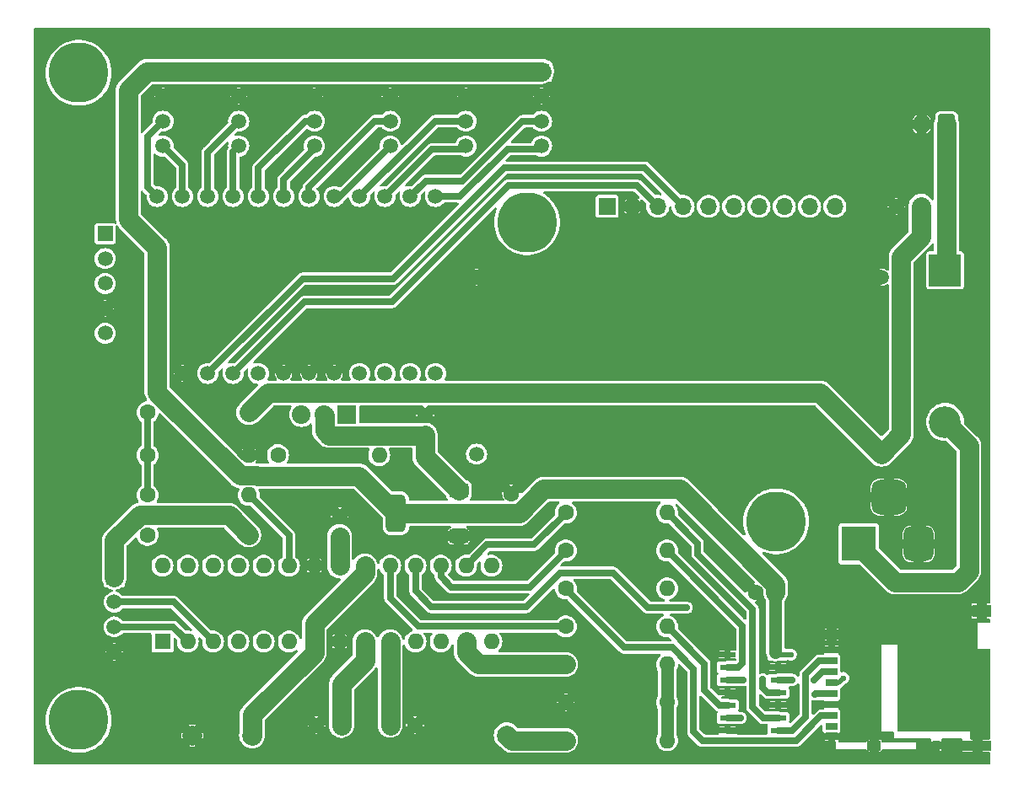
<source format=gbr>
%TF.GenerationSoftware,KiCad,Pcbnew,8.0.2*%
%TF.CreationDate,2024-12-06T15:03:25+07:00*%
%TF.ProjectId,bit-v5.1.1,6269742d-7635-42e3-912e-312e6b696361,rev?*%
%TF.SameCoordinates,Original*%
%TF.FileFunction,Copper,L1,Top*%
%TF.FilePolarity,Positive*%
%FSLAX46Y46*%
G04 Gerber Fmt 4.6, Leading zero omitted, Abs format (unit mm)*
G04 Created by KiCad (PCBNEW 8.0.2) date 2024-12-06 15:03:25*
%MOMM*%
%LPD*%
G01*
G04 APERTURE LIST*
G04 Aperture macros list*
%AMRoundRect*
0 Rectangle with rounded corners*
0 $1 Rounding radius*
0 $2 $3 $4 $5 $6 $7 $8 $9 X,Y pos of 4 corners*
0 Add a 4 corners polygon primitive as box body*
4,1,4,$2,$3,$4,$5,$6,$7,$8,$9,$2,$3,0*
0 Add four circle primitives for the rounded corners*
1,1,$1+$1,$2,$3*
1,1,$1+$1,$4,$5*
1,1,$1+$1,$6,$7*
1,1,$1+$1,$8,$9*
0 Add four rect primitives between the rounded corners*
20,1,$1+$1,$2,$3,$4,$5,0*
20,1,$1+$1,$4,$5,$6,$7,0*
20,1,$1+$1,$6,$7,$8,$9,0*
20,1,$1+$1,$8,$9,$2,$3,0*%
G04 Aperture macros list end*
%TA.AperFunction,ComponentPad*%
%ADD10R,1.875000X1.875000*%
%TD*%
%TA.AperFunction,ComponentPad*%
%ADD11C,1.875000*%
%TD*%
%TA.AperFunction,ComponentPad*%
%ADD12C,1.600000*%
%TD*%
%TA.AperFunction,SMDPad,CuDef*%
%ADD13C,2.000000*%
%TD*%
%TA.AperFunction,ComponentPad*%
%ADD14R,1.508000X1.508000*%
%TD*%
%TA.AperFunction,ComponentPad*%
%ADD15C,1.508000*%
%TD*%
%TA.AperFunction,WasherPad*%
%ADD16O,6.000000X6.000000*%
%TD*%
%TA.AperFunction,SMDPad,CuDef*%
%ADD17R,1.600200X0.558800*%
%TD*%
%TA.AperFunction,ComponentPad*%
%ADD18R,1.600000X1.600000*%
%TD*%
%TA.AperFunction,ComponentPad*%
%ADD19O,1.600000X1.600000*%
%TD*%
%TA.AperFunction,ComponentPad*%
%ADD20RoundRect,0.250000X0.600000X0.750000X-0.600000X0.750000X-0.600000X-0.750000X0.600000X-0.750000X0*%
%TD*%
%TA.AperFunction,ComponentPad*%
%ADD21O,1.700000X2.000000*%
%TD*%
%TA.AperFunction,SMDPad,CuDef*%
%ADD22RoundRect,0.375000X0.625000X0.375000X-0.625000X0.375000X-0.625000X-0.375000X0.625000X-0.375000X0*%
%TD*%
%TA.AperFunction,SMDPad,CuDef*%
%ADD23RoundRect,0.500000X0.500000X1.400000X-0.500000X1.400000X-0.500000X-1.400000X0.500000X-1.400000X0*%
%TD*%
%TA.AperFunction,ComponentPad*%
%ADD24R,3.500000X3.500000*%
%TD*%
%TA.AperFunction,ComponentPad*%
%ADD25RoundRect,0.750000X0.750000X1.000000X-0.750000X1.000000X-0.750000X-1.000000X0.750000X-1.000000X0*%
%TD*%
%TA.AperFunction,ComponentPad*%
%ADD26RoundRect,0.875000X0.875000X0.875000X-0.875000X0.875000X-0.875000X-0.875000X0.875000X-0.875000X0*%
%TD*%
%TA.AperFunction,SMDPad,CuDef*%
%ADD27R,1.200000X0.700000*%
%TD*%
%TA.AperFunction,SMDPad,CuDef*%
%ADD28R,0.800000X1.000000*%
%TD*%
%TA.AperFunction,SMDPad,CuDef*%
%ADD29R,1.200000X1.000000*%
%TD*%
%TA.AperFunction,SMDPad,CuDef*%
%ADD30R,2.800000X1.000000*%
%TD*%
%TA.AperFunction,SMDPad,CuDef*%
%ADD31R,1.900000X1.300000*%
%TD*%
%TA.AperFunction,ComponentPad*%
%ADD32R,1.700000X1.700000*%
%TD*%
%TA.AperFunction,ComponentPad*%
%ADD33O,1.700000X1.700000*%
%TD*%
%TA.AperFunction,ComponentPad*%
%ADD34C,1.500000*%
%TD*%
%TA.AperFunction,ComponentPad*%
%ADD35R,3.200000X3.200000*%
%TD*%
%TA.AperFunction,ComponentPad*%
%ADD36O,3.200000X3.200000*%
%TD*%
%TA.AperFunction,ViaPad*%
%ADD37C,0.600000*%
%TD*%
%TA.AperFunction,Conductor*%
%ADD38C,1.905000*%
%TD*%
%TA.AperFunction,Conductor*%
%ADD39C,1.270000*%
%TD*%
%TA.AperFunction,Conductor*%
%ADD40C,0.508000*%
%TD*%
%TA.AperFunction,Conductor*%
%ADD41C,0.635000*%
%TD*%
%TA.AperFunction,Conductor*%
%ADD42C,0.200000*%
%TD*%
G04 APERTURE END LIST*
D10*
%TO.P,Q1,1,E*%
%TO.N,5VDCB*%
X138532500Y-102165000D03*
D11*
%TO.P,Q1,2,C*%
%TO.N,5VDCL*%
X136242500Y-102165000D03*
%TO.P,Q1,3,B*%
%TO.N,Net-(Q1-B)*%
X133952500Y-102165000D03*
%TD*%
D12*
%TO.P,C4,1*%
%TO.N,Net-(U1-AREF)*%
X137780000Y-114410000D03*
%TO.P,C4,2*%
%TO.N,GND*%
X137780000Y-112410000D03*
%TD*%
D13*
%TO.P,TP1,1,1*%
%TO.N,GND*%
X123000000Y-134390000D03*
%TD*%
D14*
%TO.P,J3,1,1*%
%TO.N,3V3DC*%
X142855000Y-67690000D03*
D15*
%TO.P,J3,2,2*%
%TO.N,GND*%
X142855000Y-70190000D03*
%TO.P,J3,3,3*%
%TO.N,SCL2*%
X142855000Y-72690000D03*
%TO.P,J3,4,4*%
%TO.N,SDA2*%
X142855000Y-75190000D03*
%TD*%
D16*
%TO.P,,*%
%TO.N,*%
X181594715Y-112900000D03*
%TD*%
D17*
%TO.P,U4,1,~A0*%
%TO.N,GND*%
X176726315Y-126279685D03*
%TO.P,U4,2,B0*%
%TO.N,Net-(U4-B0)*%
X176726315Y-127549685D03*
%TO.P,U4,3,O0*%
%TO.N,MOSI_L*%
X176726315Y-128819685D03*
%TO.P,U4,4,~A1*%
%TO.N,GND*%
X176726315Y-130089685D03*
%TO.P,U4,5,B1*%
%TO.N,Net-(U4-B1)*%
X176726315Y-131359685D03*
%TO.P,U4,6,O1*%
%TO.N,CLK_L*%
X176726315Y-132629685D03*
%TO.P,U4,7,GND*%
%TO.N,GND*%
X176726315Y-133899685D03*
%TO.P,U4,8,O3*%
%TO.N,CS_L*%
X181806315Y-133899685D03*
%TO.P,U4,9,B3*%
%TO.N,Net-(U4-B3)*%
X181806315Y-132629685D03*
%TO.P,U4,10,~A3*%
%TO.N,GND*%
X181806315Y-131359685D03*
%TO.P,U4,11,O2*%
%TO.N,MISO*%
X181806315Y-130089685D03*
%TO.P,U4,12,B2*%
%TO.N,Net-(U4-B2)*%
X181806315Y-128819685D03*
%TO.P,U4,13,~A2*%
%TO.N,GND*%
X181806315Y-127549685D03*
%TO.P,U4,14,VCC*%
%TO.N,3V3DC*%
X181806315Y-126279685D03*
%TD*%
D18*
%TO.P,U1,1,~{RESET}/PC6*%
%TO.N,unconnected-(U1-~{RESET}{slash}PC6-Pad1)*%
X120000000Y-124975000D03*
D19*
%TO.P,U1,2,PD0*%
%TO.N,RX*%
X122540000Y-124975000D03*
%TO.P,U1,3,PD1*%
%TO.N,TX*%
X125080000Y-124975000D03*
%TO.P,U1,4,PD2*%
%TO.N,unconnected-(U1-PD2-Pad4)*%
X127620000Y-124975000D03*
%TO.P,U1,5,PD3*%
%TO.N,unconnected-(U1-PD3-Pad5)*%
X130160000Y-124975000D03*
%TO.P,U1,6,PD4*%
%TO.N,unconnected-(U1-PD4-Pad6)*%
X132700000Y-124975000D03*
%TO.P,U1,7,VCC*%
%TO.N,5VDCB*%
X135240000Y-124975000D03*
%TO.P,U1,8,GND*%
%TO.N,GND*%
X137780000Y-124975000D03*
%TO.P,U1,9,XTAL1/PB6*%
%TO.N,Net-(U1-XTAL1{slash}PB6)*%
X140320000Y-124975000D03*
%TO.P,U1,10,XTAL2/PB7*%
%TO.N,Net-(U1-XTAL2{slash}PB7)*%
X142860000Y-124975000D03*
%TO.P,U1,11,PD5*%
%TO.N,unconnected-(U1-PD5-Pad11)*%
X145400000Y-124975000D03*
%TO.P,U1,12,PD6*%
%TO.N,unconnected-(U1-PD6-Pad12)*%
X147940000Y-124975000D03*
%TO.P,U1,13,PD7*%
%TO.N,Chg_Indicator*%
X150480000Y-124975000D03*
%TO.P,U1,14,PB0*%
%TO.N,Sens_Indicator*%
X153020000Y-124975000D03*
%TO.P,U1,15,PB1*%
%TO.N,Limiter*%
X153020000Y-117355000D03*
%TO.P,U1,16,PB2*%
%TO.N,CS*%
X150480000Y-117355000D03*
%TO.P,U1,17,PB3*%
%TO.N,MOSI*%
X147940000Y-117355000D03*
%TO.P,U1,18,PB4*%
%TO.N,MISO*%
X145400000Y-117355000D03*
%TO.P,U1,19,PB5*%
%TO.N,CLK*%
X142860000Y-117355000D03*
%TO.P,U1,20,AVCC*%
%TO.N,5VDCB*%
X140320000Y-117355000D03*
%TO.P,U1,21,AREF*%
%TO.N,Net-(U1-AREF)*%
X137780000Y-117355000D03*
%TO.P,U1,22,GND*%
%TO.N,GND*%
X135240000Y-117355000D03*
%TO.P,U1,23,PC0*%
%TO.N,Bat_Measure*%
X132700000Y-117355000D03*
%TO.P,U1,24,PC1*%
%TO.N,unconnected-(U1-PC1-Pad24)*%
X130160000Y-117355000D03*
%TO.P,U1,25,PC2*%
%TO.N,unconnected-(U1-PC2-Pad25)*%
X127620000Y-117355000D03*
%TO.P,U1,26,PC3*%
%TO.N,unconnected-(U1-PC3-Pad26)*%
X125080000Y-117355000D03*
%TO.P,U1,27,PC4*%
%TO.N,SDA*%
X122540000Y-117355000D03*
%TO.P,U1,28,PC5*%
%TO.N,SCL*%
X120000000Y-117355000D03*
%TD*%
D20*
%TO.P,J9,1,1*%
%TO.N,Net-(D1-K)*%
X198700000Y-73000000D03*
D21*
%TO.P,J9,2,2*%
%TO.N,GND*%
X196200000Y-73000000D03*
%TD*%
D12*
%TO.P,R10,1*%
%TO.N,Net-(R10-Pad1)*%
X118500000Y-110250000D03*
D19*
%TO.P,R10,2*%
%TO.N,Bat_Measure*%
X128660000Y-110250000D03*
%TD*%
D12*
%TO.P,R5,1*%
%TO.N,Net-(R10-Pad1)*%
X118500000Y-101950000D03*
D19*
%TO.P,R5,2*%
%TO.N,VBatt*%
X128660000Y-101950000D03*
%TD*%
D12*
%TO.P,C6,1*%
%TO.N,Net-(U1-XTAL1{slash}PB6)*%
X137965000Y-133390000D03*
%TO.P,C6,2*%
%TO.N,GND*%
X135465000Y-133390000D03*
%TD*%
%TO.P,R11,1*%
%TO.N,Sens_Indicator*%
X118500000Y-114250000D03*
D19*
%TO.P,R11,2*%
%TO.N,5VDCL*%
X128660000Y-114250000D03*
%TD*%
D22*
%TO.P,U2,1,GND*%
%TO.N,GND*%
X149740000Y-114390000D03*
%TO.P,U2,2,VO*%
%TO.N,3V3DC*%
X149740000Y-112090000D03*
D23*
X143440000Y-112090000D03*
D22*
%TO.P,U2,3,VI*%
%TO.N,5VDCL*%
X149740000Y-109790000D03*
%TD*%
D16*
%TO.P,,*%
%TO.N,*%
X111594715Y-67836685D03*
%TD*%
D12*
%TO.P,R9,1*%
%TO.N,Chg_Indicator*%
X160480000Y-127266932D03*
D19*
%TO.P,R9,2*%
%TO.N,Net-(R7-Pad2)*%
X170640000Y-127266932D03*
%TD*%
D12*
%TO.P,R12,1*%
%TO.N,Net-(Q1-B)*%
X131600000Y-106240000D03*
D19*
%TO.P,R12,2*%
%TO.N,Limiter*%
X141760000Y-106240000D03*
%TD*%
D12*
%TO.P,R2,1*%
%TO.N,CLK*%
X160480000Y-123452699D03*
D19*
%TO.P,R2,2*%
%TO.N,Net-(U4-B1)*%
X170640000Y-123452699D03*
%TD*%
D16*
%TO.P,,*%
%TO.N,*%
X156594715Y-82836685D03*
%TD*%
D12*
%TO.P,R1,1*%
%TO.N,MOSI*%
X160480000Y-115824233D03*
D19*
%TO.P,R1,2*%
%TO.N,Net-(U4-B0)*%
X170640000Y-115824233D03*
%TD*%
D16*
%TO.P,,*%
%TO.N,*%
X111594715Y-132836685D03*
%TD*%
D14*
%TO.P,J1,1,1*%
%TO.N,3V3DC*%
X158055000Y-67690000D03*
D15*
%TO.P,J1,2,2*%
%TO.N,GND*%
X158055000Y-70190000D03*
%TO.P,J1,3,3*%
%TO.N,SCL0*%
X158055000Y-72690000D03*
%TO.P,J1,4,4*%
%TO.N,SDA0*%
X158055000Y-75190000D03*
%TD*%
D14*
%TO.P,J2,1,1*%
%TO.N,3V3DC*%
X150455000Y-67690000D03*
D15*
%TO.P,J2,2,2*%
%TO.N,GND*%
X150455000Y-70190000D03*
%TO.P,J2,3,3*%
%TO.N,SCL1*%
X150455000Y-72690000D03*
%TO.P,J2,4,4*%
%TO.N,SDA1*%
X150455000Y-75190000D03*
%TD*%
D13*
%TO.P,TP2,1,1*%
%TO.N,5VDCB*%
X129000000Y-134390000D03*
%TD*%
D12*
%TO.P,R7,1*%
%TO.N,12VDC*%
X160480000Y-134895400D03*
D19*
%TO.P,R7,2*%
%TO.N,Net-(R7-Pad2)*%
X170640000Y-134895400D03*
%TD*%
D13*
%TO.P,TP3,1,1*%
%TO.N,12VDC*%
X154560000Y-134390000D03*
%TD*%
D24*
%TO.P,J11,1*%
%TO.N,12VDC*%
X189899000Y-115160000D03*
D25*
%TO.P,J11,2*%
%TO.N,GND*%
X195899000Y-115160000D03*
D26*
%TO.P,J11,3*%
X192899000Y-110460000D03*
%TD*%
D14*
%TO.P,J5,1,1*%
%TO.N,3V3DC*%
X127655000Y-67690000D03*
D15*
%TO.P,J5,2,2*%
%TO.N,GND*%
X127655000Y-70190000D03*
%TO.P,J5,3,3*%
%TO.N,SCL4*%
X127655000Y-72690000D03*
%TO.P,J5,4,4*%
%TO.N,SDA4*%
X127655000Y-75190000D03*
%TD*%
D12*
%TO.P,C2,1*%
%TO.N,3V3DC*%
X155010000Y-112090000D03*
%TO.P,C2,2*%
%TO.N,GND*%
X155010000Y-110090000D03*
%TD*%
%TO.P,R3,1*%
%TO.N,MISO_L*%
X160480000Y-119638466D03*
D19*
%TO.P,R3,2*%
%TO.N,Net-(U4-B2)*%
X170640000Y-119638466D03*
%TD*%
D14*
%TO.P,J8,1,1*%
%TO.N,GAIN1*%
X114250000Y-84000000D03*
D15*
%TO.P,J8,2,2*%
%TO.N,GAIN0*%
X114250000Y-86500000D03*
%TO.P,J8,3,3*%
%TO.N,Sens_Indicator*%
X114250000Y-89000000D03*
%TO.P,J8,4,4*%
%TO.N,GND*%
X114250000Y-91500000D03*
%TO.P,J8,5,5*%
%TO.N,5VDCL*%
X114250000Y-94000000D03*
%TD*%
D12*
%TO.P,C3,1*%
%TO.N,3V3DC*%
X181533800Y-120000000D03*
%TO.P,C3,2*%
%TO.N,GND*%
X179533800Y-120000000D03*
%TD*%
%TO.P,C1,1*%
%TO.N,5VDCL*%
X146360000Y-104220000D03*
%TO.P,C1,2*%
%TO.N,GND*%
X146360000Y-102220000D03*
%TD*%
%TO.P,R6,1*%
%TO.N,Net-(R10-Pad1)*%
X118500000Y-106250000D03*
D19*
%TO.P,R6,2*%
%TO.N,GND*%
X128660000Y-106250000D03*
%TD*%
D27*
%TO.P,J12,1,DAT2*%
%TO.N,GND*%
X187155000Y-125820000D03*
%TO.P,J12,2,DAT3/CD*%
%TO.N,CS_L*%
X187155000Y-126920000D03*
%TO.P,J12,3,CMD*%
%TO.N,MOSI_L*%
X187155000Y-128020000D03*
%TO.P,J12,4,VDD*%
%TO.N,3V3DC*%
X187155000Y-129120000D03*
%TO.P,J12,5,CLK*%
%TO.N,CLK_L*%
X187155000Y-130220000D03*
%TO.P,J12,6,VSS*%
%TO.N,GND*%
X187155000Y-131320000D03*
%TO.P,J12,7,DAT0*%
%TO.N,MISO_L*%
X187155000Y-132420000D03*
%TO.P,J12,8,DAT1*%
%TO.N,unconnected-(J12-DAT1-Pad8)*%
X187155000Y-133520000D03*
D28*
%TO.P,J12,9,SHIELD*%
%TO.N,GND*%
X197655000Y-135420000D03*
D27*
X187155000Y-134470000D03*
D29*
%TO.P,J12,10,MOUNT*%
X191455000Y-135420000D03*
X187155000Y-124270000D03*
D30*
%TO.P,J12,11,MOUNT*%
X201805000Y-135420000D03*
D31*
X202255000Y-121920000D03*
%TD*%
D12*
%TO.P,R4,1*%
%TO.N,CS*%
X160480000Y-112010000D03*
D19*
%TO.P,R4,2*%
%TO.N,Net-(U4-B3)*%
X170640000Y-112010000D03*
%TD*%
D14*
%TO.P,J7,1,1*%
%TO.N,5VDCL*%
X115163600Y-118500000D03*
D15*
%TO.P,J7,2,2*%
%TO.N,TX*%
X115163600Y-121000000D03*
%TO.P,J7,3,3*%
%TO.N,RX*%
X115163600Y-123500000D03*
%TO.P,J7,4,4*%
%TO.N,GND*%
X115163600Y-126000000D03*
%TD*%
D14*
%TO.P,J6,1,1*%
%TO.N,3V3DC*%
X120055000Y-67690000D03*
D15*
%TO.P,J6,2,2*%
%TO.N,GND*%
X120055000Y-70190000D03*
%TO.P,J6,3,3*%
%TO.N,SCL5*%
X120055000Y-72690000D03*
%TO.P,J6,4,4*%
%TO.N,SDA5*%
X120055000Y-75190000D03*
%TD*%
D14*
%TO.P,J10,1,1*%
%TO.N,Net-(D1-K)*%
X198660000Y-81250000D03*
D15*
%TO.P,J10,2,2*%
%TO.N,VBatt*%
X196160000Y-81250000D03*
%TO.P,J10,3,3*%
%TO.N,GND*%
X193660000Y-81250000D03*
%TD*%
D12*
%TO.P,R8,1*%
%TO.N,GND*%
X160480000Y-131070000D03*
D19*
%TO.P,R8,2*%
%TO.N,Net-(R7-Pad2)*%
X170640000Y-131070000D03*
%TD*%
D12*
%TO.P,C5,1*%
%TO.N,GND*%
X145360000Y-133380000D03*
%TO.P,C5,2*%
%TO.N,Net-(U1-XTAL2{slash}PB7)*%
X142860000Y-133380000D03*
%TD*%
D32*
%TO.P,U6,1,VDD*%
%TO.N,5VDCL*%
X164640000Y-81250000D03*
D33*
%TO.P,U6,2,GND*%
%TO.N,GND*%
X167180000Y-81250000D03*
%TO.P,U6,3,SCL*%
%TO.N,SCL*%
X169720000Y-81250000D03*
%TO.P,U6,4,SDA*%
%TO.N,SDA*%
X172260000Y-81250000D03*
%TO.P,U6,5,ADDR*%
%TO.N,unconnected-(U6-ADDR-Pad5)*%
X174800000Y-81250000D03*
%TO.P,U6,6,ALERT/RDY*%
%TO.N,unconnected-(U6-ALERT{slash}RDY-Pad6)*%
X177340000Y-81250000D03*
%TO.P,U6,7,AIN0*%
%TO.N,GAIN0*%
X179880000Y-81250000D03*
%TO.P,U6,8,AIN1*%
%TO.N,GAIN1*%
X182420000Y-81250000D03*
%TO.P,U6,9,AIN2*%
%TO.N,unconnected-(U6-AIN2-Pad9)*%
X184960000Y-81250000D03*
%TO.P,U6,10,AIN3*%
%TO.N,unconnected-(U6-AIN3-Pad10)*%
X187500000Y-81250000D03*
%TD*%
D34*
%TO.P,Y1,1,1*%
%TO.N,Net-(U1-XTAL2{slash}PB7)*%
X142860000Y-129250000D03*
%TO.P,Y1,2,2*%
%TO.N,Net-(U1-XTAL1{slash}PB6)*%
X137980000Y-129250000D03*
%TD*%
D14*
%TO.P,U3,1,VIN*%
%TO.N,3V3DC*%
X119466500Y-98030000D03*
D15*
%TO.P,U3,2,GND*%
%TO.N,GND*%
X122006500Y-98030000D03*
%TO.P,U3,3,SDA*%
%TO.N,SDA*%
X124546500Y-98030000D03*
%TO.P,U3,4,SCL*%
%TO.N,SCL*%
X127086500Y-98030000D03*
%TO.P,U3,5,RST*%
%TO.N,unconnected-(U3-RST-Pad5)*%
X129626500Y-98030000D03*
%TO.P,U3,6,A0*%
%TO.N,GND*%
X132166500Y-98030000D03*
%TO.P,U3,7,A1*%
X134706500Y-98030000D03*
%TO.P,U3,8,A2*%
X137246500Y-98030000D03*
%TO.P,U3,9,SD0*%
%TO.N,unconnected-(U3-SD0-Pad9)*%
X139786500Y-98030000D03*
%TO.P,U3,10,SC0*%
%TO.N,unconnected-(U3-SC0-Pad10)*%
X142326500Y-98030000D03*
%TO.P,U3,11,SD1*%
%TO.N,unconnected-(U3-SD1-Pad11)*%
X144866500Y-98030000D03*
%TO.P,U3,12,SC1*%
%TO.N,unconnected-(U3-SC1-Pad12)*%
X147406500Y-98030000D03*
%TO.P,U3,13,SD2*%
%TO.N,SDA0*%
X147406500Y-80250000D03*
%TO.P,U3,14,SC2*%
%TO.N,SCL0*%
X144866500Y-80250000D03*
%TO.P,U3,15,SD3*%
%TO.N,SDA1*%
X142326500Y-80250000D03*
%TO.P,U3,16,SC3*%
%TO.N,SCL1*%
X139786500Y-80250000D03*
%TO.P,U3,17,SD4*%
%TO.N,SDA2*%
X137246500Y-80250000D03*
%TO.P,U3,18,SC4*%
%TO.N,SCL2*%
X134706500Y-80250000D03*
%TO.P,U3,19,SD5*%
%TO.N,SDA3*%
X132166500Y-80250000D03*
%TO.P,U3,20,SC5*%
%TO.N,SCL3*%
X129626500Y-80250000D03*
%TO.P,U3,21,SD6*%
%TO.N,SDA4*%
X127086500Y-80250000D03*
%TO.P,U3,22,SC6*%
%TO.N,SCL4*%
X124546500Y-80250000D03*
%TO.P,U3,23,SD7*%
%TO.N,SDA5*%
X122006500Y-80250000D03*
%TO.P,U3,24,SC7*%
%TO.N,SCL5*%
X119466500Y-80250000D03*
%TD*%
%TO.P,U5,1,IN+*%
%TO.N,VBatt*%
X192170000Y-106140000D03*
%TO.P,U5,2,IN-*%
%TO.N,GND*%
X192170000Y-88360000D03*
%TO.P,U5,3,OUT-*%
X151530000Y-88360000D03*
%TO.P,U5,4,OUT+*%
%TO.N,5VDCB*%
X151530000Y-106140000D03*
%TD*%
D35*
%TO.P,D1,1,K*%
%TO.N,Net-(D1-K)*%
X198560000Y-87671685D03*
D36*
%TO.P,D1,2,A*%
%TO.N,12VDC*%
X198560000Y-102911685D03*
%TD*%
D14*
%TO.P,J4,1,1*%
%TO.N,3V3DC*%
X135255000Y-67690000D03*
D15*
%TO.P,J4,2,2*%
%TO.N,GND*%
X135255000Y-70190000D03*
%TO.P,J4,3,3*%
%TO.N,SCL3*%
X135255000Y-72690000D03*
%TO.P,J4,4,4*%
%TO.N,SDA3*%
X135255000Y-75190000D03*
%TD*%
D37*
%TO.N,3V3DC*%
X183076315Y-126279685D03*
X188340000Y-128640000D03*
%TO.N,MISO*%
X180270000Y-128790000D03*
X172605000Y-121560000D03*
%TO.N,Net-(U4-B2)*%
X183203315Y-128819685D03*
%TO.N,CLK_L*%
X185520000Y-130240000D03*
X178021715Y-132655085D03*
%TO.N,MOSI_L*%
X178250315Y-128819685D03*
X185422315Y-128879685D03*
%TO.N,GND*%
X156150000Y-74370000D03*
X132000000Y-76750000D03*
X117750000Y-125250000D03*
X177996315Y-133899685D03*
X152750000Y-120500000D03*
X183025515Y-127549685D03*
X138750000Y-76750000D03*
X120110000Y-77310000D03*
X175305000Y-128250000D03*
X121540000Y-104480000D03*
X147750000Y-77250000D03*
X117250000Y-89000000D03*
X134490000Y-114810000D03*
X134070000Y-119020000D03*
X120250000Y-122250000D03*
X177996315Y-130115085D03*
X134400000Y-85250000D03*
X148250000Y-74250000D03*
X141750000Y-122000000D03*
X188790000Y-136830000D03*
X189930000Y-131450000D03*
X137850000Y-89750000D03*
X163540000Y-119680000D03*
X146660000Y-118450000D03*
X145500000Y-121750000D03*
X125750000Y-77500000D03*
X144150000Y-118155000D03*
X183255000Y-131985000D03*
X143460000Y-101770000D03*
X172110400Y-128828800D03*
X179000000Y-79110000D03*
X174510000Y-121740000D03*
X115090000Y-108150000D03*
X129500000Y-75500000D03*
X154479600Y-107750000D03*
X124390000Y-96530000D03*
X116800000Y-104470000D03*
X145790000Y-114610000D03*
X121250000Y-110250000D03*
%TD*%
D38*
%TO.N,Net-(D1-K)*%
X198700000Y-87641370D02*
X198730315Y-87671685D01*
X198700000Y-87531685D02*
X198560000Y-87671685D01*
X198700000Y-73000000D02*
X198700000Y-87531685D01*
%TO.N,12VDC*%
X193540000Y-118990000D02*
X189899000Y-115349000D01*
X200950000Y-105291370D02*
X200950000Y-117890000D01*
D39*
X198570315Y-102911685D02*
X198088315Y-102911685D01*
D38*
X199850000Y-118990000D02*
X193540000Y-118990000D01*
X198570315Y-102911685D02*
X200950000Y-105291370D01*
X200950000Y-117890000D02*
X199850000Y-118990000D01*
X155069400Y-134899400D02*
X154560000Y-134390000D01*
X189899000Y-115349000D02*
X189899000Y-115160000D01*
X160477200Y-134899400D02*
X155069400Y-134899400D01*
%TO.N,3V3DC*%
X158250000Y-109660000D02*
X171955052Y-109660000D01*
D39*
X181536315Y-120002515D02*
X181533800Y-120000000D01*
D38*
X118450000Y-67690000D02*
X158055000Y-67690000D01*
D40*
X181806315Y-126279685D02*
X183076315Y-126279685D01*
D38*
X116580000Y-69560000D02*
X118450000Y-67690000D01*
X129501252Y-108330000D02*
X139680000Y-108330000D01*
X139680000Y-108330000D02*
X143440000Y-112090000D01*
X143440000Y-112090000D02*
X149740000Y-112090000D01*
X155820000Y-112090000D02*
X158250000Y-109660000D01*
X119466500Y-85403500D02*
X116580000Y-82517000D01*
X171955052Y-109660000D02*
X181533800Y-119238748D01*
X127827500Y-108297500D02*
X129468752Y-108297500D01*
X116580000Y-82517000D02*
X116580000Y-69560000D01*
X119466500Y-99936500D02*
X127827500Y-108297500D01*
X181533800Y-119238748D02*
X181533800Y-120000000D01*
X119466500Y-98030000D02*
X119466500Y-85403500D01*
D40*
X187860000Y-129120000D02*
X186925000Y-129120000D01*
D39*
X181536315Y-126009685D02*
X181536315Y-120002515D01*
D40*
X188340000Y-128640000D02*
X187860000Y-129120000D01*
D38*
X119466500Y-98030000D02*
X119466500Y-99936500D01*
X155010000Y-112090000D02*
X155820000Y-112090000D01*
X129468752Y-108297500D02*
X129501252Y-108330000D01*
X155010000Y-112090000D02*
X149740000Y-112090000D01*
%TO.N,Chg_Indicator*%
X151735932Y-127270932D02*
X150480000Y-126015000D01*
X150480000Y-126015000D02*
X150480000Y-124975000D01*
X160477200Y-127270932D02*
X151735932Y-127270932D01*
%TO.N,Net-(U1-AREF)*%
X137780000Y-117355000D02*
X137780000Y-114410000D01*
%TO.N,Net-(U1-XTAL2{slash}PB7)*%
X142860000Y-124975000D02*
X142860000Y-129250000D01*
X142860000Y-129250000D02*
X142860000Y-133371800D01*
%TO.N,Net-(U1-XTAL1{slash}PB6)*%
X137980000Y-129250000D02*
X137980000Y-133375000D01*
X137980000Y-133375000D02*
X137965000Y-133390000D01*
X140320000Y-126910000D02*
X137980000Y-129250000D01*
X140320000Y-124975000D02*
X140320000Y-126910000D01*
D41*
%TO.N,CLK*%
X160470315Y-123485685D02*
X160470315Y-123483156D01*
X145706699Y-123456699D02*
X142860000Y-120610000D01*
X142860000Y-120610000D02*
X142860000Y-117355000D01*
X160470315Y-123483156D02*
X160443858Y-123456699D01*
X160443858Y-123456699D02*
X145706699Y-123456699D01*
%TO.N,MISO*%
X145400000Y-119900000D02*
X145400000Y-117355000D01*
X165214403Y-118060000D02*
X159943000Y-118060000D01*
X172605000Y-121560000D02*
X168714403Y-121560000D01*
X168714403Y-121560000D02*
X165214403Y-118060000D01*
X156503000Y-121500000D02*
X147000000Y-121500000D01*
X180270000Y-129600000D02*
X180759685Y-130089685D01*
X180759685Y-130089685D02*
X181806315Y-130089685D01*
X159943000Y-118060000D02*
X156503000Y-121500000D01*
X180270000Y-128790000D02*
X180270000Y-129600000D01*
X147000000Y-121500000D02*
X145400000Y-119900000D01*
%TO.N,Bat_Measure*%
X132700000Y-114290000D02*
X132700000Y-116535000D01*
X128660000Y-110250000D02*
X132700000Y-114290000D01*
%TO.N,CS*%
X160470315Y-112055685D02*
X157276000Y-115250000D01*
X157276000Y-115250000D02*
X152585000Y-115250000D01*
X152585000Y-115250000D02*
X150480000Y-117355000D01*
%TO.N,RX*%
X122540000Y-124975000D02*
X121065000Y-123500000D01*
X121065000Y-123500000D02*
X115163600Y-123500000D01*
%TO.N,TX*%
X115163600Y-121000000D02*
X121105000Y-121000000D01*
X121105000Y-121000000D02*
X125080000Y-124975000D01*
%TO.N,MOSI*%
X147940000Y-118440000D02*
X149000000Y-119500000D01*
X147940000Y-117355000D02*
X147940000Y-118440000D01*
X147940000Y-116952000D02*
X147940000Y-117355000D01*
X156834737Y-119500000D02*
X160470000Y-115864737D01*
X149000000Y-119500000D02*
X156834737Y-119500000D01*
%TO.N,Net-(U4-B0)*%
X170630000Y-115864737D02*
X171124737Y-115864737D01*
X170630000Y-115865370D02*
X170630000Y-115864737D01*
X178200000Y-127168200D02*
X178200000Y-123391033D01*
X177818515Y-127549685D02*
X178200000Y-127168200D01*
X170630315Y-115865685D02*
X170630000Y-115865370D01*
X176726315Y-127549685D02*
X177818515Y-127549685D01*
X178200000Y-123391033D02*
X170637200Y-115828233D01*
%TO.N,Net-(U4-B1)*%
X176726315Y-131359685D02*
X175881815Y-131359685D01*
X175881815Y-131359685D02*
X174396400Y-129874270D01*
X174396400Y-127215899D02*
X170637200Y-123456699D01*
X174396400Y-129874270D02*
X174396400Y-127215899D01*
%TO.N,Net-(U4-B2)*%
X183203315Y-128819685D02*
X182949315Y-128819685D01*
X181806315Y-128819685D02*
X183203315Y-128819685D01*
%TO.N,SCL*%
X127086500Y-98030000D02*
X134266500Y-90850000D01*
X167620000Y-79150000D02*
X169720000Y-81250000D01*
X143030000Y-90850000D02*
X154730000Y-79150000D01*
X134266500Y-90850000D02*
X143030000Y-90850000D01*
X154730000Y-79150000D02*
X167620000Y-79150000D01*
%TO.N,SDA*%
X172260000Y-81250000D02*
X168370000Y-77360000D01*
X168370000Y-77360000D02*
X154290000Y-77360000D01*
X143150000Y-88500000D02*
X134076500Y-88500000D01*
X154290000Y-77360000D02*
X143150000Y-88500000D01*
X134076500Y-88500000D02*
X124546500Y-98030000D01*
%TO.N,Net-(U4-B3)*%
X179240000Y-121710000D02*
X173720000Y-116190000D01*
X173720000Y-115096800D02*
X170637200Y-112014000D01*
X181806315Y-132629685D02*
X180282315Y-132629685D01*
X180282315Y-132629685D02*
X179240000Y-131587370D01*
X179240000Y-131587370D02*
X179240000Y-121710000D01*
X173720000Y-116190000D02*
X173720000Y-115096800D01*
%TO.N,CLK_L*%
X176726315Y-132629685D02*
X177742315Y-132629685D01*
X177742315Y-132629685D02*
X178021715Y-132655085D01*
X177793115Y-132629685D02*
X177767715Y-132629685D01*
X185520000Y-130240000D02*
X185540000Y-130220000D01*
X185540000Y-130220000D02*
X186925000Y-130220000D01*
X178021715Y-132655085D02*
X177793115Y-132629685D01*
%TO.N,MISO_L*%
X166361396Y-125565185D02*
X171135185Y-125565185D01*
X160470000Y-119673789D02*
X166361396Y-125565185D01*
X183590000Y-134940000D02*
X186110000Y-132420000D01*
X174200000Y-134940000D02*
X183590000Y-134940000D01*
X173278800Y-134018800D02*
X174200000Y-134940000D01*
X186110000Y-132420000D02*
X186925000Y-132420000D01*
X171135185Y-125565185D02*
X173278800Y-127708800D01*
X173278800Y-127708800D02*
X173278800Y-134018800D01*
%TO.N,CS_L*%
X184545000Y-128276777D02*
X184545000Y-132558000D01*
X186925000Y-126920000D02*
X185901777Y-126920000D01*
X183203315Y-133899685D02*
X181806315Y-133899685D01*
X184545000Y-132558000D02*
X183203315Y-133899685D01*
X185901777Y-126920000D02*
X184545000Y-128276777D01*
%TO.N,MOSI_L*%
X185422315Y-128879685D02*
X186282000Y-128020000D01*
X178250315Y-128819685D02*
X177996315Y-128819685D01*
X176726315Y-128819685D02*
X178250315Y-128819685D01*
X186282000Y-128020000D02*
X186925000Y-128020000D01*
D38*
%TO.N,VBatt*%
X194150000Y-104160000D02*
X192170000Y-106140000D01*
X196160000Y-84330000D02*
X194150000Y-86340000D01*
X186030000Y-100000000D02*
X130610000Y-100000000D01*
X130610000Y-100000000D02*
X128660000Y-101950000D01*
X192170000Y-106140000D02*
X186030000Y-100000000D01*
X196160000Y-81250000D02*
X196160000Y-84330000D01*
X194150000Y-86340000D02*
X194150000Y-104160000D01*
D41*
%TO.N,SDA2*%
X137795000Y-80250000D02*
X142855000Y-75190000D01*
X137246500Y-80250000D02*
X137795000Y-80250000D01*
%TO.N,SDA4*%
X127086500Y-75758500D02*
X127655000Y-75190000D01*
X127086500Y-80250000D02*
X127086500Y-75758500D01*
%TO.N,SCL5*%
X118490000Y-79273500D02*
X119466500Y-80250000D01*
X120055000Y-72690000D02*
X118490000Y-74255000D01*
X118490000Y-74255000D02*
X118490000Y-79273500D01*
%TO.N,SCL3*%
X129626500Y-77373500D02*
X134310000Y-72690000D01*
X134310000Y-72690000D02*
X135255000Y-72690000D01*
X129626500Y-80250000D02*
X129626500Y-77373500D01*
%TO.N,SCL0*%
X156130000Y-72690000D02*
X158055000Y-72690000D01*
X150120000Y-78700000D02*
X156130000Y-72690000D01*
X146416500Y-78700000D02*
X150120000Y-78700000D01*
X144866500Y-80250000D02*
X146416500Y-78700000D01*
%TO.N,SDA1*%
X142326500Y-80250000D02*
X147076500Y-75500000D01*
X147076500Y-75500000D02*
X150145000Y-75500000D01*
X150145000Y-75500000D02*
X150455000Y-75190000D01*
%TO.N,SDA5*%
X121980000Y-77115000D02*
X121980000Y-80223500D01*
X121980000Y-80223500D02*
X122006500Y-80250000D01*
X120055000Y-75190000D02*
X121980000Y-77115000D01*
%TO.N,SCL4*%
X124546500Y-80250000D02*
X124546500Y-75798500D01*
X124546500Y-75798500D02*
X127655000Y-72690000D01*
%TO.N,SDA3*%
X135255000Y-75445000D02*
X135255000Y-75190000D01*
X132166500Y-78533500D02*
X135255000Y-75445000D01*
X132166500Y-80250000D02*
X132166500Y-78533500D01*
%TO.N,SCL1*%
X147346500Y-72690000D02*
X150455000Y-72690000D01*
X139786500Y-80250000D02*
X147346500Y-72690000D01*
%TO.N,SCL2*%
X134706500Y-79293500D02*
X141310000Y-72690000D01*
X134706500Y-80250000D02*
X134706500Y-79293500D01*
X141310000Y-72690000D02*
X142855000Y-72690000D01*
%TO.N,SDA0*%
X157745000Y-75500000D02*
X158055000Y-75190000D01*
X154630000Y-75500000D02*
X157745000Y-75500000D01*
X147406500Y-80250000D02*
X149880000Y-80250000D01*
X149880000Y-80250000D02*
X154630000Y-75500000D01*
%TO.N,Net-(R10-Pad1)*%
X118500000Y-101950000D02*
X118500000Y-109450000D01*
D39*
%TO.N,Net-(R7-Pad2)*%
X170637200Y-127270932D02*
X170637200Y-134899400D01*
D42*
%TO.N,GND*%
X190825000Y-136120000D02*
X190825000Y-134865000D01*
D41*
X183025515Y-127549685D02*
X182847715Y-127549685D01*
X177843915Y-130089685D02*
X177818515Y-130089685D01*
X177996315Y-130115085D02*
X177843915Y-130089685D01*
D42*
X197025000Y-136120000D02*
X201175000Y-136120000D01*
D41*
X177793115Y-130089685D02*
X177996315Y-130115085D01*
D42*
X190825000Y-134865000D02*
X190830000Y-134860000D01*
D41*
X176726315Y-133899685D02*
X177996315Y-133899685D01*
X176726315Y-130089685D02*
X177793115Y-130089685D01*
X181806315Y-127549685D02*
X183025515Y-127549685D01*
X177996315Y-133899685D02*
X177818515Y-133899685D01*
D38*
%TO.N,5VDCL*%
X146320000Y-104260000D02*
X146360000Y-104220000D01*
X136250000Y-102275000D02*
X136250000Y-103780000D01*
X146360000Y-106410000D02*
X149740000Y-109790000D01*
X117708748Y-112280000D02*
X126690000Y-112280000D01*
X146360000Y-104220000D02*
X146360000Y-106410000D01*
X115163600Y-114825148D02*
X117708748Y-112280000D01*
X136250000Y-103780000D02*
X136730000Y-104260000D01*
X136730000Y-104260000D02*
X146320000Y-104260000D01*
X115163600Y-118500000D02*
X115163600Y-114825148D01*
X126690000Y-112280000D02*
X128660000Y-114250000D01*
%TO.N,5VDCB*%
X135240000Y-124975000D02*
X135240000Y-123210000D01*
X135240000Y-124975000D02*
X135240000Y-126106370D01*
X135240000Y-126106370D02*
X129000000Y-132346370D01*
X140320000Y-118130000D02*
X140320000Y-117355000D01*
X135240000Y-123210000D02*
X140320000Y-118130000D01*
X129000000Y-132346370D02*
X129000000Y-134390000D01*
%TD*%
%TA.AperFunction,Conductor*%
%TO.N,GND*%
G36*
X183885861Y-129165507D02*
G01*
X183922581Y-129224949D01*
X183927000Y-129257757D01*
X183927000Y-132250654D01*
X183907315Y-132317693D01*
X183890681Y-132338335D01*
X183099535Y-133129480D01*
X183038212Y-133162965D01*
X182968520Y-133157981D01*
X182912587Y-133116109D01*
X182888170Y-133050645D01*
X182898420Y-132991713D01*
X182904000Y-132979076D01*
X182906915Y-132953950D01*
X182906914Y-132305421D01*
X182904121Y-132281335D01*
X182904001Y-132280297D01*
X182904000Y-132280295D01*
X182904000Y-132280294D01*
X182858621Y-132177520D01*
X182779180Y-132098079D01*
X182741766Y-132081559D01*
X182676407Y-132052700D01*
X182651283Y-132049785D01*
X182651280Y-132049785D01*
X182045890Y-132049785D01*
X181998439Y-132040347D01*
X181986580Y-132035435D01*
X181986577Y-132035434D01*
X181867185Y-132011685D01*
X181867183Y-132011685D01*
X180589661Y-132011685D01*
X180522622Y-131992000D01*
X180501980Y-131975366D01*
X180175543Y-131648929D01*
X180906216Y-131648929D01*
X180912017Y-131678103D01*
X180934119Y-131711180D01*
X180967198Y-131733283D01*
X180967199Y-131733284D01*
X180996363Y-131739084D01*
X181526914Y-131739084D01*
X182085715Y-131739084D01*
X182616260Y-131739084D01*
X182645433Y-131733282D01*
X182678510Y-131711180D01*
X182700613Y-131678101D01*
X182700614Y-131678100D01*
X182706414Y-131648938D01*
X182706415Y-131648935D01*
X182706415Y-131639085D01*
X182085715Y-131639085D01*
X182085715Y-131739084D01*
X181526914Y-131739084D01*
X181526915Y-131739083D01*
X181526915Y-131639085D01*
X180906216Y-131639085D01*
X180906216Y-131648929D01*
X180175543Y-131648929D01*
X179894319Y-131367705D01*
X179860834Y-131306382D01*
X179858000Y-131280024D01*
X179858000Y-131070431D01*
X180906215Y-131070431D01*
X180906215Y-131080285D01*
X181526915Y-131080285D01*
X182085715Y-131080285D01*
X182706414Y-131080285D01*
X182706414Y-131070440D01*
X182700612Y-131041266D01*
X182678510Y-131008189D01*
X182645431Y-130986086D01*
X182645430Y-130986085D01*
X182616268Y-130980285D01*
X182085715Y-130980285D01*
X182085715Y-131080285D01*
X181526915Y-131080285D01*
X181526915Y-130980285D01*
X180996370Y-130980285D01*
X180967196Y-130986087D01*
X180934119Y-131008189D01*
X180912016Y-131041268D01*
X180912015Y-131041269D01*
X180906215Y-131070431D01*
X179858000Y-131070431D01*
X179858000Y-130361346D01*
X179877685Y-130294307D01*
X179930489Y-130248552D01*
X179999647Y-130238608D01*
X180063203Y-130267633D01*
X180069681Y-130273665D01*
X180279653Y-130483637D01*
X180365733Y-130569717D01*
X180466952Y-130637349D01*
X180466955Y-130637351D01*
X180571768Y-130680765D01*
X180579421Y-130683935D01*
X180579425Y-130683935D01*
X180579426Y-130683936D01*
X180698814Y-130707685D01*
X180698817Y-130707685D01*
X181867185Y-130707685D01*
X181986574Y-130683936D01*
X181986574Y-130683935D01*
X181986579Y-130683935D01*
X181998435Y-130679024D01*
X182045890Y-130669584D01*
X182651271Y-130669584D01*
X182651279Y-130669584D01*
X182651294Y-130669582D01*
X182651297Y-130669582D01*
X182676402Y-130666671D01*
X182676403Y-130666670D01*
X182676406Y-130666670D01*
X182779180Y-130621291D01*
X182858621Y-130541850D01*
X182904000Y-130439076D01*
X182906915Y-130413950D01*
X182906914Y-129765421D01*
X182906912Y-129765402D01*
X182904001Y-129740297D01*
X182904000Y-129740295D01*
X182904000Y-129740294D01*
X182872015Y-129667854D01*
X182858623Y-129637524D01*
X182858622Y-129637523D01*
X182858621Y-129637520D01*
X182858618Y-129637517D01*
X182854675Y-129631761D01*
X182833030Y-129565329D01*
X182850736Y-129497740D01*
X182902172Y-129450453D01*
X182956976Y-129437685D01*
X183264185Y-129437685D01*
X183344505Y-129421707D01*
X183383579Y-129413935D01*
X183439813Y-129390642D01*
X183496044Y-129367351D01*
X183496045Y-129367350D01*
X183496048Y-129367349D01*
X183597267Y-129299717D01*
X183683347Y-129213637D01*
X183699897Y-129188867D01*
X183753508Y-129144062D01*
X183822833Y-129135353D01*
X183885861Y-129165507D01*
G37*
%TD.AperFunction*%
%TA.AperFunction,Conductor*%
G36*
X164974096Y-118697685D02*
G01*
X164994738Y-118714319D01*
X168320447Y-122040029D01*
X168320448Y-122040030D01*
X168421673Y-122107666D01*
X168534134Y-122154248D01*
X168534139Y-122154250D01*
X168534143Y-122154250D01*
X168534144Y-122154251D01*
X168653532Y-122178000D01*
X170220597Y-122178000D01*
X170287636Y-122197685D01*
X170333391Y-122250489D01*
X170343335Y-122319647D01*
X170314310Y-122383203D01*
X170265391Y-122417627D01*
X170147364Y-122463350D01*
X170147357Y-122463354D01*
X169973960Y-122570716D01*
X169973958Y-122570718D01*
X169823237Y-122708117D01*
X169700327Y-122870877D01*
X169609422Y-123053438D01*
X169609417Y-123053451D01*
X169553602Y-123249616D01*
X169534785Y-123452698D01*
X169534785Y-123452699D01*
X169553602Y-123655781D01*
X169609417Y-123851946D01*
X169609422Y-123851959D01*
X169700327Y-124034520D01*
X169823237Y-124197280D01*
X169973958Y-124334679D01*
X169973960Y-124334681D01*
X170048809Y-124381025D01*
X170147363Y-124442047D01*
X170337544Y-124515723D01*
X170538024Y-124553199D01*
X170538026Y-124553199D01*
X170741976Y-124553199D01*
X170776921Y-124546666D01*
X170846437Y-124553695D01*
X170887390Y-124580873D01*
X171042021Y-124735504D01*
X171075506Y-124796827D01*
X171070522Y-124866519D01*
X171028650Y-124922452D01*
X170963186Y-124946869D01*
X170954340Y-124947185D01*
X166668742Y-124947185D01*
X166601703Y-124927500D01*
X166581061Y-124910866D01*
X161602923Y-119932728D01*
X161569438Y-119871405D01*
X161567133Y-119833606D01*
X161585215Y-119638466D01*
X161585215Y-119638465D01*
X161566397Y-119435383D01*
X161527558Y-119298881D01*
X161510582Y-119239216D01*
X161500861Y-119219694D01*
X161437891Y-119093232D01*
X161419673Y-119056645D01*
X161296764Y-118893887D01*
X161296492Y-118893639D01*
X161296400Y-118893487D01*
X161292901Y-118889649D01*
X161293651Y-118888964D01*
X161260210Y-118833930D01*
X161261967Y-118764083D01*
X161301209Y-118706274D01*
X161365474Y-118678857D01*
X161380028Y-118678000D01*
X164907057Y-118678000D01*
X164974096Y-118697685D01*
G37*
%TD.AperFunction*%
%TA.AperFunction,Conductor*%
G36*
X168129693Y-77997685D02*
G01*
X168150335Y-78014319D01*
X170046378Y-79910362D01*
X170079863Y-79971685D01*
X170074879Y-80041377D01*
X170033007Y-80097310D01*
X169967543Y-80121727D01*
X169935913Y-80119932D01*
X169862475Y-80106204D01*
X169826610Y-80099500D01*
X169613390Y-80099500D01*
X169613388Y-80099500D01*
X169534488Y-80114248D01*
X169464973Y-80107216D01*
X169424024Y-80080040D01*
X168013957Y-78669972D01*
X168013954Y-78669969D01*
X167967801Y-78639131D01*
X167912739Y-78602339D01*
X167912726Y-78602332D01*
X167800268Y-78555751D01*
X167800258Y-78555748D01*
X167680870Y-78532000D01*
X167680868Y-78532000D01*
X154790868Y-78532000D01*
X154669132Y-78532000D01*
X154669127Y-78532000D01*
X154549744Y-78555747D01*
X154549736Y-78555749D01*
X154483854Y-78583039D01*
X154483853Y-78583039D01*
X154437273Y-78602332D01*
X154437260Y-78602339D01*
X154382199Y-78639131D01*
X154336045Y-78669969D01*
X154336042Y-78669972D01*
X142810335Y-90195681D01*
X142749012Y-90229166D01*
X142722654Y-90232000D01*
X134205630Y-90232000D01*
X134086241Y-90255748D01*
X134086231Y-90255751D01*
X133973770Y-90302333D01*
X133872545Y-90369969D01*
X127296945Y-96945569D01*
X127235622Y-96979054D01*
X127197111Y-96981291D01*
X127086500Y-96970398D01*
X126879783Y-96990757D01*
X126750536Y-97029964D01*
X126680669Y-97030587D01*
X126621556Y-96993339D01*
X126591965Y-96930044D01*
X126601292Y-96860800D01*
X126626857Y-96823625D01*
X134296165Y-89154319D01*
X134357488Y-89120834D01*
X134383846Y-89118000D01*
X143210870Y-89118000D01*
X143291190Y-89102022D01*
X143330264Y-89094250D01*
X143395793Y-89067107D01*
X143442729Y-89047666D01*
X143442730Y-89047665D01*
X143442733Y-89047664D01*
X143543952Y-88980032D01*
X143630032Y-88893952D01*
X154509665Y-78014319D01*
X154570988Y-77980834D01*
X154597346Y-77978000D01*
X168062654Y-77978000D01*
X168129693Y-77997685D01*
G37*
%TD.AperFunction*%
%TA.AperFunction,Conductor*%
G36*
X203037254Y-63356870D02*
G01*
X203083009Y-63409674D01*
X203094215Y-63461185D01*
X203094215Y-121046000D01*
X203074530Y-121113039D01*
X203021726Y-121158794D01*
X202970215Y-121170000D01*
X202755000Y-121170000D01*
X202755000Y-122669999D01*
X202970215Y-122669999D01*
X203037254Y-122689684D01*
X203083009Y-122742488D01*
X203094215Y-122793999D01*
X203094215Y-122996000D01*
X203074530Y-123063039D01*
X203021726Y-123108794D01*
X202970215Y-123120000D01*
X201855000Y-123120000D01*
X201855000Y-125670000D01*
X202970215Y-125670000D01*
X203037254Y-125689685D01*
X203083009Y-125742489D01*
X203094215Y-125794000D01*
X203094215Y-134696000D01*
X203074530Y-134763039D01*
X203021726Y-134808794D01*
X202970215Y-134820000D01*
X202305000Y-134820000D01*
X202305000Y-136019999D01*
X202970215Y-136019999D01*
X203037254Y-136039684D01*
X203083009Y-136092488D01*
X203094215Y-136143999D01*
X203094215Y-137212185D01*
X203074530Y-137279224D01*
X203021726Y-137324979D01*
X202970215Y-137336185D01*
X107219215Y-137336185D01*
X107152176Y-137316500D01*
X107106421Y-137263696D01*
X107095215Y-137212185D01*
X107095215Y-132836682D01*
X108289367Y-132836682D01*
X108289367Y-132836687D01*
X108293879Y-132919912D01*
X108306966Y-133161290D01*
X108308743Y-133194053D01*
X108308744Y-133194070D01*
X108366641Y-133547224D01*
X108366647Y-133547250D01*
X108462387Y-133892077D01*
X108462389Y-133892084D01*
X108594857Y-134224555D01*
X108594866Y-134224573D01*
X108762499Y-134540762D01*
X108762502Y-134540767D01*
X108762504Y-134540770D01*
X108955760Y-134825802D01*
X108963349Y-134836994D01*
X108963356Y-134837004D01*
X109195046Y-135109770D01*
X109195047Y-135109771D01*
X109454878Y-135355896D01*
X109739796Y-135572485D01*
X110046462Y-135757000D01*
X110046464Y-135757001D01*
X110046466Y-135757002D01*
X110046470Y-135757004D01*
X110322586Y-135884748D01*
X110371280Y-135907276D01*
X110710441Y-136021553D01*
X111059969Y-136098490D01*
X111415767Y-136137185D01*
X111415773Y-136137185D01*
X111773657Y-136137185D01*
X111773663Y-136137185D01*
X112129461Y-136098490D01*
X112478989Y-136021553D01*
X112818150Y-135907276D01*
X113142968Y-135757000D01*
X113449634Y-135572485D01*
X113626930Y-135437708D01*
X122659395Y-135437708D01*
X122697678Y-135452539D01*
X122898072Y-135490000D01*
X123101928Y-135490000D01*
X123302322Y-135452539D01*
X123340603Y-135437709D01*
X123340603Y-135437708D01*
X122996531Y-135093636D01*
X122983350Y-135102443D01*
X122980315Y-135112781D01*
X122963681Y-135133423D01*
X122659395Y-135437708D01*
X113626930Y-135437708D01*
X113734552Y-135355896D01*
X113994383Y-135109771D01*
X114226080Y-134836996D01*
X114426926Y-134540770D01*
X114506860Y-134389999D01*
X121895287Y-134389999D01*
X121895287Y-134390000D01*
X121914096Y-134592987D01*
X121953037Y-134729854D01*
X122292893Y-134389999D01*
X122289425Y-134386531D01*
X123703636Y-134386531D01*
X124046960Y-134729855D01*
X124046961Y-134729855D01*
X124085902Y-134592990D01*
X124104713Y-134390000D01*
X124104713Y-134389999D01*
X124104713Y-134389998D01*
X127694532Y-134389998D01*
X127694532Y-134390000D01*
X127714364Y-134616686D01*
X127714366Y-134616697D01*
X127773258Y-134836488D01*
X127773261Y-134836497D01*
X127869431Y-135042732D01*
X127869432Y-135042734D01*
X127999954Y-135229141D01*
X128160858Y-135390045D01*
X128160861Y-135390047D01*
X128347266Y-135520568D01*
X128553504Y-135616739D01*
X128773308Y-135675635D01*
X128935230Y-135689801D01*
X128999998Y-135695468D01*
X129000000Y-135695468D01*
X129000002Y-135695468D01*
X129056673Y-135690509D01*
X129226692Y-135675635D01*
X129446496Y-135616739D01*
X129652734Y-135520568D01*
X129839139Y-135390047D01*
X130000047Y-135229139D01*
X130130568Y-135042734D01*
X130226739Y-134836496D01*
X130285635Y-134616692D01*
X130305468Y-134390000D01*
X130304568Y-134379717D01*
X130297974Y-134304345D01*
X130295211Y-134272768D01*
X135289337Y-134272768D01*
X135370406Y-134290000D01*
X135559593Y-134290000D01*
X135640661Y-134272767D01*
X135465001Y-134097107D01*
X135289337Y-134272768D01*
X130295211Y-134272768D01*
X130285635Y-134163308D01*
X130257225Y-134057279D01*
X130253000Y-134025186D01*
X130253000Y-133389999D01*
X134560043Y-133389999D01*
X134578858Y-133569031D01*
X134757892Y-133389999D01*
X134705232Y-133337339D01*
X135065000Y-133337339D01*
X135065000Y-133442661D01*
X135092259Y-133544394D01*
X135144920Y-133635606D01*
X135219394Y-133710080D01*
X135310606Y-133762741D01*
X135412339Y-133790000D01*
X135517661Y-133790000D01*
X135619394Y-133762741D01*
X135710606Y-133710080D01*
X135785080Y-133635606D01*
X135837741Y-133544394D01*
X135865000Y-133442661D01*
X135865000Y-133390000D01*
X136172107Y-133390000D01*
X136351139Y-133569032D01*
X136351140Y-133569032D01*
X136369956Y-133390000D01*
X136351140Y-133210966D01*
X136351139Y-133210966D01*
X136172107Y-133390000D01*
X135865000Y-133390000D01*
X135865000Y-133337339D01*
X135837741Y-133235606D01*
X135785080Y-133144394D01*
X135710606Y-133069920D01*
X135619394Y-133017259D01*
X135517661Y-132990000D01*
X135412339Y-132990000D01*
X135310606Y-133017259D01*
X135219394Y-133069920D01*
X135144920Y-133144394D01*
X135092259Y-133235606D01*
X135065000Y-133337339D01*
X134705232Y-133337339D01*
X134578859Y-133210966D01*
X134560043Y-133389999D01*
X130253000Y-133389999D01*
X130253000Y-132916742D01*
X130272685Y-132849703D01*
X130289319Y-132829061D01*
X130611151Y-132507229D01*
X135289338Y-132507229D01*
X135289338Y-132507231D01*
X135464999Y-132682892D01*
X135640660Y-132507231D01*
X135559590Y-132490000D01*
X135370401Y-132490000D01*
X135289338Y-132507229D01*
X130611151Y-132507229D01*
X133202015Y-129916365D01*
X136195735Y-126922645D01*
X136311662Y-126763085D01*
X136401201Y-126587355D01*
X136407188Y-126568929D01*
X136462146Y-126399786D01*
X136462146Y-126399785D01*
X136462147Y-126399782D01*
X136493001Y-126204983D01*
X136493001Y-126007757D01*
X136493001Y-126003356D01*
X136493000Y-126003341D01*
X136493000Y-125475000D01*
X137029445Y-125475000D01*
X137047872Y-125506918D01*
X137174466Y-125647514D01*
X137279999Y-125724188D01*
X137280000Y-125724188D01*
X138280000Y-125724188D01*
X138385533Y-125647514D01*
X138512127Y-125506918D01*
X138530555Y-125475000D01*
X138280000Y-125475000D01*
X138280000Y-125724188D01*
X137280000Y-125724188D01*
X137280000Y-125475000D01*
X137029445Y-125475000D01*
X136493000Y-125475000D01*
X136493000Y-124922339D01*
X137380000Y-124922339D01*
X137380000Y-125027661D01*
X137407259Y-125129394D01*
X137459920Y-125220606D01*
X137534394Y-125295080D01*
X137625606Y-125347741D01*
X137727339Y-125375000D01*
X137832661Y-125375000D01*
X137934394Y-125347741D01*
X138025606Y-125295080D01*
X138100080Y-125220606D01*
X138152741Y-125129394D01*
X138180000Y-125027661D01*
X138180000Y-124922339D01*
X138152741Y-124820606D01*
X138100080Y-124729394D01*
X138025606Y-124654920D01*
X137934394Y-124602259D01*
X137832661Y-124575000D01*
X137727339Y-124575000D01*
X137625606Y-124602259D01*
X137534394Y-124654920D01*
X137459920Y-124729394D01*
X137407259Y-124820606D01*
X137380000Y-124922339D01*
X136493000Y-124922339D01*
X136493000Y-124474999D01*
X137029444Y-124474999D01*
X137029445Y-124475000D01*
X137280000Y-124475000D01*
X138280000Y-124475000D01*
X138530555Y-124475000D01*
X138530555Y-124474999D01*
X138512126Y-124443081D01*
X138385539Y-124302490D01*
X138385536Y-124302488D01*
X138280000Y-124225810D01*
X138280000Y-124475000D01*
X137280000Y-124475000D01*
X137280000Y-124225810D01*
X137174463Y-124302488D01*
X137174460Y-124302490D01*
X137047873Y-124443081D01*
X137029444Y-124474999D01*
X136493000Y-124474999D01*
X136493000Y-123780372D01*
X136512685Y-123713333D01*
X136529319Y-123692691D01*
X138842279Y-121379731D01*
X141275735Y-118946275D01*
X141391662Y-118786715D01*
X141481201Y-118610985D01*
X141542147Y-118423412D01*
X141564384Y-118283013D01*
X141573000Y-118228618D01*
X141573000Y-117741959D01*
X141592685Y-117674920D01*
X141645489Y-117629165D01*
X141714647Y-117619221D01*
X141778203Y-117648246D01*
X141815977Y-117707024D01*
X141816266Y-117708025D01*
X141829416Y-117754245D01*
X141829422Y-117754260D01*
X141920327Y-117936821D01*
X142043237Y-118099581D01*
X142198196Y-118240844D01*
X142197139Y-118242003D01*
X142234357Y-118292142D01*
X142242000Y-118335004D01*
X142242000Y-120670868D01*
X142242000Y-120670870D01*
X142241999Y-120670870D01*
X142265748Y-120790258D01*
X142265751Y-120790268D01*
X142312332Y-120902726D01*
X142312339Y-120902738D01*
X142360594Y-120974956D01*
X142360596Y-120974959D01*
X142379965Y-121003949D01*
X145100250Y-123724234D01*
X145133735Y-123785557D01*
X145128751Y-123855249D01*
X145086879Y-123911182D01*
X145057363Y-123927542D01*
X144907364Y-123985651D01*
X144907357Y-123985655D01*
X144733960Y-124093017D01*
X144733958Y-124093019D01*
X144583237Y-124230418D01*
X144460327Y-124393178D01*
X144369422Y-124575739D01*
X144369417Y-124575752D01*
X144327920Y-124721597D01*
X144290640Y-124780690D01*
X144227330Y-124810247D01*
X144158091Y-124800885D01*
X144104905Y-124755574D01*
X144086181Y-124707062D01*
X144082147Y-124681588D01*
X144056372Y-124602259D01*
X144021202Y-124494017D01*
X143963632Y-124381030D01*
X143931662Y-124318285D01*
X143815735Y-124158725D01*
X143676275Y-124019265D01*
X143516715Y-123903338D01*
X143461236Y-123875070D01*
X143340982Y-123813797D01*
X143153413Y-123752853D01*
X142958618Y-123722000D01*
X142958613Y-123722000D01*
X142761387Y-123722000D01*
X142761382Y-123722000D01*
X142566586Y-123752853D01*
X142379017Y-123813797D01*
X142203284Y-123903338D01*
X142043722Y-124019267D01*
X141904267Y-124158722D01*
X141788338Y-124318284D01*
X141700485Y-124490705D01*
X141652510Y-124541501D01*
X141584689Y-124558296D01*
X141518554Y-124535758D01*
X141479515Y-124490705D01*
X141400016Y-124334681D01*
X141391662Y-124318285D01*
X141275735Y-124158725D01*
X141136275Y-124019265D01*
X140976715Y-123903338D01*
X140921236Y-123875070D01*
X140800982Y-123813797D01*
X140613413Y-123752853D01*
X140418618Y-123722000D01*
X140418613Y-123722000D01*
X140221387Y-123722000D01*
X140221382Y-123722000D01*
X140026586Y-123752853D01*
X139839017Y-123813797D01*
X139663284Y-123903338D01*
X139503722Y-124019267D01*
X139364267Y-124158722D01*
X139248338Y-124318284D01*
X139158797Y-124494017D01*
X139097853Y-124681586D01*
X139067000Y-124876381D01*
X139067000Y-126339628D01*
X139047315Y-126406667D01*
X139030681Y-126427309D01*
X137024267Y-128433722D01*
X136908338Y-128593284D01*
X136818797Y-128769017D01*
X136757853Y-128956586D01*
X136727000Y-129151381D01*
X136727000Y-133186922D01*
X136725473Y-133206321D01*
X136712000Y-133291382D01*
X136712000Y-133488618D01*
X136742853Y-133683413D01*
X136803797Y-133870982D01*
X136838957Y-133939987D01*
X136893338Y-134046715D01*
X137009265Y-134206275D01*
X137148725Y-134345735D01*
X137308285Y-134461662D01*
X137463527Y-134540762D01*
X137484017Y-134551202D01*
X137577801Y-134581674D01*
X137671588Y-134612147D01*
X137761807Y-134626436D01*
X137866382Y-134643000D01*
X137866387Y-134643000D01*
X138063618Y-134643000D01*
X138158052Y-134628042D01*
X138258412Y-134612147D01*
X138445985Y-134551201D01*
X138621715Y-134461662D01*
X138781275Y-134345735D01*
X138935735Y-134191275D01*
X139051662Y-134031715D01*
X139141201Y-133855985D01*
X139202147Y-133668412D01*
X139220855Y-133550293D01*
X139233000Y-133473618D01*
X139233000Y-129820372D01*
X139252685Y-129753333D01*
X139269319Y-129732691D01*
X140243193Y-128758817D01*
X141275735Y-127726275D01*
X141382682Y-127579075D01*
X141438012Y-127536409D01*
X141507625Y-127530430D01*
X141569420Y-127563036D01*
X141603777Y-127623874D01*
X141607000Y-127651960D01*
X141607000Y-133470418D01*
X141637853Y-133665213D01*
X141698797Y-133852782D01*
X141745106Y-133943667D01*
X141788338Y-134028515D01*
X141904265Y-134188075D01*
X142043725Y-134327535D01*
X142203285Y-134443462D01*
X142306691Y-134496150D01*
X142379017Y-134533002D01*
X142435029Y-134551201D01*
X142566588Y-134593947D01*
X142656807Y-134608236D01*
X142761382Y-134624800D01*
X142761387Y-134624800D01*
X142958618Y-134624800D01*
X143053052Y-134609842D01*
X143153412Y-134593947D01*
X143340985Y-134533001D01*
X143516715Y-134443462D01*
X143590302Y-134389998D01*
X153254532Y-134389998D01*
X153254532Y-134390000D01*
X153274364Y-134616686D01*
X153274366Y-134616697D01*
X153333258Y-134836488D01*
X153333261Y-134836497D01*
X153429431Y-135042732D01*
X153429432Y-135042734D01*
X153559954Y-135229141D01*
X153720858Y-135390045D01*
X153763683Y-135420031D01*
X153907266Y-135520568D01*
X153908606Y-135521192D01*
X153909813Y-135522038D01*
X153911949Y-135523271D01*
X153911841Y-135523457D01*
X153943885Y-135545894D01*
X154113662Y-135715672D01*
X154113665Y-135715675D01*
X154253125Y-135855135D01*
X154395290Y-135958424D01*
X154412685Y-135971062D01*
X154588414Y-136060601D01*
X154588416Y-136060602D01*
X154682201Y-136091074D01*
X154775988Y-136121547D01*
X154866207Y-136135836D01*
X154970782Y-136152400D01*
X154970787Y-136152400D01*
X160575818Y-136152400D01*
X160671883Y-136137184D01*
X160770612Y-136121547D01*
X160958185Y-136060601D01*
X161133915Y-135971062D01*
X161293475Y-135855135D01*
X161432935Y-135715675D01*
X161548862Y-135556115D01*
X161638401Y-135380385D01*
X161699347Y-135192812D01*
X161715242Y-135092452D01*
X161730200Y-134998018D01*
X161730200Y-134800781D01*
X161705209Y-134643000D01*
X161699347Y-134605988D01*
X161652453Y-134461662D01*
X161638402Y-134418417D01*
X161605417Y-134353681D01*
X161548862Y-134242685D01*
X161432935Y-134083125D01*
X161293475Y-133943665D01*
X161133915Y-133827738D01*
X161006499Y-133762816D01*
X160958182Y-133738197D01*
X160770613Y-133677253D01*
X160575818Y-133646400D01*
X160575813Y-133646400D01*
X155691494Y-133646400D01*
X155624455Y-133626715D01*
X155589921Y-133593526D01*
X155560047Y-133550861D01*
X155560044Y-133550858D01*
X155560042Y-133550855D01*
X155399141Y-133389954D01*
X155212734Y-133259432D01*
X155212732Y-133259431D01*
X155006497Y-133163261D01*
X155006488Y-133163258D01*
X154786697Y-133104366D01*
X154786693Y-133104365D01*
X154786692Y-133104365D01*
X154786691Y-133104364D01*
X154786686Y-133104364D01*
X154560002Y-133084532D01*
X154559998Y-133084532D01*
X154333313Y-133104364D01*
X154333302Y-133104366D01*
X154113511Y-133163258D01*
X154113502Y-133163261D01*
X153907267Y-133259431D01*
X153907265Y-133259432D01*
X153720858Y-133389954D01*
X153559954Y-133550858D01*
X153429432Y-133737265D01*
X153429431Y-133737267D01*
X153333261Y-133943502D01*
X153333258Y-133943511D01*
X153274366Y-134163302D01*
X153274364Y-134163313D01*
X153254532Y-134389998D01*
X143590302Y-134389998D01*
X143676275Y-134327535D01*
X143741042Y-134262768D01*
X145184337Y-134262768D01*
X145265406Y-134280000D01*
X145454593Y-134280000D01*
X145535661Y-134262767D01*
X145360001Y-134087107D01*
X145184337Y-134262768D01*
X143741042Y-134262768D01*
X143815735Y-134188075D01*
X143931662Y-134028515D01*
X144021201Y-133852785D01*
X144082147Y-133665212D01*
X144100832Y-133547237D01*
X144113000Y-133470418D01*
X144113000Y-133379999D01*
X144455043Y-133379999D01*
X144473858Y-133559031D01*
X144652892Y-133379999D01*
X144600232Y-133327339D01*
X144960000Y-133327339D01*
X144960000Y-133432661D01*
X144987259Y-133534394D01*
X145039920Y-133625606D01*
X145114394Y-133700080D01*
X145205606Y-133752741D01*
X145307339Y-133780000D01*
X145412661Y-133780000D01*
X145514394Y-133752741D01*
X145605606Y-133700080D01*
X145680080Y-133625606D01*
X145732741Y-133534394D01*
X145760000Y-133432661D01*
X145760000Y-133380000D01*
X146067107Y-133380000D01*
X146246139Y-133559032D01*
X146246140Y-133559032D01*
X146264956Y-133380000D01*
X146246140Y-133200966D01*
X146246139Y-133200966D01*
X146067107Y-133380000D01*
X145760000Y-133380000D01*
X145760000Y-133327339D01*
X145732741Y-133225606D01*
X145680080Y-133134394D01*
X145605606Y-133059920D01*
X145514394Y-133007259D01*
X145412661Y-132980000D01*
X145307339Y-132980000D01*
X145205606Y-133007259D01*
X145114394Y-133059920D01*
X145039920Y-133134394D01*
X144987259Y-133225606D01*
X144960000Y-133327339D01*
X144600232Y-133327339D01*
X144473859Y-133200966D01*
X144455043Y-133379999D01*
X144113000Y-133379999D01*
X144113000Y-132497229D01*
X145184338Y-132497229D01*
X145184338Y-132497231D01*
X145359999Y-132672892D01*
X145535660Y-132497231D01*
X145454590Y-132480000D01*
X145265401Y-132480000D01*
X145184338Y-132497229D01*
X144113000Y-132497229D01*
X144113000Y-131952768D01*
X160304337Y-131952768D01*
X160385406Y-131970000D01*
X160574593Y-131970000D01*
X160655661Y-131952767D01*
X160480001Y-131777107D01*
X160304337Y-131952768D01*
X144113000Y-131952768D01*
X144113000Y-131069999D01*
X159575043Y-131069999D01*
X159593858Y-131249031D01*
X159772892Y-131069999D01*
X159720232Y-131017339D01*
X160080000Y-131017339D01*
X160080000Y-131122661D01*
X160107259Y-131224394D01*
X160159920Y-131315606D01*
X160234394Y-131390080D01*
X160325606Y-131442741D01*
X160427339Y-131470000D01*
X160532661Y-131470000D01*
X160634394Y-131442741D01*
X160725606Y-131390080D01*
X160800080Y-131315606D01*
X160852741Y-131224394D01*
X160880000Y-131122661D01*
X160880000Y-131070000D01*
X161187107Y-131070000D01*
X161366139Y-131249032D01*
X161366140Y-131249032D01*
X161384956Y-131070000D01*
X161366140Y-130890966D01*
X161366139Y-130890966D01*
X161187107Y-131070000D01*
X160880000Y-131070000D01*
X160880000Y-131017339D01*
X160852741Y-130915606D01*
X160800080Y-130824394D01*
X160725606Y-130749920D01*
X160634394Y-130697259D01*
X160532661Y-130670000D01*
X160427339Y-130670000D01*
X160325606Y-130697259D01*
X160234394Y-130749920D01*
X160159920Y-130824394D01*
X160107259Y-130915606D01*
X160080000Y-131017339D01*
X159720232Y-131017339D01*
X159593859Y-130890966D01*
X159575043Y-131069999D01*
X144113000Y-131069999D01*
X144113000Y-130187229D01*
X160304338Y-130187229D01*
X160304338Y-130187231D01*
X160479999Y-130362892D01*
X160655660Y-130187231D01*
X160574590Y-130170000D01*
X160385401Y-130170000D01*
X160304338Y-130187229D01*
X144113000Y-130187229D01*
X144113000Y-125361959D01*
X144132685Y-125294920D01*
X144185489Y-125249165D01*
X144254647Y-125239221D01*
X144318203Y-125268246D01*
X144355977Y-125327024D01*
X144356266Y-125328025D01*
X144369416Y-125374245D01*
X144369422Y-125374260D01*
X144460327Y-125556821D01*
X144583237Y-125719581D01*
X144733958Y-125856980D01*
X144733960Y-125856982D01*
X144765136Y-125876285D01*
X144907363Y-125964348D01*
X145097544Y-126038024D01*
X145298024Y-126075500D01*
X145298026Y-126075500D01*
X145501974Y-126075500D01*
X145501976Y-126075500D01*
X145702456Y-126038024D01*
X145892637Y-125964348D01*
X146066041Y-125856981D01*
X146216764Y-125719579D01*
X146339673Y-125556821D01*
X146430582Y-125374250D01*
X146486397Y-125178083D01*
X146505215Y-124975000D01*
X146486397Y-124771917D01*
X146430582Y-124575750D01*
X146422541Y-124559602D01*
X146347791Y-124409483D01*
X146339673Y-124393179D01*
X146249240Y-124273426D01*
X146224548Y-124208064D01*
X146239113Y-124139730D01*
X146288311Y-124090117D01*
X146348194Y-124074699D01*
X146991806Y-124074699D01*
X147058845Y-124094384D01*
X147104600Y-124147188D01*
X147114544Y-124216346D01*
X147090760Y-124273426D01*
X147000327Y-124393178D01*
X146909422Y-124575739D01*
X146909417Y-124575752D01*
X146853602Y-124771917D01*
X146834785Y-124974999D01*
X146834785Y-124975000D01*
X146853602Y-125178082D01*
X146909417Y-125374247D01*
X146909422Y-125374260D01*
X147000327Y-125556821D01*
X147123237Y-125719581D01*
X147273958Y-125856980D01*
X147273960Y-125856982D01*
X147305136Y-125876285D01*
X147447363Y-125964348D01*
X147637544Y-126038024D01*
X147838024Y-126075500D01*
X147838026Y-126075500D01*
X148041974Y-126075500D01*
X148041976Y-126075500D01*
X148242456Y-126038024D01*
X148432637Y-125964348D01*
X148606041Y-125856981D01*
X148756764Y-125719579D01*
X148879673Y-125556821D01*
X148970582Y-125374250D01*
X148983734Y-125328024D01*
X149021013Y-125268931D01*
X149084323Y-125239374D01*
X149153562Y-125248736D01*
X149206749Y-125294046D01*
X149226996Y-125360917D01*
X149227000Y-125361959D01*
X149227000Y-126113618D01*
X149257853Y-126308413D01*
X149318797Y-126495982D01*
X149350950Y-126559085D01*
X149408338Y-126671715D01*
X149524265Y-126831275D01*
X150780197Y-128087207D01*
X150919657Y-128226667D01*
X151079217Y-128342594D01*
X151242386Y-128425733D01*
X151254949Y-128432134D01*
X151305784Y-128448651D01*
X151442520Y-128493079D01*
X151532739Y-128507368D01*
X151637314Y-128523932D01*
X151637319Y-128523932D01*
X160575818Y-128523932D01*
X160670252Y-128508974D01*
X160770612Y-128493079D01*
X160958185Y-128432133D01*
X161133915Y-128342594D01*
X161293475Y-128226667D01*
X161432935Y-128087207D01*
X161548862Y-127927647D01*
X161638401Y-127751917D01*
X161699347Y-127564344D01*
X161722223Y-127419912D01*
X161730200Y-127369550D01*
X161730200Y-127172313D01*
X161708553Y-127035643D01*
X161699347Y-126977520D01*
X161662699Y-126864728D01*
X161638402Y-126789949D01*
X161608799Y-126731850D01*
X161548862Y-126614217D01*
X161432935Y-126454657D01*
X161293475Y-126315197D01*
X161133915Y-126199270D01*
X161107708Y-126185917D01*
X160958182Y-126109729D01*
X160770613Y-126048785D01*
X160575818Y-126017932D01*
X160575813Y-126017932D01*
X153829567Y-126017932D01*
X153762528Y-125998247D01*
X153716773Y-125945443D01*
X153706829Y-125876285D01*
X153735854Y-125812729D01*
X153746029Y-125802295D01*
X153836762Y-125719581D01*
X153836764Y-125719579D01*
X153959673Y-125556821D01*
X154050582Y-125374250D01*
X154106397Y-125178083D01*
X154125215Y-124975000D01*
X154106397Y-124771917D01*
X154050582Y-124575750D01*
X154042541Y-124559602D01*
X153967791Y-124409483D01*
X153959673Y-124393179D01*
X153869240Y-124273426D01*
X153844548Y-124208064D01*
X153859113Y-124139730D01*
X153908311Y-124090117D01*
X153968194Y-124074699D01*
X159508924Y-124074699D01*
X159575963Y-124094384D01*
X159607878Y-124123972D01*
X159663237Y-124197280D01*
X159813958Y-124334679D01*
X159813960Y-124334681D01*
X159888809Y-124381025D01*
X159987363Y-124442047D01*
X160177544Y-124515723D01*
X160378024Y-124553199D01*
X160378026Y-124553199D01*
X160581974Y-124553199D01*
X160581976Y-124553199D01*
X160782456Y-124515723D01*
X160972637Y-124442047D01*
X161146041Y-124334680D01*
X161296764Y-124197278D01*
X161419673Y-124034520D01*
X161510582Y-123851949D01*
X161566397Y-123655782D01*
X161585215Y-123452699D01*
X161566397Y-123249616D01*
X161510582Y-123053449D01*
X161478844Y-122989711D01*
X161453618Y-122939049D01*
X161419673Y-122870878D01*
X161328955Y-122750748D01*
X161296762Y-122708117D01*
X161146041Y-122570718D01*
X161146039Y-122570716D01*
X160972642Y-122463354D01*
X160972635Y-122463350D01*
X160792910Y-122393725D01*
X160782456Y-122389675D01*
X160581976Y-122352199D01*
X160378024Y-122352199D01*
X160177544Y-122389675D01*
X160177541Y-122389675D01*
X160177541Y-122389676D01*
X159987364Y-122463350D01*
X159987357Y-122463354D01*
X159813960Y-122570716D01*
X159813958Y-122570718D01*
X159663237Y-122708118D01*
X159601836Y-122789426D01*
X159545727Y-122831062D01*
X159502882Y-122838699D01*
X146014045Y-122838699D01*
X145947006Y-122819014D01*
X145926364Y-122802380D01*
X143514319Y-120390335D01*
X143480834Y-120329012D01*
X143478000Y-120302654D01*
X143478000Y-118335004D01*
X143497685Y-118267965D01*
X143522313Y-118241403D01*
X143521804Y-118240844D01*
X143676762Y-118099581D01*
X143676767Y-118099575D01*
X143799673Y-117936821D01*
X143890582Y-117754250D01*
X143946397Y-117558083D01*
X143965215Y-117355000D01*
X143946397Y-117151917D01*
X143890582Y-116955750D01*
X143888917Y-116952407D01*
X143824521Y-116823081D01*
X143799673Y-116773179D01*
X143676764Y-116610421D01*
X143676762Y-116610418D01*
X143526041Y-116473019D01*
X143526039Y-116473017D01*
X143352642Y-116365655D01*
X143352635Y-116365651D01*
X143257546Y-116328814D01*
X143162456Y-116291976D01*
X142961976Y-116254500D01*
X142758024Y-116254500D01*
X142557544Y-116291976D01*
X142557541Y-116291976D01*
X142557541Y-116291977D01*
X142367364Y-116365651D01*
X142367357Y-116365655D01*
X142193960Y-116473017D01*
X142193958Y-116473019D01*
X142043237Y-116610418D01*
X141920327Y-116773178D01*
X141829422Y-116955739D01*
X141829417Y-116955752D01*
X141787920Y-117101597D01*
X141750640Y-117160690D01*
X141687330Y-117190247D01*
X141618091Y-117180885D01*
X141564905Y-117135574D01*
X141546181Y-117087062D01*
X141542147Y-117061588D01*
X141525384Y-117009998D01*
X141481202Y-116874017D01*
X141429822Y-116773178D01*
X141391662Y-116698285D01*
X141275735Y-116538725D01*
X141136275Y-116399265D01*
X140976715Y-116283338D01*
X140933622Y-116261381D01*
X140800982Y-116193797D01*
X140613413Y-116132853D01*
X140418618Y-116102000D01*
X140418613Y-116102000D01*
X140221387Y-116102000D01*
X140221382Y-116102000D01*
X140026586Y-116132853D01*
X139839017Y-116193797D01*
X139663284Y-116283338D01*
X139503722Y-116399267D01*
X139364267Y-116538722D01*
X139364267Y-116538723D01*
X139364265Y-116538725D01*
X139331402Y-116583957D01*
X139257318Y-116685925D01*
X139201988Y-116728590D01*
X139132374Y-116734569D01*
X139070579Y-116701963D01*
X139036222Y-116641124D01*
X139033000Y-116613039D01*
X139033000Y-114890000D01*
X148654658Y-114890000D01*
X148693813Y-114994981D01*
X148693815Y-114994984D01*
X148775670Y-115104329D01*
X148885015Y-115186184D01*
X148885016Y-115186185D01*
X149012991Y-115233917D01*
X149012994Y-115233918D01*
X149069555Y-115239999D01*
X149239999Y-115239999D01*
X150240000Y-115239999D01*
X150410433Y-115239999D01*
X150410439Y-115239998D01*
X150467007Y-115233918D01*
X150594981Y-115186186D01*
X150594984Y-115186184D01*
X150704329Y-115104329D01*
X150786184Y-114994984D01*
X150786186Y-114994981D01*
X150825342Y-114890000D01*
X150240000Y-114890000D01*
X150240000Y-115239999D01*
X149239999Y-115239999D01*
X149240000Y-115239998D01*
X149240000Y-114890000D01*
X148654658Y-114890000D01*
X139033000Y-114890000D01*
X139033000Y-114311381D01*
X139010358Y-114168432D01*
X139002147Y-114116588D01*
X138961751Y-113992262D01*
X138941202Y-113929017D01*
X138901315Y-113850734D01*
X138851662Y-113753285D01*
X138735735Y-113593725D01*
X138596275Y-113454265D01*
X138436715Y-113338338D01*
X138260982Y-113248797D01*
X138073413Y-113187853D01*
X137878618Y-113157000D01*
X137878613Y-113157000D01*
X137871255Y-113157000D01*
X137804216Y-113137315D01*
X137783574Y-113120681D01*
X137780000Y-113117107D01*
X137776426Y-113120681D01*
X137715103Y-113154166D01*
X137688745Y-113157000D01*
X137681382Y-113157000D01*
X137486586Y-113187853D01*
X137299017Y-113248797D01*
X137123284Y-113338338D01*
X136963722Y-113454267D01*
X136824267Y-113593722D01*
X136708338Y-113753284D01*
X136618797Y-113929017D01*
X136557853Y-114116586D01*
X136527000Y-114311381D01*
X136527000Y-117453618D01*
X136557853Y-117648413D01*
X136618797Y-117835982D01*
X136696567Y-117988613D01*
X136708338Y-118011715D01*
X136824265Y-118171275D01*
X136963725Y-118310735D01*
X137123285Y-118426662D01*
X137268926Y-118500870D01*
X137299017Y-118516202D01*
X137366001Y-118537966D01*
X137486588Y-118577147D01*
X137576807Y-118591436D01*
X137681382Y-118608000D01*
X137770627Y-118608000D01*
X137837666Y-118627685D01*
X137883421Y-118680489D01*
X137893365Y-118749647D01*
X137864340Y-118813203D01*
X137858308Y-118819681D01*
X134423725Y-122254265D01*
X134284267Y-122393722D01*
X134168338Y-122553284D01*
X134078797Y-122729017D01*
X134017853Y-122916586D01*
X133987000Y-123111381D01*
X133987000Y-124588040D01*
X133967315Y-124655079D01*
X133914511Y-124700834D01*
X133845353Y-124710778D01*
X133781797Y-124681753D01*
X133744023Y-124622975D01*
X133743734Y-124621975D01*
X133730582Y-124575750D01*
X133722541Y-124559602D01*
X133647791Y-124409483D01*
X133639673Y-124393179D01*
X133547850Y-124271585D01*
X133516762Y-124230418D01*
X133366041Y-124093019D01*
X133366039Y-124093017D01*
X133192642Y-123985655D01*
X133192635Y-123985651D01*
X133097546Y-123948814D01*
X133002456Y-123911976D01*
X132801976Y-123874500D01*
X132598024Y-123874500D01*
X132397544Y-123911976D01*
X132397541Y-123911976D01*
X132397541Y-123911977D01*
X132207364Y-123985651D01*
X132207357Y-123985655D01*
X132033960Y-124093017D01*
X132033958Y-124093019D01*
X131883237Y-124230418D01*
X131760327Y-124393178D01*
X131669422Y-124575739D01*
X131669417Y-124575752D01*
X131613602Y-124771917D01*
X131594785Y-124974999D01*
X131594785Y-124975000D01*
X131613602Y-125178082D01*
X131669417Y-125374247D01*
X131669422Y-125374260D01*
X131760327Y-125556821D01*
X131883237Y-125719581D01*
X132033958Y-125856980D01*
X132033960Y-125856982D01*
X132065136Y-125876285D01*
X132207363Y-125964348D01*
X132397544Y-126038024D01*
X132598024Y-126075500D01*
X132598026Y-126075500D01*
X132801974Y-126075500D01*
X132801976Y-126075500D01*
X133002456Y-126038024D01*
X133192637Y-125964348D01*
X133366041Y-125856981D01*
X133375097Y-125848724D01*
X133437898Y-125818107D01*
X133507286Y-125826302D01*
X133561227Y-125870709D01*
X133582598Y-125937231D01*
X133564611Y-126004746D01*
X133546318Y-126028041D01*
X128183725Y-131390635D01*
X128044267Y-131530092D01*
X127928338Y-131689654D01*
X127838797Y-131865387D01*
X127777853Y-132052956D01*
X127747000Y-132247751D01*
X127747000Y-134025186D01*
X127742775Y-134057279D01*
X127714366Y-134163302D01*
X127714364Y-134163313D01*
X127694532Y-134389998D01*
X124104713Y-134389998D01*
X124085903Y-134187010D01*
X124085902Y-134187008D01*
X124046961Y-134050143D01*
X124046960Y-134050143D01*
X123743424Y-134353681D01*
X123715339Y-134369016D01*
X123703636Y-134386531D01*
X122289425Y-134386531D01*
X121953038Y-134050144D01*
X121914096Y-134187012D01*
X121895287Y-134389999D01*
X114506860Y-134389999D01*
X114594568Y-134224565D01*
X114727039Y-133892088D01*
X114822786Y-133547237D01*
X114851099Y-133374534D01*
X114856385Y-133342289D01*
X122659396Y-133342289D01*
X122659396Y-133342290D01*
X122999999Y-133682893D01*
X123000000Y-133682893D01*
X123000000Y-133682892D01*
X123340602Y-133342290D01*
X123340602Y-133342289D01*
X123302323Y-133327460D01*
X123101928Y-133290000D01*
X122898072Y-133290000D01*
X122697679Y-133327459D01*
X122697671Y-133327462D01*
X122659396Y-133342289D01*
X114856385Y-133342289D01*
X114880685Y-133194070D01*
X114880685Y-133194067D01*
X114880687Y-133194056D01*
X114900063Y-132836685D01*
X114880687Y-132479314D01*
X114880137Y-132475960D01*
X114822788Y-132126145D01*
X114822787Y-132126144D01*
X114822786Y-132126133D01*
X114754479Y-131880111D01*
X114727042Y-131781292D01*
X114727040Y-131781285D01*
X114725375Y-131777107D01*
X114594568Y-131448805D01*
X114426926Y-131132600D01*
X114226080Y-130836374D01*
X114226076Y-130836369D01*
X114226073Y-130836365D01*
X113994383Y-130563599D01*
X113914763Y-130488179D01*
X113734552Y-130317474D01*
X113734545Y-130317468D01*
X113734542Y-130317466D01*
X113666960Y-130266092D01*
X113449634Y-130100885D01*
X113142968Y-129916370D01*
X113142967Y-129916369D01*
X113142963Y-129916367D01*
X113142959Y-129916365D01*
X112818162Y-129766099D01*
X112818156Y-129766096D01*
X112818150Y-129766094D01*
X112648569Y-129708955D01*
X112478988Y-129651816D01*
X112129459Y-129574879D01*
X111773664Y-129536185D01*
X111773663Y-129536185D01*
X111415767Y-129536185D01*
X111415765Y-129536185D01*
X111059970Y-129574879D01*
X110710441Y-129651816D01*
X110482436Y-129728641D01*
X110371280Y-129766094D01*
X110371278Y-129766095D01*
X110371267Y-129766099D01*
X110046470Y-129916365D01*
X110046466Y-129916367D01*
X109818082Y-130053781D01*
X109739796Y-130100885D01*
X109651483Y-130168018D01*
X109454887Y-130317466D01*
X109454878Y-130317474D01*
X109195046Y-130563599D01*
X108963356Y-130836365D01*
X108963349Y-130836375D01*
X108762505Y-131132598D01*
X108762499Y-131132607D01*
X108594866Y-131448796D01*
X108594857Y-131448814D01*
X108462389Y-131781285D01*
X108462387Y-131781292D01*
X108366647Y-132126119D01*
X108366641Y-132126145D01*
X108308744Y-132479299D01*
X108308743Y-132479312D01*
X108308743Y-132479314D01*
X108306029Y-132529366D01*
X108289367Y-132836682D01*
X107095215Y-132836682D01*
X107095215Y-126843984D01*
X115026722Y-126843984D01*
X115073841Y-126854000D01*
X115253358Y-126854000D01*
X115300477Y-126843983D01*
X115163601Y-126707107D01*
X115026722Y-126843984D01*
X107095215Y-126843984D01*
X107095215Y-125999999D01*
X114304896Y-125999999D01*
X114319313Y-126137177D01*
X114456492Y-125999999D01*
X114390667Y-125934174D01*
X114663600Y-125934174D01*
X114663600Y-126065826D01*
X114697675Y-126192993D01*
X114763501Y-126307007D01*
X114856593Y-126400099D01*
X114970607Y-126465925D01*
X115097774Y-126500000D01*
X115229426Y-126500000D01*
X115356593Y-126465925D01*
X115470607Y-126400099D01*
X115563699Y-126307007D01*
X115629525Y-126192993D01*
X115663600Y-126065826D01*
X115663600Y-126000000D01*
X115870707Y-126000000D01*
X115870707Y-126000001D01*
X116007884Y-126137178D01*
X116022303Y-125999999D01*
X116007884Y-125862821D01*
X115870707Y-126000000D01*
X115663600Y-126000000D01*
X115663600Y-125934174D01*
X115629525Y-125807007D01*
X115563699Y-125692993D01*
X115470607Y-125599901D01*
X115356593Y-125534075D01*
X115229426Y-125500000D01*
X115097774Y-125500000D01*
X114970607Y-125534075D01*
X114856593Y-125599901D01*
X114763501Y-125692993D01*
X114697675Y-125807007D01*
X114663600Y-125934174D01*
X114390667Y-125934174D01*
X114319314Y-125862821D01*
X114319313Y-125862821D01*
X114304896Y-125999999D01*
X107095215Y-125999999D01*
X107095215Y-125156014D01*
X115026722Y-125156014D01*
X115026722Y-125156015D01*
X115163599Y-125292892D01*
X115300476Y-125156015D01*
X115253355Y-125146000D01*
X115073836Y-125146000D01*
X115026722Y-125156014D01*
X107095215Y-125156014D01*
X107095215Y-94000000D01*
X113190398Y-94000000D01*
X113210757Y-94206716D01*
X113271056Y-94405496D01*
X113368969Y-94588677D01*
X113368974Y-94588684D01*
X113500747Y-94749252D01*
X113612483Y-94840950D01*
X113661317Y-94881027D01*
X113661320Y-94881028D01*
X113661322Y-94881030D01*
X113844503Y-94978943D01*
X113844505Y-94978943D01*
X113844508Y-94978945D01*
X114043282Y-95039242D01*
X114250000Y-95059602D01*
X114456718Y-95039242D01*
X114655492Y-94978945D01*
X114838683Y-94881027D01*
X114999252Y-94749252D01*
X115131027Y-94588683D01*
X115228945Y-94405492D01*
X115289242Y-94206718D01*
X115309602Y-94000000D01*
X115289242Y-93793282D01*
X115228945Y-93594508D01*
X115228943Y-93594505D01*
X115228943Y-93594503D01*
X115131030Y-93411322D01*
X115131028Y-93411320D01*
X115131027Y-93411317D01*
X115090950Y-93362483D01*
X114999252Y-93250747D01*
X114838684Y-93118974D01*
X114838677Y-93118969D01*
X114655496Y-93021056D01*
X114456716Y-92960757D01*
X114250000Y-92940398D01*
X114043283Y-92960757D01*
X113844503Y-93021056D01*
X113661322Y-93118969D01*
X113661315Y-93118974D01*
X113500747Y-93250747D01*
X113368974Y-93411315D01*
X113368969Y-93411322D01*
X113271056Y-93594503D01*
X113210757Y-93793283D01*
X113190398Y-94000000D01*
X107095215Y-94000000D01*
X107095215Y-92343984D01*
X114113122Y-92343984D01*
X114160241Y-92354000D01*
X114339758Y-92354000D01*
X114386877Y-92343983D01*
X114250001Y-92207107D01*
X114113122Y-92343984D01*
X107095215Y-92343984D01*
X107095215Y-91499999D01*
X113391296Y-91499999D01*
X113405713Y-91637177D01*
X113542892Y-91499999D01*
X113477067Y-91434174D01*
X113750000Y-91434174D01*
X113750000Y-91565826D01*
X113784075Y-91692993D01*
X113849901Y-91807007D01*
X113942993Y-91900099D01*
X114057007Y-91965925D01*
X114184174Y-92000000D01*
X114315826Y-92000000D01*
X114442993Y-91965925D01*
X114557007Y-91900099D01*
X114650099Y-91807007D01*
X114715925Y-91692993D01*
X114750000Y-91565826D01*
X114750000Y-91500000D01*
X114957107Y-91500000D01*
X114957107Y-91500001D01*
X115094284Y-91637178D01*
X115108703Y-91499999D01*
X115094284Y-91362821D01*
X114957107Y-91500000D01*
X114750000Y-91500000D01*
X114750000Y-91434174D01*
X114715925Y-91307007D01*
X114650099Y-91192993D01*
X114557007Y-91099901D01*
X114442993Y-91034075D01*
X114315826Y-91000000D01*
X114184174Y-91000000D01*
X114057007Y-91034075D01*
X113942993Y-91099901D01*
X113849901Y-91192993D01*
X113784075Y-91307007D01*
X113750000Y-91434174D01*
X113477067Y-91434174D01*
X113405714Y-91362821D01*
X113405713Y-91362821D01*
X113391296Y-91499999D01*
X107095215Y-91499999D01*
X107095215Y-90656014D01*
X114113122Y-90656014D01*
X114113122Y-90656015D01*
X114249999Y-90792892D01*
X114386876Y-90656015D01*
X114339755Y-90646000D01*
X114160236Y-90646000D01*
X114113122Y-90656014D01*
X107095215Y-90656014D01*
X107095215Y-89000000D01*
X113190398Y-89000000D01*
X113210757Y-89206716D01*
X113271056Y-89405496D01*
X113368969Y-89588677D01*
X113368974Y-89588684D01*
X113500747Y-89749252D01*
X113612483Y-89840950D01*
X113661317Y-89881027D01*
X113661320Y-89881028D01*
X113661322Y-89881030D01*
X113844503Y-89978943D01*
X113844505Y-89978943D01*
X113844508Y-89978945D01*
X114043282Y-90039242D01*
X114250000Y-90059602D01*
X114456718Y-90039242D01*
X114655492Y-89978945D01*
X114838683Y-89881027D01*
X114999252Y-89749252D01*
X115131027Y-89588683D01*
X115189777Y-89478768D01*
X115228943Y-89405496D01*
X115228943Y-89405495D01*
X115228945Y-89405492D01*
X115289242Y-89206718D01*
X115309602Y-89000000D01*
X115289242Y-88793282D01*
X115228945Y-88594508D01*
X115228943Y-88594505D01*
X115228943Y-88594503D01*
X115131030Y-88411322D01*
X115131028Y-88411320D01*
X115131027Y-88411317D01*
X115034891Y-88294174D01*
X114999252Y-88250747D01*
X114838684Y-88118974D01*
X114838677Y-88118969D01*
X114655496Y-88021056D01*
X114456716Y-87960757D01*
X114250000Y-87940398D01*
X114043283Y-87960757D01*
X113844503Y-88021056D01*
X113661322Y-88118969D01*
X113661315Y-88118974D01*
X113500747Y-88250747D01*
X113368974Y-88411315D01*
X113368969Y-88411322D01*
X113271056Y-88594503D01*
X113210757Y-88793283D01*
X113190398Y-89000000D01*
X107095215Y-89000000D01*
X107095215Y-86500000D01*
X113190398Y-86500000D01*
X113210757Y-86706716D01*
X113271056Y-86905496D01*
X113368969Y-87088677D01*
X113368974Y-87088684D01*
X113500747Y-87249252D01*
X113612483Y-87340950D01*
X113661317Y-87381027D01*
X113661320Y-87381028D01*
X113661322Y-87381030D01*
X113844503Y-87478943D01*
X113844505Y-87478943D01*
X113844508Y-87478945D01*
X114043282Y-87539242D01*
X114250000Y-87559602D01*
X114456718Y-87539242D01*
X114655492Y-87478945D01*
X114838683Y-87381027D01*
X114999252Y-87249252D01*
X115131027Y-87088683D01*
X115228945Y-86905492D01*
X115289242Y-86706718D01*
X115309602Y-86500000D01*
X115289242Y-86293282D01*
X115228945Y-86094508D01*
X115228943Y-86094505D01*
X115228943Y-86094503D01*
X115131030Y-85911322D01*
X115131028Y-85911320D01*
X115131027Y-85911317D01*
X115055658Y-85819479D01*
X114999252Y-85750747D01*
X114838684Y-85618974D01*
X114838677Y-85618969D01*
X114655496Y-85521056D01*
X114456716Y-85460757D01*
X114250000Y-85440398D01*
X114043283Y-85460757D01*
X113844503Y-85521056D01*
X113661322Y-85618969D01*
X113661315Y-85618974D01*
X113500747Y-85750747D01*
X113368974Y-85911315D01*
X113368969Y-85911322D01*
X113271056Y-86094503D01*
X113210757Y-86293283D01*
X113190398Y-86500000D01*
X107095215Y-86500000D01*
X107095215Y-83201131D01*
X113195500Y-83201131D01*
X113195500Y-84798856D01*
X113195502Y-84798882D01*
X113198413Y-84823987D01*
X113198415Y-84823991D01*
X113243793Y-84926764D01*
X113243794Y-84926765D01*
X113323235Y-85006206D01*
X113426009Y-85051585D01*
X113451135Y-85054500D01*
X115048864Y-85054499D01*
X115048879Y-85054497D01*
X115048882Y-85054497D01*
X115073987Y-85051586D01*
X115073988Y-85051585D01*
X115073991Y-85051585D01*
X115176765Y-85006206D01*
X115256206Y-84926765D01*
X115301585Y-84823991D01*
X115304500Y-84798865D01*
X115304499Y-83274786D01*
X115324184Y-83207748D01*
X115376987Y-83161993D01*
X115446146Y-83152049D01*
X115509702Y-83181074D01*
X115528817Y-83201902D01*
X115624265Y-83333275D01*
X116914402Y-84623412D01*
X118177181Y-85886190D01*
X118210666Y-85947513D01*
X118213500Y-85973871D01*
X118213500Y-100035118D01*
X118244353Y-100229913D01*
X118305297Y-100417482D01*
X118394840Y-100593218D01*
X118443836Y-100660656D01*
X118467316Y-100726462D01*
X118451490Y-100794516D01*
X118401385Y-100843211D01*
X118366305Y-100855429D01*
X118197544Y-100886976D01*
X118197541Y-100886976D01*
X118197541Y-100886977D01*
X118007364Y-100960651D01*
X118007357Y-100960655D01*
X117833960Y-101068017D01*
X117833958Y-101068019D01*
X117683237Y-101205418D01*
X117560327Y-101368178D01*
X117469422Y-101550739D01*
X117469417Y-101550752D01*
X117413602Y-101746917D01*
X117394785Y-101949999D01*
X117394785Y-101950000D01*
X117413602Y-102153082D01*
X117469417Y-102349247D01*
X117469422Y-102349260D01*
X117560327Y-102531821D01*
X117683237Y-102694581D01*
X117838196Y-102835844D01*
X117837139Y-102837003D01*
X117874357Y-102887142D01*
X117882000Y-102930004D01*
X117882000Y-105269995D01*
X117862315Y-105337034D01*
X117837687Y-105363600D01*
X117838195Y-105364157D01*
X117683237Y-105505418D01*
X117560327Y-105668178D01*
X117469422Y-105850739D01*
X117469417Y-105850752D01*
X117413602Y-106046917D01*
X117394785Y-106249999D01*
X117394785Y-106250000D01*
X117413602Y-106453082D01*
X117469417Y-106649247D01*
X117469422Y-106649260D01*
X117560327Y-106831821D01*
X117683237Y-106994581D01*
X117838196Y-107135844D01*
X117837139Y-107137003D01*
X117874357Y-107187142D01*
X117882000Y-107230004D01*
X117882000Y-109269995D01*
X117862315Y-109337034D01*
X117837687Y-109363600D01*
X117838195Y-109364157D01*
X117683237Y-109505418D01*
X117560327Y-109668178D01*
X117469422Y-109850739D01*
X117469417Y-109850752D01*
X117413602Y-110046917D01*
X117394785Y-110249999D01*
X117394785Y-110250000D01*
X117413602Y-110453082D01*
X117469417Y-110649247D01*
X117469422Y-110649260D01*
X117560327Y-110831822D01*
X117572782Y-110848314D01*
X117597475Y-110913675D01*
X117582911Y-110982010D01*
X117533714Y-111031623D01*
X117493229Y-111045515D01*
X117415333Y-111057853D01*
X117227765Y-111118797D01*
X117052032Y-111208338D01*
X116892470Y-111324267D01*
X114207867Y-114008870D01*
X114091938Y-114168432D01*
X114002397Y-114344165D01*
X113941453Y-114531734D01*
X113910600Y-114726529D01*
X113910600Y-118598618D01*
X113941453Y-118793413D01*
X114002397Y-118980982D01*
X114094150Y-119161056D01*
X114092763Y-119161762D01*
X114109100Y-119219692D01*
X114109100Y-119298856D01*
X114109102Y-119298881D01*
X114112014Y-119323988D01*
X114112015Y-119323991D01*
X114157393Y-119426764D01*
X114157394Y-119426765D01*
X114236835Y-119506206D01*
X114339609Y-119551585D01*
X114364735Y-119554500D01*
X114443906Y-119554499D01*
X114501836Y-119570839D01*
X114502544Y-119569450D01*
X114506884Y-119571661D01*
X114506885Y-119571662D01*
X114599815Y-119619012D01*
X114682617Y-119661202D01*
X114870181Y-119722145D01*
X114870182Y-119722145D01*
X114870188Y-119722147D01*
X114910777Y-119728575D01*
X114973909Y-119758503D01*
X115010840Y-119817814D01*
X115009844Y-119887677D01*
X114971234Y-119945910D01*
X114927373Y-119969708D01*
X114758106Y-120021055D01*
X114574922Y-120118969D01*
X114574915Y-120118974D01*
X114414347Y-120250747D01*
X114282574Y-120411315D01*
X114282569Y-120411322D01*
X114184656Y-120594503D01*
X114124357Y-120793283D01*
X114103998Y-121000000D01*
X114124357Y-121206716D01*
X114184656Y-121405496D01*
X114282569Y-121588677D01*
X114282574Y-121588684D01*
X114414347Y-121749252D01*
X114526083Y-121840950D01*
X114574917Y-121881027D01*
X114574920Y-121881028D01*
X114574922Y-121881030D01*
X114758103Y-121978943D01*
X114758105Y-121978943D01*
X114758108Y-121978945D01*
X114956882Y-122039242D01*
X115163600Y-122059602D01*
X115370318Y-122039242D01*
X115569092Y-121978945D01*
X115615851Y-121953952D01*
X115752277Y-121881030D01*
X115752275Y-121881030D01*
X115752283Y-121881027D01*
X115912852Y-121749252D01*
X115983361Y-121663336D01*
X116041107Y-121624001D01*
X116079215Y-121618000D01*
X120797654Y-121618000D01*
X120864693Y-121637685D01*
X120885335Y-121654319D01*
X122928939Y-123697923D01*
X122962424Y-123759246D01*
X122957440Y-123828938D01*
X122915568Y-123884871D01*
X122850104Y-123909288D01*
X122818474Y-123907493D01*
X122641976Y-123874500D01*
X122438024Y-123874500D01*
X122423465Y-123877221D01*
X122397340Y-123882104D01*
X122327826Y-123875070D01*
X122286879Y-123847895D01*
X121458955Y-123019970D01*
X121458950Y-123019966D01*
X121413670Y-122989712D01*
X121413671Y-122989712D01*
X121413669Y-122989711D01*
X121357733Y-122952336D01*
X121357732Y-122952335D01*
X121357730Y-122952334D01*
X121245268Y-122905751D01*
X121245258Y-122905748D01*
X121125870Y-122882000D01*
X121125868Y-122882000D01*
X116079215Y-122882000D01*
X116012176Y-122862315D01*
X115983361Y-122836664D01*
X115912851Y-122750747D01*
X115752284Y-122618974D01*
X115752277Y-122618969D01*
X115569096Y-122521056D01*
X115370316Y-122460757D01*
X115163600Y-122440398D01*
X114956883Y-122460757D01*
X114758103Y-122521056D01*
X114574922Y-122618969D01*
X114574915Y-122618974D01*
X114414347Y-122750747D01*
X114282574Y-122911315D01*
X114282569Y-122911322D01*
X114184656Y-123094503D01*
X114124357Y-123293283D01*
X114103998Y-123500000D01*
X114124357Y-123706716D01*
X114184656Y-123905496D01*
X114282569Y-124088677D01*
X114282572Y-124088681D01*
X114282573Y-124088683D01*
X114287252Y-124094384D01*
X114414347Y-124249252D01*
X114518443Y-124334680D01*
X114574917Y-124381027D01*
X114574920Y-124381028D01*
X114574922Y-124381030D01*
X114758103Y-124478943D01*
X114758105Y-124478943D01*
X114758108Y-124478945D01*
X114956882Y-124539242D01*
X115163600Y-124559602D01*
X115370318Y-124539242D01*
X115569092Y-124478945D01*
X115576475Y-124474999D01*
X115752277Y-124381030D01*
X115752275Y-124381030D01*
X115752283Y-124381027D01*
X115912852Y-124249252D01*
X115983361Y-124163336D01*
X116041107Y-124124001D01*
X116079215Y-124118000D01*
X118775500Y-124118000D01*
X118842539Y-124137685D01*
X118888294Y-124190489D01*
X118899500Y-124242000D01*
X118899500Y-125819856D01*
X118899502Y-125819882D01*
X118902413Y-125844987D01*
X118902415Y-125844991D01*
X118947793Y-125947764D01*
X118947794Y-125947765D01*
X119027235Y-126027206D01*
X119130009Y-126072585D01*
X119155135Y-126075500D01*
X120844864Y-126075499D01*
X120844879Y-126075497D01*
X120844882Y-126075497D01*
X120869987Y-126072586D01*
X120869988Y-126072585D01*
X120869991Y-126072585D01*
X120972765Y-126027206D01*
X121052206Y-125947765D01*
X121097585Y-125844991D01*
X121100500Y-125819865D01*
X121100499Y-124708844D01*
X121120184Y-124641806D01*
X121172987Y-124596051D01*
X121242146Y-124586107D01*
X121305702Y-124615132D01*
X121312180Y-124621164D01*
X121413233Y-124722217D01*
X121446718Y-124783540D01*
X121449023Y-124821339D01*
X121434785Y-124974998D01*
X121434785Y-124975000D01*
X121453602Y-125178082D01*
X121509417Y-125374247D01*
X121509422Y-125374260D01*
X121600327Y-125556821D01*
X121723237Y-125719581D01*
X121873958Y-125856980D01*
X121873960Y-125856982D01*
X121905136Y-125876285D01*
X122047363Y-125964348D01*
X122237544Y-126038024D01*
X122438024Y-126075500D01*
X122438026Y-126075500D01*
X122641974Y-126075500D01*
X122641976Y-126075500D01*
X122842456Y-126038024D01*
X123032637Y-125964348D01*
X123206041Y-125856981D01*
X123356764Y-125719579D01*
X123479673Y-125556821D01*
X123570582Y-125374250D01*
X123626397Y-125178083D01*
X123645215Y-124975000D01*
X123626397Y-124771917D01*
X123607318Y-124704862D01*
X123607904Y-124634998D01*
X123646170Y-124576539D01*
X123709967Y-124548048D01*
X123779040Y-124558572D01*
X123814265Y-124583249D01*
X123953233Y-124722217D01*
X123986718Y-124783540D01*
X123989023Y-124821339D01*
X123974785Y-124974998D01*
X123974785Y-124975000D01*
X123993602Y-125178082D01*
X124049417Y-125374247D01*
X124049422Y-125374260D01*
X124140327Y-125556821D01*
X124263237Y-125719581D01*
X124413958Y-125856980D01*
X124413960Y-125856982D01*
X124445136Y-125876285D01*
X124587363Y-125964348D01*
X124777544Y-126038024D01*
X124978024Y-126075500D01*
X124978026Y-126075500D01*
X125181974Y-126075500D01*
X125181976Y-126075500D01*
X125382456Y-126038024D01*
X125572637Y-125964348D01*
X125746041Y-125856981D01*
X125896764Y-125719579D01*
X126019673Y-125556821D01*
X126110582Y-125374250D01*
X126166397Y-125178083D01*
X126185215Y-124975000D01*
X126185215Y-124974999D01*
X126514785Y-124974999D01*
X126514785Y-124975000D01*
X126533602Y-125178082D01*
X126589417Y-125374247D01*
X126589422Y-125374260D01*
X126680327Y-125556821D01*
X126803237Y-125719581D01*
X126953958Y-125856980D01*
X126953960Y-125856982D01*
X126985136Y-125876285D01*
X127127363Y-125964348D01*
X127317544Y-126038024D01*
X127518024Y-126075500D01*
X127518026Y-126075500D01*
X127721974Y-126075500D01*
X127721976Y-126075500D01*
X127922456Y-126038024D01*
X128112637Y-125964348D01*
X128286041Y-125856981D01*
X128436764Y-125719579D01*
X128559673Y-125556821D01*
X128650582Y-125374250D01*
X128706397Y-125178083D01*
X128725215Y-124975000D01*
X128725215Y-124974999D01*
X129054785Y-124974999D01*
X129054785Y-124975000D01*
X129073602Y-125178082D01*
X129129417Y-125374247D01*
X129129422Y-125374260D01*
X129220327Y-125556821D01*
X129343237Y-125719581D01*
X129493958Y-125856980D01*
X129493960Y-125856982D01*
X129525136Y-125876285D01*
X129667363Y-125964348D01*
X129857544Y-126038024D01*
X130058024Y-126075500D01*
X130058026Y-126075500D01*
X130261974Y-126075500D01*
X130261976Y-126075500D01*
X130462456Y-126038024D01*
X130652637Y-125964348D01*
X130826041Y-125856981D01*
X130976764Y-125719579D01*
X131099673Y-125556821D01*
X131190582Y-125374250D01*
X131246397Y-125178083D01*
X131265215Y-124975000D01*
X131246397Y-124771917D01*
X131190582Y-124575750D01*
X131182541Y-124559602D01*
X131107791Y-124409483D01*
X131099673Y-124393179D01*
X131007850Y-124271585D01*
X130976762Y-124230418D01*
X130826041Y-124093019D01*
X130826039Y-124093017D01*
X130652642Y-123985655D01*
X130652635Y-123985651D01*
X130557546Y-123948814D01*
X130462456Y-123911976D01*
X130261976Y-123874500D01*
X130058024Y-123874500D01*
X129857544Y-123911976D01*
X129857541Y-123911976D01*
X129857541Y-123911977D01*
X129667364Y-123985651D01*
X129667357Y-123985655D01*
X129493960Y-124093017D01*
X129493958Y-124093019D01*
X129343237Y-124230418D01*
X129220327Y-124393178D01*
X129129422Y-124575739D01*
X129129417Y-124575752D01*
X129073602Y-124771917D01*
X129054785Y-124974999D01*
X128725215Y-124974999D01*
X128706397Y-124771917D01*
X128650582Y-124575750D01*
X128642541Y-124559602D01*
X128567791Y-124409483D01*
X128559673Y-124393179D01*
X128467850Y-124271585D01*
X128436762Y-124230418D01*
X128286041Y-124093019D01*
X128286039Y-124093017D01*
X128112642Y-123985655D01*
X128112635Y-123985651D01*
X128017546Y-123948814D01*
X127922456Y-123911976D01*
X127721976Y-123874500D01*
X127518024Y-123874500D01*
X127317544Y-123911976D01*
X127317541Y-123911976D01*
X127317541Y-123911977D01*
X127127364Y-123985651D01*
X127127357Y-123985655D01*
X126953960Y-124093017D01*
X126953958Y-124093019D01*
X126803237Y-124230418D01*
X126680327Y-124393178D01*
X126589422Y-124575739D01*
X126589417Y-124575752D01*
X126533602Y-124771917D01*
X126514785Y-124974999D01*
X126185215Y-124974999D01*
X126166397Y-124771917D01*
X126110582Y-124575750D01*
X126102541Y-124559602D01*
X126027791Y-124409483D01*
X126019673Y-124393179D01*
X125927850Y-124271585D01*
X125896762Y-124230418D01*
X125746041Y-124093019D01*
X125746039Y-124093017D01*
X125572642Y-123985655D01*
X125572635Y-123985651D01*
X125477546Y-123948814D01*
X125382456Y-123911976D01*
X125181976Y-123874500D01*
X124978024Y-123874500D01*
X124963465Y-123877221D01*
X124937340Y-123882104D01*
X124867826Y-123875070D01*
X124826879Y-123847895D01*
X121498956Y-120519971D01*
X121498952Y-120519968D01*
X121460462Y-120494250D01*
X121460460Y-120494249D01*
X121460460Y-120494248D01*
X121397730Y-120452334D01*
X121285268Y-120405751D01*
X121285258Y-120405748D01*
X121165870Y-120382000D01*
X121165868Y-120382000D01*
X116079215Y-120382000D01*
X116012176Y-120362315D01*
X115983361Y-120336664D01*
X115912851Y-120250747D01*
X115752284Y-120118974D01*
X115752277Y-120118969D01*
X115569097Y-120021057D01*
X115569094Y-120021056D01*
X115569092Y-120021055D01*
X115399826Y-119969709D01*
X115341388Y-119931411D01*
X115312931Y-119867599D01*
X115323492Y-119798532D01*
X115369716Y-119746138D01*
X115416420Y-119728576D01*
X115457012Y-119722147D01*
X115644585Y-119661201D01*
X115820315Y-119571662D01*
X115820315Y-119571661D01*
X115824656Y-119569450D01*
X115825363Y-119570839D01*
X115883294Y-119554499D01*
X115962456Y-119554499D01*
X115962464Y-119554499D01*
X115962479Y-119554497D01*
X115962482Y-119554497D01*
X115987587Y-119551586D01*
X115987588Y-119551585D01*
X115987591Y-119551585D01*
X116090365Y-119506206D01*
X116169806Y-119426765D01*
X116215185Y-119323991D01*
X116218100Y-119298865D01*
X116218099Y-119219692D01*
X116234440Y-119161765D01*
X116233049Y-119161057D01*
X116235259Y-119156717D01*
X116235262Y-119156715D01*
X116324801Y-118980985D01*
X116385747Y-118793412D01*
X116403891Y-118678857D01*
X116416600Y-118598618D01*
X116416600Y-117354999D01*
X118894785Y-117354999D01*
X118894785Y-117355000D01*
X118913602Y-117558082D01*
X118969417Y-117754247D01*
X118969422Y-117754260D01*
X119060327Y-117936821D01*
X119183237Y-118099581D01*
X119333958Y-118236980D01*
X119333960Y-118236982D01*
X119408303Y-118283013D01*
X119507363Y-118344348D01*
X119697544Y-118418024D01*
X119898024Y-118455500D01*
X119898026Y-118455500D01*
X120101974Y-118455500D01*
X120101976Y-118455500D01*
X120302456Y-118418024D01*
X120492637Y-118344348D01*
X120666041Y-118236981D01*
X120816764Y-118099579D01*
X120939673Y-117936821D01*
X121030582Y-117754250D01*
X121086397Y-117558083D01*
X121105215Y-117355000D01*
X121105215Y-117354999D01*
X121434785Y-117354999D01*
X121434785Y-117355000D01*
X121453602Y-117558082D01*
X121509417Y-117754247D01*
X121509422Y-117754260D01*
X121600327Y-117936821D01*
X121723237Y-118099581D01*
X121873958Y-118236980D01*
X121873960Y-118236982D01*
X121948303Y-118283013D01*
X122047363Y-118344348D01*
X122237544Y-118418024D01*
X122438024Y-118455500D01*
X122438026Y-118455500D01*
X122641974Y-118455500D01*
X122641976Y-118455500D01*
X122842456Y-118418024D01*
X123032637Y-118344348D01*
X123206041Y-118236981D01*
X123356764Y-118099579D01*
X123479673Y-117936821D01*
X123570582Y-117754250D01*
X123626397Y-117558083D01*
X123645215Y-117355000D01*
X123645215Y-117354999D01*
X123974785Y-117354999D01*
X123974785Y-117355000D01*
X123993602Y-117558082D01*
X124049417Y-117754247D01*
X124049422Y-117754260D01*
X124140327Y-117936821D01*
X124263237Y-118099581D01*
X124413958Y-118236980D01*
X124413960Y-118236982D01*
X124488303Y-118283013D01*
X124587363Y-118344348D01*
X124777544Y-118418024D01*
X124978024Y-118455500D01*
X124978026Y-118455500D01*
X125181974Y-118455500D01*
X125181976Y-118455500D01*
X125382456Y-118418024D01*
X125572637Y-118344348D01*
X125746041Y-118236981D01*
X125896764Y-118099579D01*
X126019673Y-117936821D01*
X126110582Y-117754250D01*
X126166397Y-117558083D01*
X126185215Y-117355000D01*
X126185215Y-117354999D01*
X126514785Y-117354999D01*
X126514785Y-117355000D01*
X126533602Y-117558082D01*
X126589417Y-117754247D01*
X126589422Y-117754260D01*
X126680327Y-117936821D01*
X126803237Y-118099581D01*
X126953958Y-118236980D01*
X126953960Y-118236982D01*
X127028303Y-118283013D01*
X127127363Y-118344348D01*
X127317544Y-118418024D01*
X127518024Y-118455500D01*
X127518026Y-118455500D01*
X127721974Y-118455500D01*
X127721976Y-118455500D01*
X127922456Y-118418024D01*
X128112637Y-118344348D01*
X128286041Y-118236981D01*
X128436764Y-118099579D01*
X128559673Y-117936821D01*
X128650582Y-117754250D01*
X128706397Y-117558083D01*
X128725215Y-117355000D01*
X128725215Y-117354999D01*
X129054785Y-117354999D01*
X129054785Y-117355000D01*
X129073602Y-117558082D01*
X129129417Y-117754247D01*
X129129422Y-117754260D01*
X129220327Y-117936821D01*
X129343237Y-118099581D01*
X129493958Y-118236980D01*
X129493960Y-118236982D01*
X129568303Y-118283013D01*
X129667363Y-118344348D01*
X129857544Y-118418024D01*
X130058024Y-118455500D01*
X130058026Y-118455500D01*
X130261974Y-118455500D01*
X130261976Y-118455500D01*
X130462456Y-118418024D01*
X130652637Y-118344348D01*
X130826041Y-118236981D01*
X130976764Y-118099579D01*
X131099673Y-117936821D01*
X131190582Y-117754250D01*
X131246397Y-117558083D01*
X131265215Y-117355000D01*
X131246397Y-117151917D01*
X131190582Y-116955750D01*
X131188917Y-116952407D01*
X131124521Y-116823081D01*
X131099673Y-116773179D01*
X130976764Y-116610421D01*
X130976762Y-116610418D01*
X130826041Y-116473019D01*
X130826039Y-116473017D01*
X130652642Y-116365655D01*
X130652635Y-116365651D01*
X130557546Y-116328814D01*
X130462456Y-116291976D01*
X130261976Y-116254500D01*
X130058024Y-116254500D01*
X129857544Y-116291976D01*
X129857541Y-116291976D01*
X129857541Y-116291977D01*
X129667364Y-116365651D01*
X129667357Y-116365655D01*
X129493960Y-116473017D01*
X129493958Y-116473019D01*
X129343237Y-116610418D01*
X129220327Y-116773178D01*
X129129422Y-116955739D01*
X129129417Y-116955752D01*
X129073602Y-117151917D01*
X129054785Y-117354999D01*
X128725215Y-117354999D01*
X128706397Y-117151917D01*
X128650582Y-116955750D01*
X128648917Y-116952407D01*
X128584521Y-116823081D01*
X128559673Y-116773179D01*
X128436764Y-116610421D01*
X128436762Y-116610418D01*
X128286041Y-116473019D01*
X128286039Y-116473017D01*
X128112642Y-116365655D01*
X128112635Y-116365651D01*
X128017546Y-116328814D01*
X127922456Y-116291976D01*
X127721976Y-116254500D01*
X127518024Y-116254500D01*
X127317544Y-116291976D01*
X127317541Y-116291976D01*
X127317541Y-116291977D01*
X127127364Y-116365651D01*
X127127357Y-116365655D01*
X126953960Y-116473017D01*
X126953958Y-116473019D01*
X126803237Y-116610418D01*
X126680327Y-116773178D01*
X126589422Y-116955739D01*
X126589417Y-116955752D01*
X126533602Y-117151917D01*
X126514785Y-117354999D01*
X126185215Y-117354999D01*
X126166397Y-117151917D01*
X126110582Y-116955750D01*
X126108917Y-116952407D01*
X126044521Y-116823081D01*
X126019673Y-116773179D01*
X125896764Y-116610421D01*
X125896762Y-116610418D01*
X125746041Y-116473019D01*
X125746039Y-116473017D01*
X125572642Y-116365655D01*
X125572635Y-116365651D01*
X125477546Y-116328814D01*
X125382456Y-116291976D01*
X125181976Y-116254500D01*
X124978024Y-116254500D01*
X124777544Y-116291976D01*
X124777541Y-116291976D01*
X124777541Y-116291977D01*
X124587364Y-116365651D01*
X124587357Y-116365655D01*
X124413960Y-116473017D01*
X124413958Y-116473019D01*
X124263237Y-116610418D01*
X124140327Y-116773178D01*
X124049422Y-116955739D01*
X124049417Y-116955752D01*
X123993602Y-117151917D01*
X123974785Y-117354999D01*
X123645215Y-117354999D01*
X123626397Y-117151917D01*
X123570582Y-116955750D01*
X123568917Y-116952407D01*
X123504521Y-116823081D01*
X123479673Y-116773179D01*
X123356764Y-116610421D01*
X123356762Y-116610418D01*
X123206041Y-116473019D01*
X123206039Y-116473017D01*
X123032642Y-116365655D01*
X123032635Y-116365651D01*
X122937546Y-116328814D01*
X122842456Y-116291976D01*
X122641976Y-116254500D01*
X122438024Y-116254500D01*
X122237544Y-116291976D01*
X122237541Y-116291976D01*
X122237541Y-116291977D01*
X122047364Y-116365651D01*
X122047357Y-116365655D01*
X121873960Y-116473017D01*
X121873958Y-116473019D01*
X121723237Y-116610418D01*
X121600327Y-116773178D01*
X121509422Y-116955739D01*
X121509417Y-116955752D01*
X121453602Y-117151917D01*
X121434785Y-117354999D01*
X121105215Y-117354999D01*
X121086397Y-117151917D01*
X121030582Y-116955750D01*
X121028917Y-116952407D01*
X120964521Y-116823081D01*
X120939673Y-116773179D01*
X120816764Y-116610421D01*
X120816762Y-116610418D01*
X120666041Y-116473019D01*
X120666039Y-116473017D01*
X120492642Y-116365655D01*
X120492635Y-116365651D01*
X120397546Y-116328814D01*
X120302456Y-116291976D01*
X120101976Y-116254500D01*
X119898024Y-116254500D01*
X119697544Y-116291976D01*
X119697541Y-116291976D01*
X119697541Y-116291977D01*
X119507364Y-116365651D01*
X119507357Y-116365655D01*
X119333960Y-116473017D01*
X119333958Y-116473019D01*
X119183237Y-116610418D01*
X119060327Y-116773178D01*
X118969422Y-116955739D01*
X118969417Y-116955752D01*
X118913602Y-117151917D01*
X118894785Y-117354999D01*
X116416600Y-117354999D01*
X116416600Y-115395519D01*
X116436285Y-115328480D01*
X116452915Y-115307842D01*
X117240937Y-114519819D01*
X117302260Y-114486335D01*
X117371952Y-114491319D01*
X117427885Y-114533191D01*
X117447884Y-114573566D01*
X117469417Y-114649247D01*
X117469422Y-114649260D01*
X117560327Y-114831821D01*
X117683237Y-114994581D01*
X117833958Y-115131980D01*
X117833960Y-115131982D01*
X117900344Y-115173085D01*
X118007363Y-115239348D01*
X118197544Y-115313024D01*
X118398024Y-115350500D01*
X118398026Y-115350500D01*
X118601974Y-115350500D01*
X118601976Y-115350500D01*
X118802456Y-115313024D01*
X118992637Y-115239348D01*
X119166041Y-115131981D01*
X119316764Y-114994579D01*
X119439673Y-114831821D01*
X119530582Y-114649250D01*
X119586397Y-114453083D01*
X119605215Y-114250000D01*
X119586397Y-114046917D01*
X119530582Y-113850750D01*
X119530578Y-113850742D01*
X119530575Y-113850734D01*
X119461629Y-113712271D01*
X119449368Y-113643486D01*
X119476241Y-113578991D01*
X119533717Y-113539264D01*
X119572629Y-113533000D01*
X126119628Y-113533000D01*
X126186667Y-113552685D01*
X126207309Y-113569319D01*
X127843725Y-115205735D01*
X128003285Y-115321662D01*
X128165169Y-115404146D01*
X128179017Y-115411202D01*
X128272801Y-115441674D01*
X128366588Y-115472147D01*
X128456807Y-115486436D01*
X128561382Y-115503000D01*
X128561387Y-115503000D01*
X128758618Y-115503000D01*
X128853052Y-115488042D01*
X128953412Y-115472147D01*
X129140986Y-115411201D01*
X129316715Y-115321662D01*
X129476275Y-115205735D01*
X129615735Y-115066275D01*
X129731662Y-114906715D01*
X129821201Y-114730986D01*
X129882147Y-114543412D01*
X129898042Y-114443052D01*
X129913000Y-114348618D01*
X129913000Y-114151381D01*
X129890428Y-114008871D01*
X129882147Y-113956588D01*
X129834508Y-113809969D01*
X129821202Y-113769017D01*
X129773639Y-113675670D01*
X129731662Y-113593285D01*
X129615735Y-113433725D01*
X127506275Y-111324265D01*
X127346715Y-111208338D01*
X127322330Y-111195913D01*
X127170982Y-111118797D01*
X126983413Y-111057853D01*
X126788618Y-111027000D01*
X126788613Y-111027000D01*
X119541306Y-111027000D01*
X119474267Y-111007315D01*
X119428512Y-110954511D01*
X119418568Y-110885353D01*
X119438399Y-110837778D01*
X119436654Y-110836698D01*
X119439670Y-110831826D01*
X119439671Y-110831822D01*
X119439673Y-110831821D01*
X119530582Y-110649250D01*
X119586397Y-110453083D01*
X119605215Y-110250000D01*
X119586397Y-110046917D01*
X119530582Y-109850750D01*
X119530574Y-109850734D01*
X119464112Y-109717259D01*
X119439673Y-109668179D01*
X119375349Y-109583000D01*
X119316762Y-109505418D01*
X119161805Y-109364157D01*
X119162857Y-109363002D01*
X119125633Y-109312829D01*
X119118000Y-109269995D01*
X119118000Y-107230004D01*
X119137685Y-107162965D01*
X119162313Y-107136403D01*
X119161804Y-107135844D01*
X119316762Y-106994581D01*
X119324314Y-106984581D01*
X119439673Y-106831821D01*
X119530582Y-106649250D01*
X119586397Y-106453083D01*
X119605215Y-106250000D01*
X119586397Y-106046917D01*
X119530582Y-105850750D01*
X119525597Y-105840739D01*
X119464521Y-105718081D01*
X119439673Y-105668179D01*
X119322488Y-105513001D01*
X119316762Y-105505418D01*
X119161805Y-105364157D01*
X119162857Y-105363002D01*
X119125633Y-105312829D01*
X119118000Y-105269995D01*
X119118000Y-102930004D01*
X119137685Y-102862965D01*
X119162313Y-102836403D01*
X119161804Y-102835844D01*
X119316762Y-102694581D01*
X119316764Y-102694579D01*
X119439673Y-102531821D01*
X119530582Y-102349250D01*
X119586397Y-102153083D01*
X119589558Y-102118960D01*
X119615342Y-102054025D01*
X119672142Y-102013336D01*
X119741923Y-102009814D01*
X119800710Y-102042720D01*
X127011225Y-109253235D01*
X127170785Y-109369162D01*
X127346515Y-109458701D01*
X127346517Y-109458702D01*
X127490305Y-109505421D01*
X127534088Y-109519647D01*
X127589692Y-109528454D01*
X127608323Y-109531405D01*
X127671458Y-109561334D01*
X127708389Y-109620646D01*
X127707391Y-109690508D01*
X127699926Y-109709149D01*
X127629421Y-109850743D01*
X127629417Y-109850752D01*
X127573602Y-110046917D01*
X127554785Y-110249999D01*
X127554785Y-110250000D01*
X127573602Y-110453082D01*
X127629417Y-110649247D01*
X127629422Y-110649260D01*
X127720327Y-110831821D01*
X127843237Y-110994581D01*
X127993958Y-111131980D01*
X127993960Y-111131982D01*
X128061583Y-111173852D01*
X128167363Y-111239348D01*
X128357544Y-111313024D01*
X128558024Y-111350500D01*
X128558026Y-111350500D01*
X128761975Y-111350500D01*
X128761976Y-111350500D01*
X128802652Y-111342896D01*
X128872166Y-111349925D01*
X128913119Y-111377103D01*
X132045681Y-114509665D01*
X132079166Y-114570988D01*
X132082000Y-114597346D01*
X132082000Y-116374995D01*
X132062315Y-116442034D01*
X132037687Y-116468600D01*
X132038195Y-116469157D01*
X131883237Y-116610418D01*
X131760327Y-116773178D01*
X131669422Y-116955739D01*
X131669417Y-116955752D01*
X131613602Y-117151917D01*
X131594785Y-117354999D01*
X131594785Y-117355000D01*
X131613602Y-117558082D01*
X131669417Y-117754247D01*
X131669422Y-117754260D01*
X131760327Y-117936821D01*
X131883237Y-118099581D01*
X132033958Y-118236980D01*
X132033960Y-118236982D01*
X132108303Y-118283013D01*
X132207363Y-118344348D01*
X132397544Y-118418024D01*
X132598024Y-118455500D01*
X132598026Y-118455500D01*
X132801974Y-118455500D01*
X132801976Y-118455500D01*
X133002456Y-118418024D01*
X133192637Y-118344348D01*
X133366041Y-118236981D01*
X133516764Y-118099579D01*
X133639673Y-117936821D01*
X133680415Y-117855000D01*
X134489445Y-117855000D01*
X134507872Y-117886918D01*
X134634466Y-118027514D01*
X134739999Y-118104188D01*
X134740000Y-118104188D01*
X135740000Y-118104188D01*
X135845533Y-118027514D01*
X135972127Y-117886918D01*
X135990555Y-117855000D01*
X135740000Y-117855000D01*
X135740000Y-118104188D01*
X134740000Y-118104188D01*
X134740000Y-117855000D01*
X134489445Y-117855000D01*
X133680415Y-117855000D01*
X133730582Y-117754250D01*
X133786397Y-117558083D01*
X133805215Y-117355000D01*
X133800335Y-117302339D01*
X134840000Y-117302339D01*
X134840000Y-117407661D01*
X134867259Y-117509394D01*
X134919920Y-117600606D01*
X134994394Y-117675080D01*
X135085606Y-117727741D01*
X135187339Y-117755000D01*
X135292661Y-117755000D01*
X135394394Y-117727741D01*
X135485606Y-117675080D01*
X135560080Y-117600606D01*
X135612741Y-117509394D01*
X135640000Y-117407661D01*
X135640000Y-117302339D01*
X135612741Y-117200606D01*
X135560080Y-117109394D01*
X135485606Y-117034920D01*
X135394394Y-116982259D01*
X135292661Y-116955000D01*
X135187339Y-116955000D01*
X135085606Y-116982259D01*
X134994394Y-117034920D01*
X134919920Y-117109394D01*
X134867259Y-117200606D01*
X134840000Y-117302339D01*
X133800335Y-117302339D01*
X133786397Y-117151917D01*
X133730582Y-116955750D01*
X133728917Y-116952407D01*
X133680414Y-116854999D01*
X134489444Y-116854999D01*
X134489445Y-116855000D01*
X134740000Y-116855000D01*
X135740000Y-116855000D01*
X135990555Y-116855000D01*
X135990555Y-116854999D01*
X135972126Y-116823081D01*
X135845539Y-116682490D01*
X135845536Y-116682488D01*
X135740000Y-116605810D01*
X135740000Y-116855000D01*
X134740000Y-116855000D01*
X134740000Y-116605810D01*
X134634463Y-116682488D01*
X134634460Y-116682490D01*
X134507873Y-116823081D01*
X134489444Y-116854999D01*
X133680414Y-116854999D01*
X133664521Y-116823081D01*
X133639673Y-116773179D01*
X133516764Y-116610421D01*
X133516762Y-116610418D01*
X133361805Y-116469157D01*
X133362857Y-116468002D01*
X133325633Y-116417829D01*
X133318000Y-116374995D01*
X133318000Y-114229131D01*
X133317999Y-114229127D01*
X133305926Y-114168432D01*
X133294251Y-114109737D01*
X133252471Y-114008873D01*
X133247664Y-113997267D01*
X133180032Y-113896048D01*
X133093952Y-113809968D01*
X131693983Y-112409999D01*
X136875043Y-112409999D01*
X136893858Y-112589031D01*
X137072892Y-112409999D01*
X137020232Y-112357339D01*
X137380000Y-112357339D01*
X137380000Y-112462661D01*
X137407259Y-112564394D01*
X137459920Y-112655606D01*
X137534394Y-112730080D01*
X137625606Y-112782741D01*
X137727339Y-112810000D01*
X137832661Y-112810000D01*
X137934394Y-112782741D01*
X138025606Y-112730080D01*
X138100080Y-112655606D01*
X138152741Y-112564394D01*
X138180000Y-112462661D01*
X138180000Y-112410000D01*
X138487107Y-112410000D01*
X138666139Y-112589032D01*
X138666140Y-112589032D01*
X138684956Y-112410000D01*
X138666140Y-112230966D01*
X138666139Y-112230966D01*
X138487107Y-112410000D01*
X138180000Y-112410000D01*
X138180000Y-112357339D01*
X138152741Y-112255606D01*
X138100080Y-112164394D01*
X138025606Y-112089920D01*
X137934394Y-112037259D01*
X137832661Y-112010000D01*
X137727339Y-112010000D01*
X137625606Y-112037259D01*
X137534394Y-112089920D01*
X137459920Y-112164394D01*
X137407259Y-112255606D01*
X137380000Y-112357339D01*
X137020232Y-112357339D01*
X136893859Y-112230966D01*
X136875043Y-112409999D01*
X131693983Y-112409999D01*
X130811213Y-111527229D01*
X137604338Y-111527229D01*
X137604338Y-111527231D01*
X137779999Y-111702892D01*
X137955660Y-111527231D01*
X137874590Y-111510000D01*
X137685401Y-111510000D01*
X137604338Y-111527229D01*
X130811213Y-111527229D01*
X129786766Y-110502782D01*
X129753281Y-110441459D01*
X129750976Y-110403663D01*
X129765215Y-110250000D01*
X129746397Y-110046917D01*
X129690582Y-109850750D01*
X129690577Y-109850739D01*
X129690575Y-109850734D01*
X129646526Y-109762271D01*
X129634265Y-109693486D01*
X129661138Y-109628991D01*
X129718614Y-109589264D01*
X129757526Y-109583000D01*
X139109628Y-109583000D01*
X139176667Y-109602685D01*
X139197309Y-109619319D01*
X142103181Y-112525191D01*
X142136666Y-112586514D01*
X142139500Y-112612872D01*
X142139500Y-113534960D01*
X142154630Y-113669249D01*
X142154631Y-113669254D01*
X142214211Y-113839523D01*
X142294315Y-113967007D01*
X142310184Y-113992262D01*
X142437738Y-114119816D01*
X142590478Y-114215789D01*
X142714042Y-114259026D01*
X142760745Y-114275368D01*
X142760750Y-114275369D01*
X142851246Y-114285565D01*
X142895040Y-114290499D01*
X142895043Y-114290500D01*
X142895046Y-114290500D01*
X143984957Y-114290500D01*
X143984958Y-114290499D01*
X144052104Y-114282934D01*
X144119249Y-114275369D01*
X144119252Y-114275368D01*
X144119255Y-114275368D01*
X144289522Y-114215789D01*
X144442262Y-114119816D01*
X144569816Y-113992262D01*
X144665789Y-113839522D01*
X144725368Y-113669255D01*
X144725490Y-113668179D01*
X144736628Y-113569319D01*
X144740500Y-113534954D01*
X144740500Y-113467000D01*
X144760185Y-113399961D01*
X144812989Y-113354206D01*
X144864500Y-113343000D01*
X148870190Y-113343000D01*
X148937229Y-113362685D01*
X148982984Y-113415489D01*
X148992928Y-113484647D01*
X148963903Y-113548203D01*
X148913523Y-113583182D01*
X148885018Y-113593813D01*
X148885015Y-113593815D01*
X148775670Y-113675670D01*
X148693815Y-113785015D01*
X148693813Y-113785018D01*
X148654657Y-113889999D01*
X148654658Y-113890000D01*
X150825342Y-113890000D01*
X150825342Y-113889999D01*
X150786186Y-113785018D01*
X150786184Y-113785015D01*
X150704329Y-113675670D01*
X150594984Y-113593815D01*
X150594981Y-113593813D01*
X150566477Y-113583182D01*
X150510543Y-113541311D01*
X150486126Y-113475846D01*
X150500978Y-113407573D01*
X150550383Y-113358168D01*
X150609810Y-113343000D01*
X155918618Y-113343000D01*
X156013052Y-113328042D01*
X156113412Y-113312147D01*
X156300985Y-113251201D01*
X156476715Y-113161662D01*
X156636275Y-113045735D01*
X158732691Y-110949319D01*
X158794014Y-110915834D01*
X158820372Y-110913000D01*
X159729743Y-110913000D01*
X159796782Y-110932685D01*
X159842537Y-110985489D01*
X159852481Y-111054647D01*
X159823456Y-111118203D01*
X159813281Y-111128637D01*
X159663237Y-111265418D01*
X159540327Y-111428178D01*
X159449422Y-111610739D01*
X159449417Y-111610752D01*
X159393602Y-111806917D01*
X159374785Y-112009999D01*
X159374785Y-112010000D01*
X159392076Y-112196606D01*
X159378661Y-112265176D01*
X159356286Y-112295728D01*
X157056335Y-114595681D01*
X156995012Y-114629166D01*
X156968654Y-114632000D01*
X152524132Y-114632000D01*
X152500383Y-114636724D01*
X152437360Y-114649260D01*
X152404736Y-114655749D01*
X152404732Y-114655750D01*
X152348567Y-114679014D01*
X152348568Y-114679015D01*
X152292268Y-114702334D01*
X152204157Y-114761209D01*
X152191048Y-114769968D01*
X152104968Y-114856048D01*
X152104966Y-114856050D01*
X150733119Y-116227896D01*
X150671796Y-116261381D01*
X150622654Y-116262104D01*
X150581976Y-116254500D01*
X150378024Y-116254500D01*
X150177544Y-116291976D01*
X150177541Y-116291976D01*
X150177541Y-116291977D01*
X149987364Y-116365651D01*
X149987357Y-116365655D01*
X149813960Y-116473017D01*
X149813958Y-116473019D01*
X149663237Y-116610418D01*
X149540327Y-116773178D01*
X149449422Y-116955739D01*
X149449417Y-116955752D01*
X149393602Y-117151917D01*
X149374785Y-117354999D01*
X149374785Y-117355000D01*
X149393602Y-117558082D01*
X149449417Y-117754247D01*
X149449422Y-117754260D01*
X149540327Y-117936821D01*
X149663237Y-118099581D01*
X149813958Y-118236980D01*
X149813960Y-118236982D01*
X149888303Y-118283013D01*
X149987363Y-118344348D01*
X150177544Y-118418024D01*
X150378024Y-118455500D01*
X150378026Y-118455500D01*
X150581974Y-118455500D01*
X150581976Y-118455500D01*
X150782456Y-118418024D01*
X150972637Y-118344348D01*
X151146041Y-118236981D01*
X151296764Y-118099579D01*
X151419673Y-117936821D01*
X151510582Y-117754250D01*
X151566397Y-117558083D01*
X151585215Y-117355000D01*
X151570976Y-117201336D01*
X151584391Y-117132769D01*
X151606763Y-117102219D01*
X151745736Y-116963246D01*
X151807057Y-116929763D01*
X151876749Y-116934747D01*
X151932682Y-116976619D01*
X151957099Y-117042083D01*
X151952682Y-117084861D01*
X151945702Y-117109394D01*
X151933602Y-117151921D01*
X151914785Y-117354999D01*
X151914785Y-117355000D01*
X151933602Y-117558082D01*
X151989417Y-117754247D01*
X151989422Y-117754260D01*
X152080327Y-117936821D01*
X152203237Y-118099581D01*
X152353958Y-118236980D01*
X152353960Y-118236982D01*
X152428303Y-118283013D01*
X152527363Y-118344348D01*
X152717544Y-118418024D01*
X152918024Y-118455500D01*
X152918026Y-118455500D01*
X153121974Y-118455500D01*
X153121976Y-118455500D01*
X153322456Y-118418024D01*
X153512637Y-118344348D01*
X153686041Y-118236981D01*
X153836764Y-118099579D01*
X153959673Y-117936821D01*
X154050582Y-117754250D01*
X154106397Y-117558083D01*
X154125215Y-117355000D01*
X154106397Y-117151917D01*
X154050582Y-116955750D01*
X154048917Y-116952407D01*
X153984521Y-116823081D01*
X153959673Y-116773179D01*
X153836764Y-116610421D01*
X153836762Y-116610418D01*
X153686041Y-116473019D01*
X153686039Y-116473017D01*
X153512642Y-116365655D01*
X153512635Y-116365651D01*
X153417546Y-116328814D01*
X153322456Y-116291976D01*
X153121976Y-116254500D01*
X152918024Y-116254500D01*
X152881214Y-116261381D01*
X152741524Y-116287493D01*
X152672009Y-116280462D01*
X152617331Y-116236964D01*
X152594849Y-116170810D01*
X152611702Y-116103003D01*
X152631055Y-116077927D01*
X152804664Y-115904319D01*
X152865987Y-115870834D01*
X152892345Y-115868000D01*
X157336870Y-115868000D01*
X157451161Y-115845265D01*
X157456264Y-115844250D01*
X157514048Y-115820315D01*
X157568729Y-115797666D01*
X157568730Y-115797665D01*
X157568733Y-115797664D01*
X157669952Y-115730032D01*
X157756032Y-115643952D01*
X157756033Y-115643951D01*
X160257211Y-113142771D01*
X160318532Y-113109288D01*
X160367673Y-113108565D01*
X160378024Y-113110500D01*
X160378026Y-113110500D01*
X160581974Y-113110500D01*
X160581976Y-113110500D01*
X160782456Y-113073024D01*
X160972637Y-112999348D01*
X161146041Y-112891981D01*
X161296764Y-112754579D01*
X161419673Y-112591821D01*
X161510582Y-112409250D01*
X161566397Y-112213083D01*
X161585215Y-112010000D01*
X161569888Y-111844597D01*
X161566397Y-111806917D01*
X161535560Y-111698539D01*
X161510582Y-111610750D01*
X161419673Y-111428179D01*
X161296764Y-111265421D01*
X161296762Y-111265418D01*
X161146719Y-111128637D01*
X161110437Y-111068926D01*
X161112198Y-110999079D01*
X161151441Y-110941271D01*
X161215708Y-110913856D01*
X161230257Y-110913000D01*
X169889743Y-110913000D01*
X169956782Y-110932685D01*
X170002537Y-110985489D01*
X170012481Y-111054647D01*
X169983456Y-111118203D01*
X169973281Y-111128637D01*
X169823237Y-111265418D01*
X169700327Y-111428178D01*
X169609422Y-111610739D01*
X169609417Y-111610752D01*
X169553602Y-111806917D01*
X169534785Y-112009999D01*
X169534785Y-112010000D01*
X169553602Y-112213082D01*
X169609417Y-112409247D01*
X169609422Y-112409260D01*
X169700327Y-112591821D01*
X169823237Y-112754581D01*
X169973958Y-112891980D01*
X169973960Y-112891982D01*
X169986905Y-112899997D01*
X170147363Y-112999348D01*
X170337544Y-113073024D01*
X170538024Y-113110500D01*
X170538026Y-113110500D01*
X170741976Y-113110500D01*
X170776921Y-113103967D01*
X170846437Y-113110996D01*
X170887390Y-113138174D01*
X173065681Y-115316465D01*
X173099166Y-115377788D01*
X173102000Y-115404146D01*
X173102000Y-116250868D01*
X173102000Y-116250870D01*
X173101999Y-116250870D01*
X173125748Y-116370258D01*
X173125751Y-116370268D01*
X173172332Y-116482726D01*
X173172340Y-116482741D01*
X173210050Y-116539176D01*
X173210051Y-116539178D01*
X173239969Y-116583954D01*
X173239972Y-116583957D01*
X178585681Y-121929665D01*
X178619166Y-121990988D01*
X178622000Y-122017346D01*
X178622000Y-122639687D01*
X178602315Y-122706726D01*
X178549511Y-122752481D01*
X178480353Y-122762425D01*
X178416797Y-122733400D01*
X178410319Y-122727368D01*
X171767341Y-116084390D01*
X171733856Y-116023067D01*
X171733405Y-115972517D01*
X171742737Y-115925605D01*
X171742737Y-115856707D01*
X171743266Y-115845265D01*
X171745215Y-115824232D01*
X171726397Y-115621150D01*
X171684001Y-115472146D01*
X171670582Y-115424983D01*
X171667711Y-115419218D01*
X171626272Y-115335997D01*
X171579673Y-115242412D01*
X171496280Y-115131982D01*
X171456762Y-115079651D01*
X171306041Y-114942252D01*
X171306039Y-114942250D01*
X171132642Y-114834888D01*
X171132635Y-114834884D01*
X171037546Y-114798047D01*
X170942456Y-114761209D01*
X170741976Y-114723733D01*
X170538024Y-114723733D01*
X170337544Y-114761209D01*
X170337541Y-114761209D01*
X170337541Y-114761210D01*
X170147364Y-114834884D01*
X170147357Y-114834888D01*
X169973960Y-114942250D01*
X169973958Y-114942252D01*
X169823237Y-115079651D01*
X169700327Y-115242411D01*
X169609422Y-115424972D01*
X169609417Y-115424985D01*
X169553602Y-115621150D01*
X169534785Y-115824232D01*
X169534785Y-115824233D01*
X169553602Y-116027315D01*
X169609417Y-116223480D01*
X169609422Y-116223493D01*
X169700327Y-116406054D01*
X169823237Y-116568814D01*
X169973958Y-116706213D01*
X169973960Y-116706215D01*
X170019754Y-116734569D01*
X170147363Y-116813581D01*
X170337544Y-116887257D01*
X170538024Y-116924733D01*
X170538026Y-116924733D01*
X170741976Y-116924733D01*
X170776921Y-116918200D01*
X170846437Y-116925229D01*
X170887390Y-116952407D01*
X177545681Y-123610698D01*
X177579166Y-123672021D01*
X177582000Y-123698379D01*
X177582000Y-125776285D01*
X177562315Y-125843324D01*
X177509511Y-125889079D01*
X177458000Y-125900285D01*
X177005715Y-125900285D01*
X177005715Y-126659084D01*
X177458000Y-126659084D01*
X177525039Y-126678769D01*
X177570794Y-126731573D01*
X177582000Y-126783084D01*
X177582000Y-126807685D01*
X177562315Y-126874724D01*
X177509511Y-126920479D01*
X177458000Y-126931685D01*
X176665445Y-126931685D01*
X176546052Y-126955434D01*
X176534192Y-126960347D01*
X176486741Y-126969785D01*
X175881358Y-126969785D01*
X175881332Y-126969787D01*
X175856227Y-126972698D01*
X175856223Y-126972700D01*
X175753450Y-127018078D01*
X175674009Y-127097519D01*
X175628630Y-127200291D01*
X175628630Y-127200293D01*
X175625715Y-127225416D01*
X175625715Y-127873941D01*
X175625717Y-127873967D01*
X175628628Y-127899072D01*
X175628630Y-127899076D01*
X175674008Y-128001849D01*
X175753451Y-128081292D01*
X175755048Y-128082386D01*
X175757283Y-128085124D01*
X175761575Y-128089416D01*
X175761140Y-128089850D01*
X175799231Y-128136512D01*
X175807137Y-128205933D01*
X175776256Y-128268608D01*
X175755048Y-128286984D01*
X175753451Y-128288077D01*
X175674009Y-128367519D01*
X175628630Y-128470291D01*
X175628630Y-128470293D01*
X175625715Y-128495416D01*
X175625715Y-129143941D01*
X175625717Y-129143967D01*
X175628628Y-129169072D01*
X175628630Y-129169076D01*
X175674008Y-129271849D01*
X175674009Y-129271850D01*
X175753450Y-129351291D01*
X175856224Y-129396670D01*
X175881350Y-129399585D01*
X176486739Y-129399584D01*
X176534190Y-129409022D01*
X176546051Y-129413935D01*
X176546055Y-129413935D01*
X176546056Y-129413936D01*
X176665444Y-129437685D01*
X176665447Y-129437685D01*
X178311185Y-129437685D01*
X178391505Y-129421707D01*
X178430579Y-129413935D01*
X178450548Y-129405663D01*
X178520013Y-129398194D01*
X178582493Y-129429467D01*
X178618147Y-129489555D01*
X178622000Y-129520224D01*
X178622000Y-131648238D01*
X178622000Y-131648240D01*
X178621999Y-131648240D01*
X178645748Y-131767628D01*
X178645751Y-131767638D01*
X178692332Y-131880096D01*
X178692340Y-131880111D01*
X178732356Y-131939997D01*
X178732357Y-131939999D01*
X178759969Y-131981324D01*
X178759972Y-131981327D01*
X179802283Y-133023637D01*
X179888363Y-133109717D01*
X179982380Y-133172537D01*
X179989585Y-133177351D01*
X180090190Y-133219022D01*
X180102051Y-133223935D01*
X180102055Y-133223935D01*
X180102056Y-133223936D01*
X180221444Y-133247685D01*
X180655654Y-133247685D01*
X180722693Y-133267370D01*
X180768448Y-133320174D01*
X180778392Y-133389332D01*
X180757955Y-133441761D01*
X180754007Y-133447523D01*
X180708630Y-133550291D01*
X180708630Y-133550293D01*
X180708565Y-133550858D01*
X180705715Y-133575420D01*
X180705715Y-133896000D01*
X180705716Y-134198000D01*
X180686032Y-134265039D01*
X180633228Y-134310794D01*
X180581716Y-134322000D01*
X177750122Y-134322000D01*
X177683083Y-134302315D01*
X177637328Y-134249511D01*
X177628249Y-134195026D01*
X177626415Y-134195026D01*
X177626415Y-134179085D01*
X175826216Y-134179085D01*
X175826216Y-134195023D01*
X175824173Y-134195023D01*
X175812889Y-134254500D01*
X175764821Y-134305207D01*
X175702509Y-134322000D01*
X174507345Y-134322000D01*
X174440306Y-134302315D01*
X174419664Y-134285681D01*
X173933119Y-133799135D01*
X173899634Y-133737812D01*
X173896800Y-133711454D01*
X173896800Y-133610431D01*
X175826215Y-133610431D01*
X175826215Y-133620285D01*
X176446915Y-133620285D01*
X177005715Y-133620285D01*
X177626414Y-133620285D01*
X177626414Y-133610440D01*
X177620612Y-133581266D01*
X177598510Y-133548189D01*
X177565431Y-133526086D01*
X177565430Y-133526085D01*
X177536268Y-133520285D01*
X177005715Y-133520285D01*
X177005715Y-133620285D01*
X176446915Y-133620285D01*
X176446915Y-133520285D01*
X175916370Y-133520285D01*
X175887196Y-133526087D01*
X175854119Y-133548189D01*
X175832016Y-133581268D01*
X175832015Y-133581269D01*
X175826215Y-133610431D01*
X173896800Y-133610431D01*
X173896800Y-130548016D01*
X173916485Y-130480977D01*
X173969289Y-130435222D01*
X174038447Y-130425278D01*
X174102003Y-130454303D01*
X174108481Y-130460335D01*
X175401783Y-131753637D01*
X175487863Y-131839717D01*
X175589082Y-131907349D01*
X175668722Y-131940337D01*
X175723124Y-131984176D01*
X175745190Y-132050470D01*
X175727912Y-132118169D01*
X175708951Y-132142577D01*
X175674009Y-132177518D01*
X175674009Y-132177519D01*
X175628630Y-132280291D01*
X175628630Y-132280293D01*
X175625715Y-132305416D01*
X175625715Y-132953941D01*
X175625717Y-132953967D01*
X175628628Y-132979072D01*
X175628630Y-132979076D01*
X175674008Y-133081849D01*
X175674009Y-133081850D01*
X175753450Y-133161291D01*
X175856224Y-133206670D01*
X175881350Y-133209585D01*
X176486739Y-133209584D01*
X176534190Y-133219022D01*
X176546051Y-133223935D01*
X176546055Y-133223935D01*
X176546056Y-133223936D01*
X176665444Y-133247685D01*
X176665447Y-133247685D01*
X177706847Y-133247685D01*
X177708657Y-133247685D01*
X177719883Y-133248194D01*
X177958446Y-133269881D01*
X177960825Y-133270122D01*
X178013964Y-133276027D01*
X178020053Y-133276103D01*
X178020048Y-133276460D01*
X178020291Y-133276461D01*
X178020289Y-133276103D01*
X178026372Y-133276057D01*
X178026382Y-133276058D01*
X178079613Y-133270409D01*
X178081987Y-133270182D01*
X178135253Y-133265607D01*
X178135266Y-133265603D01*
X178141251Y-133264491D01*
X178141317Y-133264848D01*
X178141540Y-133264804D01*
X178141467Y-133264450D01*
X178147437Y-133263216D01*
X178180835Y-133252808D01*
X178198521Y-133247297D01*
X178200768Y-133246621D01*
X178252178Y-133231726D01*
X178252183Y-133231723D01*
X178257840Y-133229463D01*
X178257975Y-133229802D01*
X178258183Y-133229716D01*
X178258041Y-133229381D01*
X178263655Y-133227004D01*
X178263662Y-133227003D01*
X178310676Y-133201416D01*
X178312728Y-133200326D01*
X178360247Y-133175686D01*
X178360253Y-133175680D01*
X178365358Y-133172362D01*
X178365556Y-133172667D01*
X178365752Y-133172537D01*
X178365547Y-133172235D01*
X178370577Y-133168818D01*
X178370589Y-133168812D01*
X178411675Y-133134573D01*
X178413537Y-133133052D01*
X178455306Y-133099638D01*
X178455315Y-133099627D01*
X178459671Y-133095380D01*
X178459923Y-133095639D01*
X178460089Y-133095474D01*
X178459832Y-133095220D01*
X178464103Y-133090883D01*
X178464109Y-133090879D01*
X178497696Y-133049318D01*
X178499242Y-133047441D01*
X178533703Y-133006507D01*
X178533711Y-133006492D01*
X178537149Y-133001485D01*
X178537445Y-133001688D01*
X178537580Y-133001486D01*
X178537281Y-133001289D01*
X178540621Y-132996205D01*
X178540627Y-132996199D01*
X178565511Y-132948787D01*
X178566591Y-132946778D01*
X178592424Y-132899870D01*
X178592426Y-132899863D01*
X178594830Y-132894262D01*
X178595159Y-132894403D01*
X178595247Y-132894194D01*
X178594914Y-132894059D01*
X178597199Y-132888418D01*
X178597204Y-132888410D01*
X178612338Y-132837133D01*
X178613048Y-132834816D01*
X178614873Y-132829061D01*
X178629214Y-132783827D01*
X178629214Y-132783821D01*
X178630477Y-132777865D01*
X178630830Y-132777939D01*
X178630876Y-132777709D01*
X178630521Y-132777641D01*
X178631663Y-132771661D01*
X178631666Y-132771654D01*
X178636511Y-132718346D01*
X178636740Y-132716077D01*
X178642657Y-132662836D01*
X178642657Y-132662832D01*
X178642733Y-132656749D01*
X178643090Y-132656753D01*
X178643091Y-132656510D01*
X178642733Y-132656513D01*
X178642687Y-132650427D01*
X178642688Y-132650418D01*
X178637043Y-132597214D01*
X178636809Y-132594773D01*
X178632237Y-132541548D01*
X178632233Y-132541536D01*
X178631121Y-132535550D01*
X178631477Y-132535483D01*
X178631434Y-132535261D01*
X178631080Y-132535335D01*
X178629846Y-132529366D01*
X178622949Y-132507231D01*
X178613926Y-132478274D01*
X178613254Y-132476039D01*
X178598357Y-132424622D01*
X178598355Y-132424618D01*
X178596097Y-132418968D01*
X178596430Y-132418834D01*
X178596337Y-132418608D01*
X178596006Y-132418749D01*
X178593632Y-132413137D01*
X178568100Y-132366221D01*
X178566937Y-132364032D01*
X178542316Y-132316553D01*
X178538993Y-132311443D01*
X178539291Y-132311249D01*
X178539162Y-132311056D01*
X178538869Y-132311256D01*
X178535445Y-132306215D01*
X178534789Y-132305428D01*
X178501232Y-132265159D01*
X178499672Y-132263249D01*
X178487278Y-132247757D01*
X178466268Y-132221494D01*
X178462017Y-132217136D01*
X178462271Y-132216887D01*
X178462093Y-132216709D01*
X178461845Y-132216962D01*
X178457509Y-132212691D01*
X178415904Y-132179066D01*
X178413992Y-132177489D01*
X178373136Y-132143097D01*
X178368120Y-132139654D01*
X178368318Y-132139364D01*
X178368112Y-132139225D01*
X178367920Y-132139519D01*
X178362827Y-132136171D01*
X178315517Y-132111339D01*
X178313333Y-132110165D01*
X178266505Y-132084378D01*
X178266503Y-132084377D01*
X178266501Y-132084376D01*
X178266498Y-132084375D01*
X178260909Y-132081978D01*
X178261047Y-132081654D01*
X178260818Y-132081559D01*
X178260686Y-132081885D01*
X178255042Y-132079597D01*
X178203786Y-132064467D01*
X178201419Y-132063743D01*
X178191045Y-132060454D01*
X178150458Y-132047587D01*
X178150455Y-132047586D01*
X178150453Y-132047586D01*
X178144503Y-132046325D01*
X178144575Y-132045983D01*
X178144337Y-132045935D01*
X178144272Y-132046278D01*
X178138279Y-132045133D01*
X178085054Y-132040293D01*
X178082590Y-132040045D01*
X177892974Y-132018976D01*
X177882482Y-132017352D01*
X177851497Y-132011190D01*
X177789584Y-131978808D01*
X177755008Y-131918093D01*
X177758745Y-131848324D01*
X177773384Y-131819495D01*
X177778620Y-131811851D01*
X177778621Y-131811850D01*
X177824000Y-131709076D01*
X177826915Y-131683950D01*
X177826914Y-131035421D01*
X177826912Y-131035402D01*
X177824001Y-131010297D01*
X177824000Y-131010295D01*
X177824000Y-131010294D01*
X177778621Y-130907520D01*
X177699180Y-130828079D01*
X177685877Y-130822205D01*
X177596407Y-130782700D01*
X177571283Y-130779785D01*
X177571280Y-130779785D01*
X176965890Y-130779785D01*
X176918439Y-130770347D01*
X176906580Y-130765435D01*
X176906577Y-130765434D01*
X176787185Y-130741685D01*
X176787183Y-130741685D01*
X176189161Y-130741685D01*
X176122122Y-130722000D01*
X176101480Y-130705366D01*
X176076879Y-130680765D01*
X176043394Y-130619442D01*
X176048378Y-130549750D01*
X176090250Y-130493817D01*
X176155714Y-130469400D01*
X176164560Y-130469084D01*
X176446914Y-130469084D01*
X177005715Y-130469084D01*
X177536260Y-130469084D01*
X177565433Y-130463282D01*
X177598510Y-130441180D01*
X177620613Y-130408101D01*
X177620614Y-130408100D01*
X177626414Y-130378938D01*
X177626415Y-130378935D01*
X177626415Y-130369085D01*
X177005715Y-130369085D01*
X177005715Y-130469084D01*
X176446914Y-130469084D01*
X176446915Y-130469083D01*
X176446915Y-130369085D01*
X175816561Y-130369085D01*
X175749522Y-130349400D01*
X175728880Y-130332766D01*
X175196545Y-129800431D01*
X175826215Y-129800431D01*
X175826215Y-129810285D01*
X176446915Y-129810285D01*
X177005715Y-129810285D01*
X177626414Y-129810285D01*
X177626414Y-129800440D01*
X177620612Y-129771266D01*
X177598510Y-129738189D01*
X177565431Y-129716086D01*
X177565430Y-129716085D01*
X177536268Y-129710285D01*
X177005715Y-129710285D01*
X177005715Y-129810285D01*
X176446915Y-129810285D01*
X176446915Y-129710285D01*
X175916370Y-129710285D01*
X175887196Y-129716087D01*
X175854119Y-129738189D01*
X175832016Y-129771268D01*
X175832015Y-129771269D01*
X175826215Y-129800431D01*
X175196545Y-129800431D01*
X175050719Y-129654605D01*
X175017234Y-129593282D01*
X175014400Y-129566924D01*
X175014400Y-127155030D01*
X175011540Y-127140653D01*
X175002960Y-127097520D01*
X174990651Y-127035636D01*
X174963375Y-126969787D01*
X174957452Y-126955487D01*
X174957442Y-126955466D01*
X174957430Y-126955435D01*
X174944064Y-126923166D01*
X174876432Y-126821947D01*
X174790352Y-126735867D01*
X174623414Y-126568929D01*
X175826216Y-126568929D01*
X175832017Y-126598103D01*
X175854119Y-126631180D01*
X175887198Y-126653283D01*
X175887199Y-126653284D01*
X175916363Y-126659084D01*
X176446914Y-126659084D01*
X176446915Y-126659083D01*
X176446915Y-126559085D01*
X175826216Y-126559085D01*
X175826216Y-126568929D01*
X174623414Y-126568929D01*
X174044916Y-125990431D01*
X175826215Y-125990431D01*
X175826215Y-126000285D01*
X176446915Y-126000285D01*
X176446915Y-125900285D01*
X175916370Y-125900285D01*
X175887196Y-125906087D01*
X175854119Y-125928189D01*
X175832016Y-125961268D01*
X175832015Y-125961269D01*
X175826215Y-125990431D01*
X174044916Y-125990431D01*
X171766189Y-123711704D01*
X171732704Y-123650381D01*
X171730399Y-123612587D01*
X171745215Y-123452699D01*
X171726397Y-123249616D01*
X171670582Y-123053449D01*
X171638844Y-122989711D01*
X171613618Y-122939049D01*
X171579673Y-122870878D01*
X171488955Y-122750748D01*
X171456762Y-122708117D01*
X171306041Y-122570718D01*
X171306039Y-122570716D01*
X171132642Y-122463354D01*
X171132635Y-122463350D01*
X171014609Y-122417627D01*
X170959207Y-122375054D01*
X170935617Y-122309287D01*
X170951328Y-122241207D01*
X171001352Y-122192428D01*
X171059403Y-122178000D01*
X172665870Y-122178000D01*
X172746190Y-122162022D01*
X172785264Y-122154250D01*
X172872782Y-122117999D01*
X172897729Y-122107666D01*
X172897730Y-122107665D01*
X172897733Y-122107664D01*
X172998952Y-122040032D01*
X173085032Y-121953952D01*
X173152664Y-121852733D01*
X173199250Y-121740264D01*
X173207022Y-121701190D01*
X173223000Y-121620870D01*
X173223000Y-121499129D01*
X173199251Y-121379741D01*
X173199250Y-121379740D01*
X173199250Y-121379736D01*
X173172870Y-121316048D01*
X173152666Y-121267270D01*
X173085030Y-121166045D01*
X172998954Y-121079969D01*
X172897729Y-121012333D01*
X172785268Y-120965751D01*
X172785258Y-120965748D01*
X172665870Y-120942000D01*
X172665868Y-120942000D01*
X170984971Y-120942000D01*
X170917932Y-120922315D01*
X170872177Y-120869511D01*
X170862233Y-120800353D01*
X170891258Y-120736797D01*
X170940177Y-120702373D01*
X170965394Y-120692603D01*
X171132637Y-120627814D01*
X171306041Y-120520447D01*
X171456764Y-120383045D01*
X171579673Y-120220287D01*
X171670582Y-120037716D01*
X171726397Y-119841549D01*
X171745215Y-119638466D01*
X171737434Y-119554499D01*
X171726397Y-119435383D01*
X171687558Y-119298881D01*
X171670582Y-119239216D01*
X171660861Y-119219694D01*
X171597891Y-119093232D01*
X171579673Y-119056645D01*
X171496326Y-118946275D01*
X171456762Y-118893884D01*
X171306041Y-118756485D01*
X171306039Y-118756483D01*
X171132642Y-118649121D01*
X171132635Y-118649117D01*
X171026498Y-118608000D01*
X170942456Y-118575442D01*
X170741976Y-118537966D01*
X170538024Y-118537966D01*
X170337544Y-118575442D01*
X170337541Y-118575442D01*
X170337541Y-118575443D01*
X170147364Y-118649117D01*
X170147357Y-118649121D01*
X169973960Y-118756483D01*
X169973958Y-118756485D01*
X169823237Y-118893884D01*
X169700327Y-119056644D01*
X169609422Y-119239205D01*
X169609417Y-119239218D01*
X169553602Y-119435383D01*
X169534785Y-119638465D01*
X169534785Y-119638466D01*
X169553602Y-119841548D01*
X169609417Y-120037713D01*
X169609422Y-120037726D01*
X169700327Y-120220287D01*
X169823237Y-120383047D01*
X169973958Y-120520446D01*
X169973960Y-120520448D01*
X170073141Y-120581858D01*
X170147363Y-120627814D01*
X170221966Y-120656715D01*
X170339823Y-120702373D01*
X170395224Y-120744946D01*
X170418815Y-120810713D01*
X170403104Y-120878793D01*
X170353080Y-120927572D01*
X170295029Y-120942000D01*
X169021749Y-120942000D01*
X168954710Y-120922315D01*
X168934068Y-120905681D01*
X165608359Y-117579971D01*
X165608355Y-117579968D01*
X165577465Y-117559328D01*
X165507136Y-117512336D01*
X165507135Y-117512335D01*
X165507133Y-117512334D01*
X165394671Y-117465751D01*
X165394661Y-117465748D01*
X165275273Y-117442000D01*
X165275271Y-117442000D01*
X160066082Y-117442000D01*
X159999043Y-117422315D01*
X159953288Y-117369511D01*
X159943344Y-117300353D01*
X159972369Y-117236797D01*
X159978401Y-117230319D01*
X160107123Y-117101597D01*
X160252581Y-116956138D01*
X160313902Y-116922655D01*
X160363045Y-116921933D01*
X160378024Y-116924733D01*
X160378025Y-116924733D01*
X160581974Y-116924733D01*
X160581976Y-116924733D01*
X160782456Y-116887257D01*
X160972637Y-116813581D01*
X161146041Y-116706214D01*
X161296764Y-116568812D01*
X161419673Y-116406054D01*
X161510582Y-116223483D01*
X161566397Y-116027316D01*
X161585215Y-115824233D01*
X161566397Y-115621150D01*
X161510582Y-115424983D01*
X161507711Y-115419218D01*
X161466272Y-115335997D01*
X161419673Y-115242412D01*
X161336280Y-115131982D01*
X161296762Y-115079651D01*
X161146041Y-114942252D01*
X161146039Y-114942250D01*
X160972642Y-114834888D01*
X160972635Y-114834884D01*
X160877546Y-114798047D01*
X160782456Y-114761209D01*
X160581976Y-114723733D01*
X160378024Y-114723733D01*
X160177544Y-114761209D01*
X160177541Y-114761209D01*
X160177541Y-114761210D01*
X159987364Y-114834884D01*
X159987357Y-114834888D01*
X159813960Y-114942250D01*
X159813958Y-114942252D01*
X159663237Y-115079651D01*
X159540327Y-115242411D01*
X159449422Y-115424972D01*
X159449417Y-115424985D01*
X159393602Y-115621150D01*
X159374785Y-115824232D01*
X159374785Y-115824233D01*
X159391610Y-116005809D01*
X159378195Y-116074379D01*
X159355820Y-116104931D01*
X156615072Y-118845681D01*
X156553749Y-118879166D01*
X156527391Y-118882000D01*
X149307346Y-118882000D01*
X149240307Y-118862315D01*
X149219665Y-118845681D01*
X148700445Y-118326461D01*
X148666960Y-118265138D01*
X148671944Y-118195446D01*
X148704588Y-118147143D01*
X148756764Y-118099579D01*
X148879673Y-117936821D01*
X148970582Y-117754250D01*
X149026397Y-117558083D01*
X149045215Y-117355000D01*
X149026397Y-117151917D01*
X148970582Y-116955750D01*
X148968917Y-116952407D01*
X148904521Y-116823081D01*
X148879673Y-116773179D01*
X148756764Y-116610421D01*
X148756762Y-116610418D01*
X148606041Y-116473019D01*
X148606039Y-116473017D01*
X148432642Y-116365655D01*
X148432635Y-116365651D01*
X148337546Y-116328814D01*
X148242456Y-116291976D01*
X148041976Y-116254500D01*
X147838024Y-116254500D01*
X147637544Y-116291976D01*
X147637541Y-116291976D01*
X147637541Y-116291977D01*
X147447364Y-116365651D01*
X147447357Y-116365655D01*
X147273960Y-116473017D01*
X147273958Y-116473019D01*
X147123237Y-116610418D01*
X147000327Y-116773178D01*
X146909422Y-116955739D01*
X146909417Y-116955752D01*
X146853602Y-117151917D01*
X146834785Y-117354999D01*
X146834785Y-117355000D01*
X146853602Y-117558082D01*
X146909417Y-117754247D01*
X146909422Y-117754260D01*
X147000327Y-117936821D01*
X147123237Y-118099581D01*
X147278196Y-118240844D01*
X147277139Y-118242003D01*
X147314357Y-118292142D01*
X147322000Y-118335004D01*
X147322000Y-118500868D01*
X147322000Y-118500870D01*
X147321999Y-118500870D01*
X147345748Y-118620258D01*
X147345751Y-118620268D01*
X147392333Y-118732729D01*
X147392336Y-118732733D01*
X147428405Y-118786715D01*
X147432881Y-118793413D01*
X147459969Y-118833954D01*
X147459970Y-118833955D01*
X148519968Y-119893952D01*
X148606048Y-119980032D01*
X148667444Y-120021055D01*
X148707270Y-120047666D01*
X148812505Y-120091255D01*
X148819736Y-120094250D01*
X148819740Y-120094250D01*
X148819741Y-120094251D01*
X148939129Y-120118000D01*
X156711653Y-120118000D01*
X156778692Y-120137685D01*
X156824447Y-120190489D01*
X156834391Y-120259647D01*
X156805366Y-120323203D01*
X156799334Y-120329681D01*
X156283335Y-120845681D01*
X156222012Y-120879166D01*
X156195654Y-120882000D01*
X147307346Y-120882000D01*
X147240307Y-120862315D01*
X147219665Y-120845681D01*
X146054319Y-119680335D01*
X146020834Y-119619012D01*
X146018000Y-119592654D01*
X146018000Y-118335004D01*
X146037685Y-118267965D01*
X146062313Y-118241403D01*
X146061804Y-118240844D01*
X146216762Y-118099581D01*
X146216767Y-118099575D01*
X146339673Y-117936821D01*
X146430582Y-117754250D01*
X146486397Y-117558083D01*
X146505215Y-117355000D01*
X146486397Y-117151917D01*
X146430582Y-116955750D01*
X146428917Y-116952407D01*
X146364521Y-116823081D01*
X146339673Y-116773179D01*
X146216764Y-116610421D01*
X146216762Y-116610418D01*
X146066041Y-116473019D01*
X146066039Y-116473017D01*
X145892642Y-116365655D01*
X145892635Y-116365651D01*
X145797546Y-116328814D01*
X145702456Y-116291976D01*
X145501976Y-116254500D01*
X145298024Y-116254500D01*
X145097544Y-116291976D01*
X145097541Y-116291976D01*
X145097541Y-116291977D01*
X144907364Y-116365651D01*
X144907357Y-116365655D01*
X144733960Y-116473017D01*
X144733958Y-116473019D01*
X144583237Y-116610418D01*
X144460327Y-116773178D01*
X144369422Y-116955739D01*
X144369417Y-116955752D01*
X144313602Y-117151917D01*
X144294785Y-117354999D01*
X144294785Y-117355000D01*
X144313602Y-117558082D01*
X144369417Y-117754247D01*
X144369422Y-117754260D01*
X144460327Y-117936821D01*
X144583237Y-118099581D01*
X144738196Y-118240844D01*
X144737139Y-118242003D01*
X144774357Y-118292142D01*
X144782000Y-118335004D01*
X144782000Y-119960868D01*
X144782000Y-119960870D01*
X144781999Y-119960870D01*
X144805748Y-120080258D01*
X144805751Y-120080268D01*
X144852332Y-120192726D01*
X144852340Y-120192740D01*
X144870745Y-120220284D01*
X144870748Y-120220288D01*
X144919966Y-120293950D01*
X144919970Y-120293955D01*
X146519968Y-121893952D01*
X146606048Y-121980032D01*
X146707267Y-122047664D01*
X146707272Y-122047666D01*
X146736087Y-122059602D01*
X146736088Y-122059602D01*
X146819737Y-122094251D01*
X146939127Y-122117999D01*
X146939131Y-122118000D01*
X146939132Y-122118000D01*
X156563870Y-122118000D01*
X156644190Y-122102022D01*
X156683264Y-122094250D01*
X156766912Y-122059602D01*
X156795729Y-122047666D01*
X156795730Y-122047665D01*
X156795733Y-122047664D01*
X156896952Y-121980032D01*
X156983032Y-121893952D01*
X159176450Y-119700532D01*
X159237771Y-119667049D01*
X159307463Y-119672033D01*
X159363396Y-119713905D01*
X159387600Y-119776773D01*
X159393602Y-119841548D01*
X159449417Y-120037713D01*
X159449422Y-120037726D01*
X159540327Y-120220287D01*
X159663237Y-120383047D01*
X159813958Y-120520446D01*
X159813960Y-120520448D01*
X159913141Y-120581858D01*
X159987363Y-120627814D01*
X160177544Y-120701490D01*
X160378024Y-120738966D01*
X160378026Y-120738966D01*
X160581974Y-120738966D01*
X160581976Y-120738966D01*
X160584457Y-120738502D01*
X160585664Y-120738624D01*
X160587684Y-120738437D01*
X160587720Y-120738831D01*
X160653972Y-120745526D01*
X160694934Y-120772707D01*
X165881364Y-125959137D01*
X165967444Y-126045217D01*
X166052163Y-126101824D01*
X166068666Y-126112851D01*
X166125039Y-126136201D01*
X166181127Y-126159433D01*
X166181132Y-126159435D01*
X166181136Y-126159435D01*
X166181137Y-126159436D01*
X166300525Y-126183185D01*
X166300528Y-126183185D01*
X166422264Y-126183185D01*
X169875205Y-126183185D01*
X169942244Y-126202870D01*
X169987999Y-126255674D01*
X169997943Y-126324832D01*
X169968918Y-126388388D01*
X169958743Y-126398822D01*
X169823237Y-126522350D01*
X169700327Y-126685110D01*
X169609422Y-126867671D01*
X169609417Y-126867684D01*
X169553602Y-127063849D01*
X169534785Y-127266931D01*
X169534785Y-127266932D01*
X169553602Y-127470014D01*
X169609417Y-127666179D01*
X169609422Y-127666192D01*
X169652021Y-127751742D01*
X169688700Y-127825404D01*
X169701700Y-127880673D01*
X169701700Y-130456257D01*
X169688700Y-130511529D01*
X169609422Y-130670739D01*
X169609417Y-130670752D01*
X169553602Y-130866917D01*
X169534785Y-131069999D01*
X169534785Y-131070000D01*
X169553602Y-131273082D01*
X169609417Y-131469247D01*
X169609422Y-131469260D01*
X169639715Y-131530095D01*
X169688700Y-131628472D01*
X169701700Y-131683741D01*
X169701700Y-134281657D01*
X169688700Y-134336929D01*
X169609422Y-134496139D01*
X169609417Y-134496152D01*
X169553602Y-134692317D01*
X169534785Y-134895399D01*
X169534785Y-134895400D01*
X169553602Y-135098482D01*
X169609417Y-135294647D01*
X169609422Y-135294660D01*
X169700327Y-135477221D01*
X169823237Y-135639981D01*
X169973958Y-135777380D01*
X169973960Y-135777382D01*
X170042791Y-135820000D01*
X170147363Y-135884748D01*
X170337544Y-135958424D01*
X170538024Y-135995900D01*
X170538026Y-135995900D01*
X170741974Y-135995900D01*
X170741976Y-135995900D01*
X170942456Y-135958424D01*
X171132637Y-135884748D01*
X171306041Y-135777381D01*
X171456764Y-135639979D01*
X171579673Y-135477221D01*
X171670582Y-135294650D01*
X171726397Y-135098483D01*
X171745215Y-134895400D01*
X171739140Y-134829844D01*
X171726397Y-134692317D01*
X171712365Y-134643000D01*
X171670582Y-134496150D01*
X171670577Y-134496139D01*
X171670575Y-134496134D01*
X171585700Y-134325681D01*
X171572700Y-134270410D01*
X171572700Y-131694988D01*
X171585699Y-131639718D01*
X171670582Y-131469250D01*
X171726397Y-131273083D01*
X171745215Y-131070000D01*
X171742552Y-131041266D01*
X171726397Y-130866917D01*
X171716479Y-130832061D01*
X171670582Y-130670750D01*
X171670577Y-130670739D01*
X171670575Y-130670734D01*
X171585700Y-130500281D01*
X171572700Y-130445010D01*
X171572700Y-127891920D01*
X171585699Y-127836650D01*
X171670582Y-127666182D01*
X171726397Y-127470015D01*
X171739307Y-127330681D01*
X171765093Y-127265746D01*
X171821893Y-127225058D01*
X171891674Y-127221538D01*
X171950459Y-127254443D01*
X172624481Y-127928465D01*
X172657966Y-127989788D01*
X172660800Y-128016146D01*
X172660800Y-134079668D01*
X172660800Y-134079670D01*
X172660799Y-134079670D01*
X172684548Y-134199058D01*
X172684551Y-134199068D01*
X172731132Y-134311526D01*
X172731136Y-134311533D01*
X172776695Y-134379717D01*
X172783564Y-134389998D01*
X172798769Y-134412753D01*
X172798772Y-134412757D01*
X173715627Y-135329610D01*
X173715648Y-135329633D01*
X173806045Y-135420030D01*
X173806048Y-135420032D01*
X173907267Y-135487664D01*
X173926779Y-135495746D01*
X174019737Y-135534251D01*
X174104952Y-135551201D01*
X174122042Y-135554600D01*
X174139131Y-135558000D01*
X174139132Y-135558000D01*
X183650870Y-135558000D01*
X183731190Y-135542022D01*
X183770264Y-135534250D01*
X183826498Y-135510957D01*
X183882729Y-135487666D01*
X183882730Y-135487665D01*
X183882733Y-135487664D01*
X183983952Y-135420032D01*
X184070032Y-135333952D01*
X184574139Y-134829844D01*
X186455001Y-134829844D01*
X186460802Y-134859018D01*
X186482904Y-134892095D01*
X186515983Y-134914198D01*
X186515984Y-134914199D01*
X186545148Y-134919999D01*
X186804999Y-134919999D01*
X187505000Y-134919999D01*
X187514976Y-134929975D01*
X187548039Y-134939684D01*
X187593794Y-134992488D01*
X187605000Y-135043999D01*
X187605000Y-135820000D01*
X190631795Y-135820000D01*
X190698834Y-135839685D01*
X190744589Y-135892489D01*
X190753088Y-135924020D01*
X190753814Y-135923876D01*
X190760802Y-135959018D01*
X190782904Y-135992095D01*
X190815983Y-136014198D01*
X190815984Y-136014199D01*
X190845148Y-136019999D01*
X190954999Y-136019999D01*
X191955000Y-136019999D01*
X192064845Y-136019999D01*
X192094018Y-136014197D01*
X192127095Y-135992095D01*
X192149198Y-135959016D01*
X192149199Y-135959015D01*
X192155001Y-135929844D01*
X197155001Y-135929844D01*
X197160802Y-135959018D01*
X197182904Y-135992095D01*
X197215982Y-136014197D01*
X197245153Y-136019999D01*
X197245158Y-136020000D01*
X197255000Y-136019999D01*
X198055000Y-136019999D01*
X198064845Y-136019999D01*
X198094018Y-136014197D01*
X198127095Y-135992095D01*
X198149198Y-135959016D01*
X198149199Y-135959015D01*
X198154999Y-135929853D01*
X198155000Y-135929850D01*
X198155000Y-135929844D01*
X200305001Y-135929844D01*
X200310802Y-135959018D01*
X200332904Y-135992095D01*
X200365983Y-136014198D01*
X200365984Y-136014199D01*
X200395148Y-136019999D01*
X201304999Y-136019999D01*
X201305000Y-136019998D01*
X201305000Y-135920000D01*
X200305001Y-135920000D01*
X200305001Y-135929844D01*
X198155000Y-135929844D01*
X198155000Y-135820000D01*
X198055000Y-135820000D01*
X198055000Y-136019999D01*
X197255000Y-136019999D01*
X197255000Y-135820000D01*
X197155001Y-135820000D01*
X197155001Y-135929844D01*
X192155001Y-135929844D01*
X192156189Y-135923874D01*
X192157888Y-135924211D01*
X192180957Y-135867067D01*
X192237988Y-135826703D01*
X192278206Y-135820000D01*
X195655000Y-135820000D01*
X195655000Y-135070000D01*
X192278999Y-135070000D01*
X192211960Y-135050315D01*
X192166205Y-134997511D01*
X192154999Y-134946000D01*
X192154999Y-134910155D01*
X192149197Y-134880981D01*
X192127095Y-134847904D01*
X192094016Y-134825801D01*
X192094015Y-134825800D01*
X192064853Y-134820000D01*
X191955000Y-134820000D01*
X191955000Y-136019999D01*
X190954999Y-136019999D01*
X190955000Y-136019998D01*
X190955000Y-134820000D01*
X190845155Y-134820000D01*
X190815981Y-134825802D01*
X190782904Y-134847904D01*
X190760801Y-134880983D01*
X190760800Y-134880984D01*
X190755000Y-134910146D01*
X190755000Y-134946000D01*
X190735315Y-135013039D01*
X190682511Y-135058794D01*
X190631000Y-135070000D01*
X187940212Y-135070000D01*
X187873173Y-135050315D01*
X187827418Y-134997511D01*
X187817474Y-134928353D01*
X187837109Y-134877110D01*
X187849198Y-134859015D01*
X187849199Y-134859015D01*
X187854999Y-134829853D01*
X187855000Y-134829850D01*
X187855000Y-134820000D01*
X187505000Y-134820000D01*
X187505000Y-134919999D01*
X186804999Y-134919999D01*
X186805000Y-134919998D01*
X186805000Y-134820000D01*
X186455001Y-134820000D01*
X186455001Y-134829844D01*
X184574139Y-134829844D01*
X186042821Y-133361161D01*
X186104142Y-133327678D01*
X186173833Y-133332662D01*
X186229767Y-133374534D01*
X186254184Y-133439998D01*
X186254500Y-133448844D01*
X186254500Y-133914856D01*
X186254502Y-133914882D01*
X186257413Y-133939987D01*
X186257415Y-133939991D01*
X186302793Y-134042764D01*
X186302794Y-134042765D01*
X186382235Y-134122206D01*
X186485009Y-134167585D01*
X186510135Y-134170500D01*
X187799864Y-134170499D01*
X187799879Y-134170497D01*
X187799882Y-134170497D01*
X187824987Y-134167586D01*
X187824988Y-134167585D01*
X187824991Y-134167585D01*
X187927765Y-134122206D01*
X188007206Y-134042765D01*
X188017258Y-134020000D01*
X192155000Y-134020000D01*
X193331000Y-134020000D01*
X193398039Y-134039685D01*
X193443794Y-134092489D01*
X193455000Y-134144000D01*
X193455000Y-134720000D01*
X197041904Y-134720000D01*
X197108943Y-134739685D01*
X197154698Y-134792489D01*
X197164642Y-134861647D01*
X197162651Y-134868898D01*
X197163184Y-134869004D01*
X197155000Y-134910146D01*
X197155000Y-135020000D01*
X198154999Y-135020000D01*
X198154999Y-134910155D01*
X198146815Y-134869001D01*
X198151030Y-134868162D01*
X198146066Y-134821984D01*
X198177341Y-134759504D01*
X198237430Y-134723852D01*
X198268096Y-134720000D01*
X200191904Y-134720000D01*
X200258943Y-134739685D01*
X200304698Y-134792489D01*
X200314642Y-134861647D01*
X200312651Y-134868898D01*
X200313184Y-134869004D01*
X200305000Y-134910146D01*
X200305000Y-134920000D01*
X201305000Y-134920000D01*
X201305000Y-134820000D01*
X201179000Y-134820000D01*
X201111961Y-134800315D01*
X201066206Y-134747511D01*
X201055000Y-134696000D01*
X201055000Y-134020000D01*
X193879000Y-134020000D01*
X193811961Y-134000315D01*
X193766206Y-133947511D01*
X193755000Y-133896000D01*
X193755000Y-125320000D01*
X192155000Y-125320000D01*
X192155000Y-134020000D01*
X188017258Y-134020000D01*
X188052585Y-133939991D01*
X188055500Y-133914865D01*
X188055499Y-133125136D01*
X188053711Y-133109716D01*
X188052586Y-133100012D01*
X188052585Y-133100011D01*
X188052585Y-133100009D01*
X188017294Y-133020083D01*
X188008223Y-132950809D01*
X188017291Y-132919922D01*
X188052585Y-132839991D01*
X188055500Y-132814865D01*
X188055499Y-132025136D01*
X188054717Y-132018390D01*
X188052586Y-132000012D01*
X188052585Y-132000010D01*
X188052585Y-132000009D01*
X188007206Y-131897235D01*
X187927765Y-131817794D01*
X187926568Y-131817265D01*
X187924745Y-131815725D01*
X187918286Y-131811301D01*
X187918733Y-131810647D01*
X187873195Y-131772180D01*
X187852668Y-131705394D01*
X187854463Y-131685917D01*
X187854403Y-131685912D01*
X187855000Y-131679850D01*
X187855000Y-131670000D01*
X186455001Y-131670000D01*
X186455001Y-131678000D01*
X186435316Y-131745039D01*
X186382512Y-131790794D01*
X186331001Y-131802000D01*
X186049130Y-131802000D01*
X185929741Y-131825748D01*
X185929731Y-131825751D01*
X185817269Y-131872334D01*
X185720984Y-131936670D01*
X185720983Y-131936671D01*
X185716046Y-131939969D01*
X185374681Y-132281335D01*
X185313358Y-132314820D01*
X185243666Y-132309836D01*
X185187733Y-132267964D01*
X185163316Y-132202500D01*
X185163000Y-132193654D01*
X185163000Y-130946622D01*
X185182685Y-130879583D01*
X185235489Y-130833828D01*
X185304647Y-130823884D01*
X185334448Y-130832059D01*
X185339737Y-130834250D01*
X185339741Y-130834250D01*
X185339742Y-130834251D01*
X185459129Y-130858000D01*
X185459132Y-130858000D01*
X185580869Y-130858000D01*
X185669432Y-130840383D01*
X185693624Y-130838000D01*
X186331000Y-130838000D01*
X186398039Y-130857685D01*
X186443794Y-130910489D01*
X186455000Y-130962000D01*
X186455000Y-130970000D01*
X187854999Y-130970000D01*
X187854999Y-130960154D01*
X187854402Y-130954093D01*
X187855610Y-130953974D01*
X187861268Y-130890764D01*
X187904132Y-130835588D01*
X187926570Y-130822733D01*
X187927765Y-130822206D01*
X188007206Y-130742765D01*
X188052585Y-130639991D01*
X188055500Y-130614865D01*
X188055499Y-129825136D01*
X188053777Y-129810285D01*
X188052586Y-129800012D01*
X188052585Y-129800011D01*
X188052585Y-129800009D01*
X188044443Y-129781570D01*
X188035371Y-129712295D01*
X188065193Y-129649109D01*
X188095871Y-129624101D01*
X188200471Y-129563711D01*
X188303711Y-129460471D01*
X188303712Y-129460469D01*
X188551662Y-129212517D01*
X188591884Y-129185642D01*
X188642841Y-129164536D01*
X188768282Y-129068282D01*
X188864536Y-128942841D01*
X188925044Y-128796762D01*
X188945682Y-128640000D01*
X188925044Y-128483238D01*
X188864536Y-128337159D01*
X188768282Y-128211718D01*
X188642841Y-128115464D01*
X188624500Y-128107867D01*
X188496762Y-128054956D01*
X188496760Y-128054955D01*
X188340001Y-128034318D01*
X188339999Y-128034318D01*
X188195684Y-128053317D01*
X188126649Y-128042551D01*
X188074393Y-127996171D01*
X188055499Y-127930378D01*
X188055499Y-127625143D01*
X188055499Y-127625136D01*
X188054925Y-127620184D01*
X188052586Y-127600012D01*
X188052585Y-127600011D01*
X188052585Y-127600009D01*
X188017294Y-127520083D01*
X188008223Y-127450809D01*
X188017291Y-127419922D01*
X188052585Y-127339991D01*
X188055500Y-127314865D01*
X188055499Y-126525136D01*
X188055497Y-126525117D01*
X188052586Y-126500012D01*
X188052585Y-126500010D01*
X188052585Y-126500009D01*
X188007206Y-126397235D01*
X187927765Y-126317794D01*
X187926568Y-126317265D01*
X187924745Y-126315725D01*
X187918286Y-126311301D01*
X187918733Y-126310647D01*
X187873195Y-126272180D01*
X187852668Y-126205394D01*
X187854463Y-126185917D01*
X187854403Y-126185912D01*
X187855000Y-126179850D01*
X187855000Y-126170000D01*
X186455001Y-126170000D01*
X186455001Y-126178000D01*
X186435316Y-126245039D01*
X186382512Y-126290794D01*
X186331001Y-126302000D01*
X185840907Y-126302000D01*
X185721518Y-126325748D01*
X185721508Y-126325751D01*
X185609047Y-126372333D01*
X185507822Y-126439969D01*
X185507821Y-126439970D01*
X184477793Y-127470000D01*
X184151048Y-127796745D01*
X184099040Y-127848753D01*
X184064968Y-127882825D01*
X183997333Y-127984047D01*
X183950751Y-128096508D01*
X183950748Y-128096518D01*
X183927000Y-128215906D01*
X183927000Y-128381612D01*
X183907315Y-128448651D01*
X183854511Y-128494406D01*
X183785353Y-128504350D01*
X183721797Y-128475325D01*
X183699898Y-128450502D01*
X183683350Y-128425737D01*
X183683344Y-128425729D01*
X183597269Y-128339654D01*
X183496044Y-128272018D01*
X183383583Y-128225436D01*
X183383573Y-128225433D01*
X183264185Y-128201685D01*
X183264183Y-128201685D01*
X181745447Y-128201685D01*
X181745445Y-128201685D01*
X181626052Y-128225434D01*
X181614192Y-128230347D01*
X181566741Y-128239785D01*
X180961358Y-128239785D01*
X180961332Y-128239787D01*
X180936227Y-128242698D01*
X180936223Y-128242700D01*
X180833451Y-128288078D01*
X180824393Y-128297136D01*
X180763069Y-128330619D01*
X180693377Y-128325633D01*
X180667824Y-128312555D01*
X180640451Y-128294265D01*
X180562733Y-128242336D01*
X180562730Y-128242334D01*
X180562729Y-128242334D01*
X180450268Y-128195751D01*
X180450258Y-128195748D01*
X180330870Y-128172000D01*
X180330868Y-128172000D01*
X180209132Y-128172000D01*
X180209130Y-128172000D01*
X180089741Y-128195748D01*
X180089736Y-128195750D01*
X180029451Y-128220720D01*
X179959981Y-128228187D01*
X179897503Y-128196912D01*
X179861851Y-128136822D01*
X179858000Y-128106158D01*
X179858000Y-127838929D01*
X180906216Y-127838929D01*
X180912017Y-127868103D01*
X180934119Y-127901180D01*
X180967198Y-127923283D01*
X180967199Y-127923284D01*
X180996363Y-127929084D01*
X181526914Y-127929084D01*
X182085715Y-127929084D01*
X182616260Y-127929084D01*
X182645433Y-127923282D01*
X182678510Y-127901180D01*
X182700613Y-127868101D01*
X182700614Y-127868100D01*
X182706414Y-127838938D01*
X182706415Y-127838935D01*
X182706415Y-127829085D01*
X182085715Y-127829085D01*
X182085715Y-127929084D01*
X181526914Y-127929084D01*
X181526915Y-127929083D01*
X181526915Y-127829085D01*
X180906216Y-127829085D01*
X180906216Y-127838929D01*
X179858000Y-127838929D01*
X179858000Y-121649130D01*
X179845976Y-121588683D01*
X179840443Y-121560868D01*
X179834251Y-121529737D01*
X179789988Y-121422879D01*
X179788345Y-121418288D01*
X179787664Y-121417270D01*
X179787664Y-121417268D01*
X179787664Y-121417267D01*
X179720032Y-121316048D01*
X179633952Y-121229968D01*
X179515665Y-121111681D01*
X179482180Y-121050358D01*
X179487164Y-120980666D01*
X179529036Y-120924733D01*
X179594500Y-120900316D01*
X179603346Y-120900000D01*
X179628393Y-120900000D01*
X179709461Y-120882767D01*
X179533800Y-120707107D01*
X178774032Y-119947339D01*
X179133800Y-119947339D01*
X179133800Y-120052661D01*
X179161059Y-120154394D01*
X179213720Y-120245606D01*
X179288194Y-120320080D01*
X179379406Y-120372741D01*
X179481139Y-120400000D01*
X179586461Y-120400000D01*
X179688194Y-120372741D01*
X179779406Y-120320080D01*
X179853880Y-120245606D01*
X179906541Y-120154394D01*
X179933800Y-120052661D01*
X179933800Y-119947339D01*
X179906541Y-119845606D01*
X179853880Y-119754394D01*
X179779406Y-119679920D01*
X179688194Y-119627259D01*
X179586461Y-119600000D01*
X179481139Y-119600000D01*
X179379406Y-119627259D01*
X179288194Y-119679920D01*
X179213720Y-119754394D01*
X179161059Y-119845606D01*
X179133800Y-119947339D01*
X178774032Y-119947339D01*
X178647659Y-119820966D01*
X178634631Y-119944925D01*
X178608047Y-120009540D01*
X178550750Y-120049525D01*
X178480930Y-120052185D01*
X178423629Y-120019645D01*
X174374319Y-115970335D01*
X174340834Y-115909012D01*
X174338000Y-115882654D01*
X174338000Y-115035931D01*
X174337999Y-115035930D01*
X174329226Y-114991821D01*
X174314251Y-114916537D01*
X174279160Y-114831821D01*
X174267664Y-114804067D01*
X174200032Y-114702848D01*
X174113952Y-114616768D01*
X171766189Y-112269005D01*
X171732704Y-112207682D01*
X171730399Y-112169888D01*
X171745215Y-112010000D01*
X171729888Y-111844597D01*
X171726397Y-111806917D01*
X171695560Y-111698539D01*
X171670582Y-111610750D01*
X171579673Y-111428179D01*
X171510258Y-111336259D01*
X171485567Y-111270899D01*
X171500132Y-111202564D01*
X171549329Y-111152951D01*
X171617539Y-111137813D01*
X171683106Y-111161955D01*
X171696894Y-111173852D01*
X175851522Y-115328480D01*
X179429327Y-118906284D01*
X179462812Y-118967607D01*
X179457828Y-119037299D01*
X179415956Y-119093232D01*
X179367428Y-119115255D01*
X179358138Y-119117229D01*
X179358138Y-119117231D01*
X180244481Y-120003574D01*
X180277966Y-120064897D01*
X180280800Y-120091255D01*
X180280800Y-120098618D01*
X180311653Y-120293413D01*
X180372597Y-120480982D01*
X180392463Y-120519971D01*
X180462138Y-120656715D01*
X180577133Y-120814993D01*
X180600613Y-120880798D01*
X180600815Y-120887877D01*
X180600815Y-126101824D01*
X180600815Y-126101826D01*
X180600814Y-126101826D01*
X180636764Y-126282554D01*
X180636766Y-126282560D01*
X180688172Y-126406667D01*
X180696276Y-126426230D01*
X180705715Y-126473682D01*
X180705715Y-126603941D01*
X180705717Y-126603966D01*
X180708629Y-126629073D01*
X180708630Y-126629076D01*
X180754008Y-126731849D01*
X180754009Y-126731850D01*
X180833450Y-126811291D01*
X180936224Y-126856670D01*
X180961350Y-126859585D01*
X181118909Y-126859584D01*
X181166363Y-126869023D01*
X181189318Y-126878531D01*
X181263440Y-126909234D01*
X181312462Y-126918985D01*
X181341030Y-126924668D01*
X181402941Y-126957053D01*
X181437515Y-127017768D01*
X181433776Y-127087538D01*
X181392910Y-127144210D01*
X181327891Y-127169791D01*
X181316839Y-127170285D01*
X180996370Y-127170285D01*
X180967196Y-127176087D01*
X180934119Y-127198189D01*
X180912016Y-127231268D01*
X180912015Y-127231269D01*
X180906215Y-127260431D01*
X180906215Y-127270285D01*
X181526915Y-127270285D01*
X182085715Y-127270285D01*
X182706414Y-127270285D01*
X182706414Y-127260440D01*
X182700612Y-127231266D01*
X182678510Y-127198189D01*
X182645431Y-127176086D01*
X182645430Y-127176085D01*
X182616268Y-127170285D01*
X182085715Y-127170285D01*
X182085715Y-127270285D01*
X181526915Y-127270285D01*
X181526915Y-127170284D01*
X181513497Y-127156867D01*
X181480011Y-127095544D01*
X181484995Y-127025853D01*
X181526866Y-126969919D01*
X181592330Y-126945501D01*
X181601177Y-126945185D01*
X181628456Y-126945185D01*
X181752658Y-126920479D01*
X181809190Y-126909234D01*
X181906267Y-126869022D01*
X181953719Y-126859584D01*
X182651271Y-126859584D01*
X182651279Y-126859584D01*
X182651294Y-126859582D01*
X182651297Y-126859582D01*
X182676402Y-126856671D01*
X182676403Y-126856670D01*
X182676406Y-126856670D01*
X182697181Y-126847496D01*
X182703403Y-126844750D01*
X182753488Y-126834185D01*
X182821148Y-126834185D01*
X182868600Y-126843624D01*
X182871319Y-126844750D01*
X182919553Y-126864729D01*
X182995473Y-126874724D01*
X183076314Y-126885367D01*
X183076315Y-126885367D01*
X183076316Y-126885367D01*
X183128569Y-126878487D01*
X183233077Y-126864729D01*
X183379156Y-126804221D01*
X183504597Y-126707967D01*
X183600851Y-126582526D01*
X183661359Y-126436447D01*
X183679059Y-126302000D01*
X183681997Y-126279686D01*
X183681997Y-126279683D01*
X183663236Y-126137178D01*
X183661359Y-126122923D01*
X183600851Y-125976844D01*
X183504597Y-125851403D01*
X183379156Y-125755149D01*
X183293287Y-125719581D01*
X183233077Y-125694641D01*
X183233075Y-125694640D01*
X183076316Y-125674003D01*
X183076314Y-125674003D01*
X182919554Y-125694640D01*
X182919549Y-125694642D01*
X182868600Y-125715746D01*
X182821148Y-125725185D01*
X182753488Y-125725185D01*
X182703402Y-125714620D01*
X182676406Y-125702700D01*
X182670124Y-125701971D01*
X182651283Y-125699785D01*
X182651280Y-125699785D01*
X182595815Y-125699785D01*
X182528776Y-125680100D01*
X182483021Y-125627296D01*
X182471815Y-125575785D01*
X182471815Y-125460146D01*
X186455000Y-125460146D01*
X186455000Y-125470000D01*
X186805000Y-125470000D01*
X187505000Y-125470000D01*
X187854999Y-125470000D01*
X187854999Y-125460155D01*
X187849197Y-125430981D01*
X187827095Y-125397904D01*
X187794016Y-125375801D01*
X187794015Y-125375800D01*
X187764853Y-125370000D01*
X187505000Y-125370000D01*
X187505000Y-125470000D01*
X186805000Y-125470000D01*
X186805000Y-125370000D01*
X186545155Y-125370000D01*
X186515981Y-125375802D01*
X186482904Y-125397904D01*
X186460801Y-125430983D01*
X186460800Y-125430984D01*
X186455000Y-125460146D01*
X182471815Y-125460146D01*
X182471815Y-124779844D01*
X186455001Y-124779844D01*
X186460802Y-124809018D01*
X186482904Y-124842095D01*
X186515983Y-124864198D01*
X186515984Y-124864199D01*
X186545148Y-124869999D01*
X186654999Y-124869999D01*
X187655000Y-124869999D01*
X187764845Y-124869999D01*
X187794018Y-124864197D01*
X187827095Y-124842095D01*
X187849198Y-124809016D01*
X187849199Y-124809015D01*
X187854999Y-124779853D01*
X187855000Y-124779850D01*
X187855000Y-124770000D01*
X187655000Y-124770000D01*
X187655000Y-124869999D01*
X186654999Y-124869999D01*
X186655000Y-124869998D01*
X186655000Y-124770000D01*
X186455001Y-124770000D01*
X186455001Y-124779844D01*
X182471815Y-124779844D01*
X182471815Y-123760146D01*
X186455000Y-123760146D01*
X186455000Y-123770000D01*
X186655000Y-123770000D01*
X187655000Y-123770000D01*
X187854999Y-123770000D01*
X187854999Y-123760155D01*
X187849197Y-123730981D01*
X187827095Y-123697904D01*
X187794016Y-123675801D01*
X187794015Y-123675800D01*
X187764853Y-123670000D01*
X187655000Y-123670000D01*
X187655000Y-123770000D01*
X186655000Y-123770000D01*
X186655000Y-123670000D01*
X186545155Y-123670000D01*
X186515981Y-123675802D01*
X186482904Y-123697904D01*
X186460801Y-123730983D01*
X186460800Y-123730984D01*
X186455000Y-123760146D01*
X182471815Y-123760146D01*
X182471815Y-122579844D01*
X201205001Y-122579844D01*
X201210802Y-122609018D01*
X201232904Y-122642095D01*
X201265983Y-122664198D01*
X201265984Y-122664199D01*
X201295148Y-122669999D01*
X201754999Y-122669999D01*
X201755000Y-122669998D01*
X201755000Y-122420000D01*
X201205001Y-122420000D01*
X201205001Y-122579844D01*
X182471815Y-122579844D01*
X182471815Y-121260146D01*
X201205000Y-121260146D01*
X201205000Y-121420000D01*
X201755000Y-121420000D01*
X201755000Y-121170000D01*
X201295155Y-121170000D01*
X201265981Y-121175802D01*
X201232904Y-121197904D01*
X201210801Y-121230983D01*
X201210800Y-121230984D01*
X201205000Y-121260146D01*
X182471815Y-121260146D01*
X182471815Y-120880954D01*
X182491500Y-120813915D01*
X182495485Y-120808084D01*
X182605462Y-120656715D01*
X182695001Y-120480985D01*
X182755947Y-120293412D01*
X182772248Y-120190489D01*
X182786800Y-120098618D01*
X182786800Y-119140129D01*
X182755947Y-118945335D01*
X182696508Y-118762401D01*
X182695446Y-118758636D01*
X182682246Y-118732729D01*
X182605462Y-118582033D01*
X182605460Y-118582030D01*
X182605459Y-118582028D01*
X182579803Y-118546716D01*
X182579802Y-118546715D01*
X182489537Y-118422476D01*
X182489535Y-118422473D01*
X182350075Y-118283013D01*
X182350074Y-118283012D01*
X182346963Y-118279901D01*
X182346948Y-118279887D01*
X180242251Y-116175189D01*
X180208766Y-116113866D01*
X180213750Y-116044174D01*
X180255622Y-115988241D01*
X180321086Y-115963824D01*
X180369526Y-115969999D01*
X180371272Y-115970587D01*
X180371280Y-115970591D01*
X180710441Y-116084868D01*
X181059969Y-116161805D01*
X181415767Y-116200500D01*
X181415773Y-116200500D01*
X181773657Y-116200500D01*
X181773663Y-116200500D01*
X182129461Y-116161805D01*
X182478989Y-116084868D01*
X182818150Y-115970591D01*
X183142968Y-115820315D01*
X183449634Y-115635800D01*
X183734552Y-115419211D01*
X183994383Y-115173086D01*
X184226080Y-114900311D01*
X184426926Y-114604085D01*
X184594568Y-114287880D01*
X184727039Y-113955403D01*
X184822786Y-113610552D01*
X184863020Y-113365131D01*
X187848500Y-113365131D01*
X187848500Y-116954856D01*
X187848502Y-116954882D01*
X187851413Y-116979987D01*
X187851415Y-116979991D01*
X187896793Y-117082764D01*
X187896794Y-117082765D01*
X187976235Y-117162206D01*
X188079009Y-117207585D01*
X188104135Y-117210500D01*
X189937127Y-117210499D01*
X190004166Y-117230184D01*
X190024808Y-117246818D01*
X192723725Y-119945735D01*
X192883285Y-120061662D01*
X193059015Y-120151201D01*
X193059017Y-120151202D01*
X193186859Y-120192740D01*
X193246588Y-120212147D01*
X193441387Y-120243001D01*
X193441388Y-120243001D01*
X193643724Y-120243001D01*
X193643748Y-120243000D01*
X199948618Y-120243000D01*
X200043052Y-120228042D01*
X200143412Y-120212147D01*
X200330985Y-120151201D01*
X200506715Y-120061662D01*
X200666275Y-119945735D01*
X201905735Y-118706275D01*
X202021662Y-118546715D01*
X202111201Y-118370985D01*
X202172147Y-118183412D01*
X202188042Y-118083052D01*
X202203000Y-117988618D01*
X202203000Y-105192751D01*
X202184551Y-105076275D01*
X202172147Y-104997958D01*
X202123258Y-104847493D01*
X202111202Y-104810387D01*
X202075267Y-104739861D01*
X202021662Y-104634655D01*
X201905735Y-104475095D01*
X201766275Y-104335635D01*
X200497185Y-103066545D01*
X200463700Y-103005222D01*
X200461182Y-102970019D01*
X200465355Y-102911685D01*
X200445961Y-102640525D01*
X200388175Y-102374884D01*
X200293172Y-102120172D01*
X200293170Y-102120169D01*
X200293169Y-102120165D01*
X200162890Y-101881577D01*
X200162889Y-101881576D01*
X200162887Y-101881572D01*
X199999971Y-101663943D01*
X199999966Y-101663938D01*
X199999961Y-101663932D01*
X199807752Y-101471723D01*
X199807746Y-101471718D01*
X199807742Y-101471714D01*
X199590113Y-101308798D01*
X199590108Y-101308795D01*
X199590107Y-101308794D01*
X199351518Y-101178515D01*
X199351519Y-101178515D01*
X199301920Y-101160015D01*
X199096801Y-101083510D01*
X199096794Y-101083508D01*
X199096793Y-101083508D01*
X198831167Y-101025725D01*
X198831160Y-101025724D01*
X198560001Y-101006330D01*
X198559999Y-101006330D01*
X198288839Y-101025724D01*
X198288832Y-101025725D01*
X198023206Y-101083508D01*
X198023202Y-101083509D01*
X198023199Y-101083510D01*
X197895843Y-101131011D01*
X197768480Y-101178515D01*
X197529892Y-101308794D01*
X197529891Y-101308795D01*
X197312259Y-101471713D01*
X197312247Y-101471723D01*
X197120038Y-101663932D01*
X197120028Y-101663944D01*
X196957110Y-101881576D01*
X196957109Y-101881577D01*
X196826830Y-102120165D01*
X196789594Y-102219999D01*
X196731825Y-102374884D01*
X196731824Y-102374887D01*
X196731823Y-102374891D01*
X196674040Y-102640517D01*
X196674039Y-102640524D01*
X196654645Y-102911683D01*
X196654645Y-102911686D01*
X196674039Y-103182845D01*
X196674040Y-103182852D01*
X196706656Y-103332785D01*
X196731825Y-103448486D01*
X196803626Y-103640990D01*
X196826830Y-103703204D01*
X196957109Y-103941792D01*
X196957110Y-103941793D01*
X196957113Y-103941798D01*
X197120029Y-104159427D01*
X197120033Y-104159431D01*
X197120038Y-104159437D01*
X197312247Y-104351646D01*
X197312253Y-104351651D01*
X197312258Y-104351656D01*
X197529887Y-104514572D01*
X197529891Y-104514574D01*
X197529892Y-104514575D01*
X197768481Y-104644854D01*
X197768480Y-104644854D01*
X197768484Y-104644855D01*
X197768487Y-104644857D01*
X198023199Y-104739860D01*
X198288840Y-104797646D01*
X198560000Y-104817040D01*
X198637585Y-104811490D01*
X198705858Y-104826341D01*
X198734113Y-104847493D01*
X199660681Y-105774061D01*
X199694166Y-105835384D01*
X199697000Y-105861742D01*
X199697000Y-117319628D01*
X199677315Y-117386667D01*
X199660681Y-117407309D01*
X199367309Y-117700681D01*
X199305986Y-117734166D01*
X199279628Y-117737000D01*
X194110372Y-117737000D01*
X194043333Y-117717315D01*
X194022691Y-117700681D01*
X191985818Y-115663808D01*
X191952333Y-115602485D01*
X191949499Y-115576127D01*
X191949499Y-114086088D01*
X194299000Y-114086088D01*
X194299000Y-114660000D01*
X195399000Y-114660000D01*
X195399000Y-115660000D01*
X194299001Y-115660000D01*
X194299001Y-116233917D01*
X194301814Y-116275423D01*
X194301814Y-116275425D01*
X194346435Y-116454849D01*
X194428581Y-116620481D01*
X194544414Y-116764584D01*
X194544415Y-116764585D01*
X194688518Y-116880418D01*
X194854150Y-116962564D01*
X195033568Y-117007184D01*
X195075088Y-117009999D01*
X195398999Y-117009999D01*
X195399000Y-117009998D01*
X195399000Y-116225826D01*
X195433075Y-116352993D01*
X195498901Y-116467007D01*
X195591993Y-116560099D01*
X195706007Y-116625925D01*
X195833174Y-116660000D01*
X195964826Y-116660000D01*
X196091993Y-116625925D01*
X196206007Y-116560099D01*
X196299099Y-116467007D01*
X196364925Y-116352993D01*
X196399000Y-116225826D01*
X196399000Y-117009999D01*
X196722911Y-117009999D01*
X196722917Y-117009998D01*
X196764423Y-117007185D01*
X196764425Y-117007185D01*
X196943849Y-116962564D01*
X197109481Y-116880418D01*
X197253584Y-116764585D01*
X197253585Y-116764584D01*
X197369418Y-116620481D01*
X197451564Y-116454849D01*
X197496184Y-116275431D01*
X197499000Y-116233911D01*
X197499000Y-115660000D01*
X196399000Y-115660000D01*
X196399000Y-114660000D01*
X197498999Y-114660000D01*
X197498999Y-114086089D01*
X197498998Y-114086082D01*
X197496185Y-114044576D01*
X197496185Y-114044574D01*
X197451564Y-113865150D01*
X197369418Y-113699518D01*
X197253585Y-113555415D01*
X197253584Y-113555414D01*
X197109481Y-113439581D01*
X196943849Y-113357435D01*
X196764431Y-113312815D01*
X196722912Y-113310000D01*
X196399000Y-113310000D01*
X196399000Y-114094174D01*
X196364925Y-113967007D01*
X196299099Y-113852993D01*
X196206007Y-113759901D01*
X196091993Y-113694075D01*
X195964826Y-113660000D01*
X195833174Y-113660000D01*
X195706007Y-113694075D01*
X195591993Y-113759901D01*
X195498901Y-113852993D01*
X195433075Y-113967007D01*
X195399000Y-114094174D01*
X195399000Y-113310000D01*
X195075089Y-113310000D01*
X195075082Y-113310001D01*
X195033576Y-113312814D01*
X195033574Y-113312814D01*
X194854150Y-113357435D01*
X194688518Y-113439581D01*
X194544415Y-113555414D01*
X194544414Y-113555415D01*
X194428581Y-113699518D01*
X194346435Y-113865150D01*
X194301815Y-114044568D01*
X194299000Y-114086088D01*
X191949499Y-114086088D01*
X191949499Y-113365143D01*
X191949499Y-113365136D01*
X191948606Y-113357435D01*
X191946586Y-113340012D01*
X191946585Y-113340010D01*
X191946585Y-113340009D01*
X191901206Y-113237235D01*
X191821765Y-113157794D01*
X191777330Y-113138174D01*
X191718992Y-113112415D01*
X191693865Y-113109500D01*
X188104143Y-113109500D01*
X188104117Y-113109502D01*
X188079012Y-113112413D01*
X188079008Y-113112415D01*
X187976235Y-113157793D01*
X187896794Y-113237234D01*
X187851415Y-113340006D01*
X187851415Y-113340008D01*
X187848500Y-113365131D01*
X184863020Y-113365131D01*
X184864162Y-113358168D01*
X184880685Y-113257385D01*
X184880685Y-113257382D01*
X184880687Y-113257371D01*
X184900063Y-112900000D01*
X184880687Y-112542629D01*
X184877828Y-112525191D01*
X184822788Y-112189460D01*
X184822787Y-112189459D01*
X184822786Y-112189448D01*
X184772963Y-112010000D01*
X184727042Y-111844607D01*
X184727040Y-111844600D01*
X184594572Y-111512129D01*
X184594563Y-111512111D01*
X184592327Y-111507894D01*
X184489014Y-111313024D01*
X184426930Y-111195922D01*
X184426928Y-111195919D01*
X184426926Y-111195915D01*
X184226080Y-110899689D01*
X184226076Y-110899684D01*
X184226073Y-110899680D01*
X183994383Y-110626914D01*
X183989106Y-110621915D01*
X183734552Y-110380789D01*
X183734545Y-110380783D01*
X183734542Y-110380781D01*
X183612035Y-110287654D01*
X183449634Y-110164200D01*
X183142968Y-109979685D01*
X183142967Y-109979684D01*
X183142963Y-109979682D01*
X183142959Y-109979680D01*
X182818162Y-109829414D01*
X182818156Y-109829411D01*
X182818150Y-109829409D01*
X182648569Y-109772270D01*
X182478988Y-109715131D01*
X182129459Y-109638194D01*
X181773664Y-109599500D01*
X181773663Y-109599500D01*
X181415767Y-109599500D01*
X181415765Y-109599500D01*
X181059970Y-109638194D01*
X180710441Y-109715131D01*
X180454685Y-109801306D01*
X180371280Y-109829409D01*
X180371278Y-109829410D01*
X180371267Y-109829414D01*
X180046470Y-109979680D01*
X180046466Y-109979682D01*
X179863119Y-110089999D01*
X179739796Y-110164200D01*
X179651483Y-110231333D01*
X179454887Y-110380781D01*
X179454878Y-110380789D01*
X179195046Y-110626914D01*
X178963356Y-110899680D01*
X178963349Y-110899690D01*
X178762505Y-111195913D01*
X178762499Y-111195922D01*
X178594866Y-111512111D01*
X178594857Y-111512129D01*
X178462389Y-111844600D01*
X178462387Y-111844607D01*
X178366647Y-112189434D01*
X178366641Y-112189460D01*
X178308744Y-112542614D01*
X178308743Y-112542631D01*
X178295725Y-112782741D01*
X178289367Y-112900000D01*
X178308408Y-113251201D01*
X178308743Y-113257368D01*
X178308744Y-113257385D01*
X178366641Y-113610539D01*
X178366647Y-113610565D01*
X178462387Y-113955392D01*
X178462389Y-113955399D01*
X178530925Y-114127412D01*
X178537452Y-114196976D01*
X178505334Y-114259026D01*
X178444768Y-114293862D01*
X178374983Y-114290422D01*
X178328051Y-114260990D01*
X175769953Y-111702892D01*
X173595513Y-109528451D01*
X191049000Y-109528451D01*
X191049000Y-109960000D01*
X191833174Y-109960000D01*
X191706007Y-109994075D01*
X191591993Y-110059901D01*
X191498901Y-110152993D01*
X191433075Y-110267007D01*
X191399000Y-110394174D01*
X191399000Y-110525826D01*
X191433075Y-110652993D01*
X191498901Y-110767007D01*
X191591993Y-110860099D01*
X191706007Y-110925925D01*
X191833174Y-110960000D01*
X191049000Y-110960000D01*
X191049000Y-111391548D01*
X191059343Y-111507891D01*
X191059344Y-111507894D01*
X191113893Y-111698539D01*
X191205703Y-111874300D01*
X191331015Y-112027984D01*
X191484699Y-112153296D01*
X191660460Y-112245106D01*
X191851105Y-112299655D01*
X191851108Y-112299656D01*
X191967451Y-112309999D01*
X191967454Y-112310000D01*
X192399000Y-112310000D01*
X192399000Y-110960000D01*
X193399000Y-110960000D01*
X193399000Y-112310000D01*
X193830546Y-112310000D01*
X193830548Y-112309999D01*
X193946891Y-112299656D01*
X193946894Y-112299655D01*
X194137539Y-112245106D01*
X194313300Y-112153296D01*
X194466984Y-112027984D01*
X194592296Y-111874300D01*
X194684106Y-111698539D01*
X194738655Y-111507894D01*
X194738656Y-111507891D01*
X194748999Y-111391548D01*
X194749000Y-111391546D01*
X194749000Y-110960000D01*
X193964826Y-110960000D01*
X194091993Y-110925925D01*
X194206007Y-110860099D01*
X194299099Y-110767007D01*
X194364925Y-110652993D01*
X194399000Y-110525826D01*
X194399000Y-110394174D01*
X194364925Y-110267007D01*
X194299099Y-110152993D01*
X194206007Y-110059901D01*
X194091993Y-109994075D01*
X193964826Y-109960000D01*
X194749000Y-109960000D01*
X194749000Y-109528454D01*
X194748999Y-109528451D01*
X194738656Y-109412108D01*
X194738655Y-109412105D01*
X194684106Y-109221460D01*
X194592296Y-109045699D01*
X194466984Y-108892015D01*
X194313300Y-108766703D01*
X194137539Y-108674893D01*
X193946894Y-108620344D01*
X193946891Y-108620343D01*
X193830548Y-108610000D01*
X193399000Y-108610000D01*
X193399000Y-109960000D01*
X192399000Y-109960000D01*
X192399000Y-108610000D01*
X191967451Y-108610000D01*
X191851108Y-108620343D01*
X191851105Y-108620344D01*
X191660460Y-108674893D01*
X191484699Y-108766703D01*
X191331015Y-108892015D01*
X191205703Y-109045699D01*
X191113893Y-109221460D01*
X191059344Y-109412105D01*
X191059343Y-109412108D01*
X191049000Y-109528451D01*
X173595513Y-109528451D01*
X172771327Y-108704265D01*
X172611767Y-108588338D01*
X172436034Y-108498797D01*
X172248465Y-108437853D01*
X172053670Y-108407000D01*
X172053665Y-108407000D01*
X158348613Y-108407000D01*
X158151387Y-108407000D01*
X158151382Y-108407000D01*
X157956586Y-108437853D01*
X157769017Y-108498797D01*
X157593284Y-108588338D01*
X157433722Y-108704267D01*
X156111437Y-110026552D01*
X156050114Y-110060037D01*
X155980422Y-110055053D01*
X155924489Y-110013181D01*
X155900435Y-109951832D01*
X155896139Y-109910966D01*
X155896138Y-109910966D01*
X155097680Y-110709425D01*
X155036357Y-110742910D01*
X154966665Y-110737926D01*
X154922318Y-110709425D01*
X154250232Y-110037339D01*
X154610000Y-110037339D01*
X154610000Y-110142661D01*
X154637259Y-110244394D01*
X154689920Y-110335606D01*
X154764394Y-110410080D01*
X154855606Y-110462741D01*
X154957339Y-110490000D01*
X155062661Y-110490000D01*
X155164394Y-110462741D01*
X155255606Y-110410080D01*
X155330080Y-110335606D01*
X155382741Y-110244394D01*
X155410000Y-110142661D01*
X155410000Y-110037339D01*
X155382741Y-109935606D01*
X155330080Y-109844394D01*
X155255606Y-109769920D01*
X155164394Y-109717259D01*
X155062661Y-109690000D01*
X154957339Y-109690000D01*
X154855606Y-109717259D01*
X154764394Y-109769920D01*
X154689920Y-109844394D01*
X154637259Y-109935606D01*
X154610000Y-110037339D01*
X154250232Y-110037339D01*
X154123859Y-109910966D01*
X154105043Y-110089999D01*
X154124819Y-110278154D01*
X154183278Y-110458072D01*
X154183283Y-110458084D01*
X154277870Y-110621915D01*
X154277872Y-110621918D01*
X154285176Y-110630030D01*
X154315404Y-110693022D01*
X154306778Y-110762357D01*
X154262035Y-110816022D01*
X154195382Y-110836978D01*
X154193024Y-110837000D01*
X150947663Y-110837000D01*
X150880624Y-110817315D01*
X150834869Y-110764511D01*
X150824925Y-110695353D01*
X150853950Y-110631797D01*
X150859982Y-110625319D01*
X150863386Y-110621915D01*
X150900648Y-110584653D01*
X150945327Y-110510745D01*
X150985511Y-110444272D01*
X150985514Y-110444263D01*
X150998167Y-110403659D01*
X151034315Y-110287657D01*
X151040500Y-110219594D01*
X151040500Y-109360406D01*
X151034315Y-109292343D01*
X151007792Y-109207229D01*
X154834338Y-109207229D01*
X154834338Y-109207231D01*
X155009999Y-109382892D01*
X155185660Y-109207231D01*
X155104590Y-109190000D01*
X154915401Y-109190000D01*
X154834338Y-109207229D01*
X151007792Y-109207229D01*
X150985512Y-109135730D01*
X150985511Y-109135727D01*
X150900651Y-108995351D01*
X150900648Y-108995347D01*
X150784652Y-108879351D01*
X150784648Y-108879348D01*
X150644272Y-108794488D01*
X150644263Y-108794485D01*
X150487838Y-108745741D01*
X150437047Y-108715037D01*
X147862010Y-106140000D01*
X150470398Y-106140000D01*
X150490757Y-106346716D01*
X150551056Y-106545496D01*
X150648969Y-106728677D01*
X150648972Y-106728681D01*
X150648973Y-106728683D01*
X150666467Y-106750000D01*
X150780747Y-106889252D01*
X150892483Y-106980950D01*
X150941317Y-107021027D01*
X150941320Y-107021028D01*
X150941322Y-107021030D01*
X151124503Y-107118943D01*
X151124505Y-107118943D01*
X151124508Y-107118945D01*
X151323282Y-107179242D01*
X151530000Y-107199602D01*
X151736718Y-107179242D01*
X151935492Y-107118945D01*
X152118683Y-107021027D01*
X152279252Y-106889252D01*
X152411027Y-106728683D01*
X152508945Y-106545492D01*
X152569242Y-106346718D01*
X152589602Y-106140000D01*
X152569242Y-105933282D01*
X152508945Y-105734508D01*
X152508943Y-105734505D01*
X152508943Y-105734503D01*
X152411030Y-105551322D01*
X152411028Y-105551320D01*
X152411027Y-105551317D01*
X152304245Y-105421202D01*
X152279252Y-105390747D01*
X152118684Y-105258974D01*
X152118677Y-105258969D01*
X151935496Y-105161056D01*
X151736716Y-105100757D01*
X151530000Y-105080398D01*
X151323283Y-105100757D01*
X151124503Y-105161056D01*
X150941322Y-105258969D01*
X150941315Y-105258974D01*
X150780747Y-105390747D01*
X150648974Y-105551315D01*
X150648969Y-105551322D01*
X150551056Y-105734503D01*
X150490757Y-105933283D01*
X150470398Y-106140000D01*
X147862010Y-106140000D01*
X147649319Y-105927309D01*
X147615834Y-105865986D01*
X147613000Y-105839628D01*
X147613000Y-104323748D01*
X147613001Y-104323723D01*
X147613001Y-104121388D01*
X147605402Y-104073412D01*
X147582147Y-103926588D01*
X147582146Y-103926584D01*
X147582146Y-103926583D01*
X147521202Y-103739016D01*
X147491838Y-103681387D01*
X147431662Y-103563285D01*
X147315735Y-103403725D01*
X147176275Y-103264265D01*
X147016715Y-103148338D01*
X146888440Y-103082978D01*
X146840983Y-103058797D01*
X146653415Y-102997853D01*
X146507312Y-102974712D01*
X146458613Y-102966999D01*
X146451254Y-102966999D01*
X146384215Y-102947314D01*
X146363573Y-102930680D01*
X146360000Y-102927107D01*
X146356427Y-102930680D01*
X146295104Y-102964165D01*
X146268746Y-102966999D01*
X146261387Y-102966999D01*
X146242339Y-102970016D01*
X146066587Y-102997852D01*
X146057114Y-103000931D01*
X146018796Y-103007000D01*
X139894500Y-103007000D01*
X139827461Y-102987315D01*
X139781706Y-102934511D01*
X139770500Y-102883000D01*
X139770500Y-102219999D01*
X145455043Y-102219999D01*
X145473858Y-102399031D01*
X145652892Y-102219999D01*
X145600232Y-102167339D01*
X145960000Y-102167339D01*
X145960000Y-102272661D01*
X145987259Y-102374394D01*
X146039920Y-102465606D01*
X146114394Y-102540080D01*
X146205606Y-102592741D01*
X146307339Y-102620000D01*
X146412661Y-102620000D01*
X146514394Y-102592741D01*
X146605606Y-102540080D01*
X146680080Y-102465606D01*
X146732741Y-102374394D01*
X146760000Y-102272661D01*
X146760000Y-102220000D01*
X147067107Y-102220000D01*
X147246139Y-102399032D01*
X147246140Y-102399032D01*
X147264956Y-102220000D01*
X147246140Y-102040966D01*
X147246139Y-102040966D01*
X147067107Y-102220000D01*
X146760000Y-102220000D01*
X146760000Y-102167339D01*
X146732741Y-102065606D01*
X146680080Y-101974394D01*
X146605606Y-101899920D01*
X146514394Y-101847259D01*
X146412661Y-101820000D01*
X146307339Y-101820000D01*
X146205606Y-101847259D01*
X146114394Y-101899920D01*
X146039920Y-101974394D01*
X145987259Y-102065606D01*
X145960000Y-102167339D01*
X145600232Y-102167339D01*
X145473859Y-102040966D01*
X145455043Y-102219999D01*
X139770500Y-102219999D01*
X139770499Y-101377000D01*
X139790184Y-101309961D01*
X139842987Y-101264206D01*
X139894499Y-101253000D01*
X146048745Y-101253000D01*
X146115784Y-101272685D01*
X146136426Y-101289319D01*
X146359999Y-101512892D01*
X146583572Y-101289319D01*
X146644895Y-101255834D01*
X146671254Y-101253000D01*
X185459628Y-101253000D01*
X185526667Y-101272685D01*
X185547309Y-101289319D01*
X191353725Y-107095735D01*
X191513285Y-107211662D01*
X191689014Y-107301201D01*
X191689016Y-107301202D01*
X191782801Y-107331674D01*
X191876588Y-107362147D01*
X191966807Y-107376436D01*
X192071382Y-107393000D01*
X192071387Y-107393000D01*
X192268618Y-107393000D01*
X192363052Y-107378042D01*
X192463412Y-107362147D01*
X192650985Y-107301201D01*
X192826715Y-107211662D01*
X192986275Y-107095735D01*
X193125735Y-106956275D01*
X195105735Y-104976275D01*
X195221662Y-104816715D01*
X195311201Y-104640985D01*
X195372147Y-104453412D01*
X195388042Y-104353052D01*
X195403000Y-104258618D01*
X195403000Y-86910372D01*
X195422685Y-86843333D01*
X195439319Y-86822691D01*
X195968728Y-86293282D01*
X196511284Y-85750725D01*
X196572605Y-85717242D01*
X196607621Y-85719746D01*
X196608196Y-85674217D01*
X196639040Y-85622969D01*
X197115735Y-85146275D01*
X197222682Y-84999075D01*
X197278012Y-84956409D01*
X197347625Y-84950430D01*
X197409420Y-84983036D01*
X197443777Y-85043874D01*
X197447000Y-85071960D01*
X197447000Y-85647185D01*
X197427315Y-85714224D01*
X197374511Y-85759979D01*
X197323000Y-85771185D01*
X196915143Y-85771185D01*
X196915117Y-85771187D01*
X196890013Y-85774098D01*
X196853285Y-85790314D01*
X196787235Y-85819479D01*
X196787234Y-85819479D01*
X196776809Y-85824083D01*
X196722359Y-85831212D01*
X196712397Y-85888494D01*
X196662416Y-86001689D01*
X196662415Y-86001693D01*
X196659500Y-86026816D01*
X196659500Y-89316541D01*
X196659502Y-89316567D01*
X196662413Y-89341672D01*
X196662415Y-89341676D01*
X196707793Y-89444449D01*
X196707794Y-89444450D01*
X196787235Y-89523891D01*
X196890009Y-89569270D01*
X196915135Y-89572185D01*
X200204864Y-89572184D01*
X200204879Y-89572182D01*
X200204882Y-89572182D01*
X200229987Y-89569271D01*
X200229988Y-89569270D01*
X200229991Y-89569270D01*
X200332765Y-89523891D01*
X200412206Y-89444450D01*
X200457585Y-89341676D01*
X200460500Y-89316550D01*
X200460499Y-86026821D01*
X200459888Y-86021553D01*
X200457586Y-86001697D01*
X200457585Y-86001695D01*
X200457585Y-86001694D01*
X200412206Y-85898920D01*
X200332765Y-85819479D01*
X200229992Y-85774100D01*
X200204868Y-85771185D01*
X200204865Y-85771185D01*
X200077000Y-85771185D01*
X200009961Y-85751500D01*
X199964206Y-85698696D01*
X199953000Y-85647185D01*
X199953000Y-72901381D01*
X199935050Y-72788059D01*
X199922147Y-72706588D01*
X199887482Y-72599901D01*
X199861203Y-72519020D01*
X199859939Y-72515968D01*
X199850500Y-72468514D01*
X199850500Y-72206903D01*
X199850500Y-72206898D01*
X199839877Y-72118436D01*
X199784361Y-71977658D01*
X199784360Y-71977657D01*
X199784360Y-71977656D01*
X199692922Y-71857077D01*
X199572343Y-71765639D01*
X199476192Y-71727722D01*
X199431564Y-71710123D01*
X199431563Y-71710122D01*
X199431561Y-71710122D01*
X199385926Y-71704642D01*
X199343102Y-71699500D01*
X198056898Y-71699500D01*
X198017853Y-71704188D01*
X197968438Y-71710122D01*
X197827656Y-71765639D01*
X197707077Y-71857077D01*
X197615639Y-71977656D01*
X197560122Y-72118438D01*
X197557253Y-72142334D01*
X197549500Y-72206898D01*
X197549500Y-72206903D01*
X197549500Y-72468514D01*
X197540061Y-72515968D01*
X197538796Y-72519020D01*
X197477853Y-72706586D01*
X197447000Y-72901381D01*
X197447000Y-80508039D01*
X197427315Y-80575078D01*
X197374511Y-80620833D01*
X197305353Y-80630777D01*
X197241797Y-80601752D01*
X197222682Y-80580925D01*
X197198223Y-80547260D01*
X197115735Y-80433725D01*
X196976275Y-80294265D01*
X196816715Y-80178338D01*
X196756767Y-80147793D01*
X196640982Y-80088797D01*
X196453413Y-80027853D01*
X196258618Y-79997000D01*
X196258613Y-79997000D01*
X196061387Y-79997000D01*
X196061382Y-79997000D01*
X195866586Y-80027853D01*
X195679017Y-80088797D01*
X195503284Y-80178338D01*
X195343722Y-80294267D01*
X195204267Y-80433722D01*
X195088338Y-80593284D01*
X194998797Y-80769017D01*
X194937853Y-80956586D01*
X194907000Y-81151381D01*
X194907000Y-83759628D01*
X194887315Y-83826667D01*
X194870681Y-83847309D01*
X193194267Y-85523722D01*
X193078338Y-85683284D01*
X192988797Y-85859017D01*
X192927853Y-86046586D01*
X192897000Y-86241381D01*
X192897000Y-87589231D01*
X192877315Y-87656270D01*
X192824511Y-87702025D01*
X192755353Y-87711969D01*
X192700115Y-87689549D01*
X192599356Y-87616343D01*
X192599351Y-87616340D01*
X192435358Y-87543325D01*
X192435353Y-87543323D01*
X192259759Y-87506000D01*
X192080236Y-87506000D01*
X192033122Y-87516014D01*
X192033122Y-87516015D01*
X192789425Y-88272318D01*
X192822910Y-88333641D01*
X192817926Y-88403333D01*
X192789425Y-88447680D01*
X192570100Y-88667003D01*
X192635925Y-88552993D01*
X192670000Y-88425826D01*
X192670000Y-88294174D01*
X192635925Y-88167007D01*
X192570099Y-88052993D01*
X192477007Y-87959901D01*
X192362993Y-87894075D01*
X192235826Y-87860000D01*
X192104174Y-87860000D01*
X191977007Y-87894075D01*
X191862993Y-87959901D01*
X191769901Y-88052993D01*
X191704075Y-88167007D01*
X191670000Y-88294174D01*
X191670000Y-88425826D01*
X191704075Y-88552993D01*
X191769901Y-88667007D01*
X191862993Y-88760099D01*
X191977007Y-88825925D01*
X192104174Y-88860000D01*
X192235826Y-88860000D01*
X192362993Y-88825925D01*
X192477003Y-88760100D01*
X192033121Y-89203983D01*
X192080241Y-89214000D01*
X192259759Y-89214000D01*
X192435353Y-89176676D01*
X192435358Y-89176674D01*
X192599351Y-89103659D01*
X192700114Y-89030450D01*
X192765920Y-89006970D01*
X192833974Y-89022795D01*
X192882669Y-89072901D01*
X192897000Y-89130768D01*
X192897000Y-103589628D01*
X192877315Y-103656667D01*
X192860681Y-103677309D01*
X192257681Y-104280309D01*
X192196358Y-104313794D01*
X192126666Y-104308810D01*
X192082319Y-104280309D01*
X186846277Y-99044267D01*
X186846275Y-99044265D01*
X186686715Y-98928338D01*
X186652740Y-98911027D01*
X186510982Y-98838797D01*
X186323413Y-98777853D01*
X186128618Y-98747000D01*
X186128613Y-98747000D01*
X148425822Y-98747000D01*
X148358783Y-98727315D01*
X148313028Y-98674511D01*
X148303084Y-98605353D01*
X148316464Y-98564547D01*
X148385443Y-98435496D01*
X148385443Y-98435495D01*
X148385445Y-98435492D01*
X148445742Y-98236718D01*
X148466102Y-98030000D01*
X148445742Y-97823282D01*
X148385445Y-97624508D01*
X148385443Y-97624505D01*
X148385443Y-97624503D01*
X148287530Y-97441322D01*
X148287528Y-97441320D01*
X148287527Y-97441317D01*
X148190339Y-97322892D01*
X148155752Y-97280747D01*
X147995184Y-97148974D01*
X147995177Y-97148969D01*
X147811996Y-97051056D01*
X147613216Y-96990757D01*
X147406500Y-96970398D01*
X147199783Y-96990757D01*
X147001003Y-97051056D01*
X146817822Y-97148969D01*
X146817815Y-97148974D01*
X146657247Y-97280747D01*
X146525474Y-97441315D01*
X146525469Y-97441322D01*
X146427556Y-97624503D01*
X146367257Y-97823283D01*
X146346898Y-98030000D01*
X146367257Y-98236716D01*
X146427556Y-98435496D01*
X146496536Y-98564547D01*
X146510778Y-98632949D01*
X146485778Y-98698193D01*
X146429473Y-98739564D01*
X146387178Y-98747000D01*
X145885822Y-98747000D01*
X145818783Y-98727315D01*
X145773028Y-98674511D01*
X145763084Y-98605353D01*
X145776464Y-98564547D01*
X145845443Y-98435496D01*
X145845443Y-98435495D01*
X145845445Y-98435492D01*
X145905742Y-98236718D01*
X145926102Y-98030000D01*
X145905742Y-97823282D01*
X145845445Y-97624508D01*
X145845443Y-97624505D01*
X145845443Y-97624503D01*
X145747530Y-97441322D01*
X145747528Y-97441320D01*
X145747527Y-97441317D01*
X145650339Y-97322892D01*
X145615752Y-97280747D01*
X145455184Y-97148974D01*
X145455177Y-97148969D01*
X145271996Y-97051056D01*
X145073216Y-96990757D01*
X144866500Y-96970398D01*
X144659783Y-96990757D01*
X144461003Y-97051056D01*
X144277822Y-97148969D01*
X144277815Y-97148974D01*
X144117247Y-97280747D01*
X143985474Y-97441315D01*
X143985469Y-97441322D01*
X143887556Y-97624503D01*
X143827257Y-97823283D01*
X143806898Y-98030000D01*
X143827257Y-98236716D01*
X143887556Y-98435496D01*
X143956536Y-98564547D01*
X143970778Y-98632949D01*
X143945778Y-98698193D01*
X143889473Y-98739564D01*
X143847178Y-98747000D01*
X143345822Y-98747000D01*
X143278783Y-98727315D01*
X143233028Y-98674511D01*
X143223084Y-98605353D01*
X143236464Y-98564547D01*
X143305443Y-98435496D01*
X143305443Y-98435495D01*
X143305445Y-98435492D01*
X143365742Y-98236718D01*
X143386102Y-98030000D01*
X143365742Y-97823282D01*
X143305445Y-97624508D01*
X143305443Y-97624505D01*
X143305443Y-97624503D01*
X143207530Y-97441322D01*
X143207528Y-97441320D01*
X143207527Y-97441317D01*
X143110339Y-97322892D01*
X143075752Y-97280747D01*
X142915184Y-97148974D01*
X142915177Y-97148969D01*
X142731996Y-97051056D01*
X142533216Y-96990757D01*
X142326500Y-96970398D01*
X142119783Y-96990757D01*
X141921003Y-97051056D01*
X141737822Y-97148969D01*
X141737815Y-97148974D01*
X141577247Y-97280747D01*
X141445474Y-97441315D01*
X141445469Y-97441322D01*
X141347556Y-97624503D01*
X141287257Y-97823283D01*
X141266898Y-98030000D01*
X141287257Y-98236716D01*
X141347556Y-98435496D01*
X141416536Y-98564547D01*
X141430778Y-98632949D01*
X141405778Y-98698193D01*
X141349473Y-98739564D01*
X141307178Y-98747000D01*
X140805822Y-98747000D01*
X140738783Y-98727315D01*
X140693028Y-98674511D01*
X140683084Y-98605353D01*
X140696464Y-98564547D01*
X140765443Y-98435496D01*
X140765443Y-98435495D01*
X140765445Y-98435492D01*
X140825742Y-98236718D01*
X140846102Y-98030000D01*
X140825742Y-97823282D01*
X140765445Y-97624508D01*
X140765443Y-97624505D01*
X140765443Y-97624503D01*
X140667530Y-97441322D01*
X140667528Y-97441320D01*
X140667527Y-97441317D01*
X140570339Y-97322892D01*
X140535752Y-97280747D01*
X140375184Y-97148974D01*
X140375177Y-97148969D01*
X140191996Y-97051056D01*
X139993216Y-96990757D01*
X139786500Y-96970398D01*
X139579783Y-96990757D01*
X139381003Y-97051056D01*
X139197822Y-97148969D01*
X139197815Y-97148974D01*
X139037247Y-97280747D01*
X138905474Y-97441315D01*
X138905469Y-97441322D01*
X138807556Y-97624503D01*
X138747257Y-97823283D01*
X138726898Y-98030000D01*
X138747257Y-98236716D01*
X138807556Y-98435496D01*
X138876536Y-98564547D01*
X138890778Y-98632949D01*
X138865778Y-98698193D01*
X138809473Y-98739564D01*
X138767178Y-98747000D01*
X138028589Y-98747000D01*
X137961550Y-98727315D01*
X137915795Y-98674511D01*
X137905851Y-98605353D01*
X137934876Y-98541797D01*
X137936440Y-98540027D01*
X137941206Y-98534732D01*
X138030964Y-98379267D01*
X138086437Y-98208539D01*
X138086438Y-98208537D01*
X138105203Y-98029999D01*
X138090784Y-97892820D01*
X137646600Y-98337003D01*
X137712425Y-98222993D01*
X137746500Y-98095826D01*
X137746500Y-97964174D01*
X137712425Y-97837007D01*
X137646599Y-97722993D01*
X137553507Y-97629901D01*
X137439493Y-97564075D01*
X137312326Y-97530000D01*
X137180674Y-97530000D01*
X137053507Y-97564075D01*
X136939493Y-97629901D01*
X136846401Y-97722993D01*
X136780575Y-97837007D01*
X136746500Y-97964174D01*
X136746500Y-98095826D01*
X136780575Y-98222993D01*
X136846401Y-98337007D01*
X136939493Y-98430099D01*
X137053507Y-98495925D01*
X137180674Y-98530000D01*
X137312326Y-98530000D01*
X137439493Y-98495925D01*
X137553503Y-98430100D01*
X137334180Y-98649425D01*
X137272857Y-98682910D01*
X137203165Y-98677926D01*
X137158818Y-98649425D01*
X136402214Y-97892821D01*
X136402213Y-97892821D01*
X136387796Y-98029999D01*
X136406561Y-98208537D01*
X136406562Y-98208539D01*
X136462035Y-98379267D01*
X136551793Y-98534732D01*
X136556560Y-98540027D01*
X136586790Y-98603018D01*
X136578166Y-98672353D01*
X136533426Y-98726019D01*
X136466773Y-98746977D01*
X136464411Y-98747000D01*
X135488589Y-98747000D01*
X135421550Y-98727315D01*
X135375795Y-98674511D01*
X135365851Y-98605353D01*
X135394876Y-98541797D01*
X135396440Y-98540027D01*
X135401206Y-98534732D01*
X135490964Y-98379267D01*
X135546437Y-98208539D01*
X135546438Y-98208537D01*
X135565203Y-98029999D01*
X135550784Y-97892820D01*
X135106600Y-98337003D01*
X135172425Y-98222993D01*
X135206500Y-98095826D01*
X135206500Y-97964174D01*
X135172425Y-97837007D01*
X135106599Y-97722993D01*
X135013507Y-97629901D01*
X134899493Y-97564075D01*
X134772326Y-97530000D01*
X134640674Y-97530000D01*
X134513507Y-97564075D01*
X134399493Y-97629901D01*
X134306401Y-97722993D01*
X134240575Y-97837007D01*
X134206500Y-97964174D01*
X134206500Y-98095826D01*
X134240575Y-98222993D01*
X134306401Y-98337007D01*
X134399493Y-98430099D01*
X134513507Y-98495925D01*
X134640674Y-98530000D01*
X134772326Y-98530000D01*
X134899493Y-98495925D01*
X135013503Y-98430100D01*
X134794180Y-98649425D01*
X134732857Y-98682910D01*
X134663165Y-98677926D01*
X134618818Y-98649425D01*
X133862214Y-97892821D01*
X133862213Y-97892821D01*
X133847796Y-98029999D01*
X133866561Y-98208537D01*
X133866562Y-98208539D01*
X133922035Y-98379267D01*
X134011793Y-98534732D01*
X134016560Y-98540027D01*
X134046790Y-98603018D01*
X134038166Y-98672353D01*
X133993426Y-98726019D01*
X133926773Y-98746977D01*
X133924411Y-98747000D01*
X132948589Y-98747000D01*
X132881550Y-98727315D01*
X132835795Y-98674511D01*
X132825851Y-98605353D01*
X132854876Y-98541797D01*
X132856440Y-98540027D01*
X132861206Y-98534732D01*
X132950964Y-98379267D01*
X133006437Y-98208539D01*
X133006438Y-98208537D01*
X133025203Y-98029999D01*
X133010784Y-97892820D01*
X132566600Y-98337003D01*
X132632425Y-98222993D01*
X132666500Y-98095826D01*
X132666500Y-97964174D01*
X132632425Y-97837007D01*
X132566599Y-97722993D01*
X132473507Y-97629901D01*
X132359493Y-97564075D01*
X132232326Y-97530000D01*
X132100674Y-97530000D01*
X131973507Y-97564075D01*
X131859493Y-97629901D01*
X131766401Y-97722993D01*
X131700575Y-97837007D01*
X131666500Y-97964174D01*
X131666500Y-98095826D01*
X131700575Y-98222993D01*
X131766401Y-98337007D01*
X131859493Y-98430099D01*
X131973507Y-98495925D01*
X132100674Y-98530000D01*
X132232326Y-98530000D01*
X132359493Y-98495925D01*
X132473503Y-98430100D01*
X132254180Y-98649425D01*
X132192857Y-98682910D01*
X132123165Y-98677926D01*
X132078818Y-98649425D01*
X131322214Y-97892821D01*
X131322213Y-97892821D01*
X131307796Y-98029999D01*
X131326561Y-98208537D01*
X131326562Y-98208539D01*
X131382035Y-98379267D01*
X131471793Y-98534732D01*
X131476560Y-98540027D01*
X131506790Y-98603018D01*
X131498166Y-98672353D01*
X131453426Y-98726019D01*
X131386773Y-98746977D01*
X131384411Y-98747000D01*
X130645822Y-98747000D01*
X130578783Y-98727315D01*
X130533028Y-98674511D01*
X130523084Y-98605353D01*
X130536464Y-98564547D01*
X130605443Y-98435496D01*
X130605443Y-98435495D01*
X130605445Y-98435492D01*
X130665742Y-98236718D01*
X130686102Y-98030000D01*
X130665742Y-97823282D01*
X130605445Y-97624508D01*
X130605443Y-97624505D01*
X130605443Y-97624503D01*
X130507530Y-97441322D01*
X130507528Y-97441320D01*
X130507527Y-97441317D01*
X130410339Y-97322892D01*
X130375752Y-97280747D01*
X130260318Y-97186014D01*
X132029622Y-97186014D01*
X132029622Y-97186015D01*
X132166499Y-97322892D01*
X132303376Y-97186015D01*
X132303371Y-97186014D01*
X134569622Y-97186014D01*
X134569622Y-97186015D01*
X134706499Y-97322892D01*
X134843376Y-97186015D01*
X134843371Y-97186014D01*
X137109622Y-97186014D01*
X137109622Y-97186015D01*
X137246499Y-97322892D01*
X137383376Y-97186015D01*
X137336255Y-97176000D01*
X137156736Y-97176000D01*
X137109622Y-97186014D01*
X134843371Y-97186014D01*
X134796255Y-97176000D01*
X134616736Y-97176000D01*
X134569622Y-97186014D01*
X132303371Y-97186014D01*
X132256255Y-97176000D01*
X132076736Y-97176000D01*
X132029622Y-97186014D01*
X130260318Y-97186014D01*
X130215184Y-97148974D01*
X130215177Y-97148969D01*
X130031996Y-97051056D01*
X129833216Y-96990757D01*
X129626500Y-96970398D01*
X129419783Y-96990757D01*
X129323639Y-97019922D01*
X129290536Y-97029964D01*
X129220670Y-97030587D01*
X129161557Y-96993339D01*
X129131966Y-96930045D01*
X129141292Y-96860800D01*
X129166861Y-96823622D01*
X131401800Y-94588684D01*
X134486165Y-91504319D01*
X134547488Y-91470834D01*
X134573846Y-91468000D01*
X143090870Y-91468000D01*
X143171190Y-91452022D01*
X143210264Y-91444250D01*
X143266498Y-91420957D01*
X143322729Y-91397666D01*
X143322730Y-91397665D01*
X143322733Y-91397664D01*
X143423952Y-91330032D01*
X143510032Y-91243952D01*
X145550000Y-89203984D01*
X151393122Y-89203984D01*
X151440241Y-89214000D01*
X151619758Y-89214000D01*
X151666877Y-89203983D01*
X151530001Y-89067107D01*
X151393122Y-89203984D01*
X145550000Y-89203984D01*
X146393984Y-88360000D01*
X150671296Y-88360000D01*
X150685713Y-88497177D01*
X150822892Y-88359999D01*
X150757067Y-88294174D01*
X151030000Y-88294174D01*
X151030000Y-88425826D01*
X151064075Y-88552993D01*
X151129901Y-88667007D01*
X151222993Y-88760099D01*
X151337007Y-88825925D01*
X151464174Y-88860000D01*
X151595826Y-88860000D01*
X151722993Y-88825925D01*
X151837007Y-88760099D01*
X151930099Y-88667007D01*
X151995925Y-88552993D01*
X152030000Y-88425826D01*
X152030000Y-88360000D01*
X152237107Y-88360000D01*
X152237107Y-88360001D01*
X152374284Y-88497178D01*
X152388703Y-88359999D01*
X191311296Y-88359999D01*
X191325713Y-88497177D01*
X191462892Y-88359999D01*
X191325714Y-88222821D01*
X191325713Y-88222821D01*
X191311296Y-88359999D01*
X152388703Y-88359999D01*
X152374284Y-88222821D01*
X152237107Y-88360000D01*
X152030000Y-88360000D01*
X152030000Y-88294174D01*
X151995925Y-88167007D01*
X151930099Y-88052993D01*
X151837007Y-87959901D01*
X151722993Y-87894075D01*
X151595826Y-87860000D01*
X151464174Y-87860000D01*
X151337007Y-87894075D01*
X151222993Y-87959901D01*
X151129901Y-88052993D01*
X151064075Y-88167007D01*
X151030000Y-88294174D01*
X150757067Y-88294174D01*
X150685714Y-88222821D01*
X150685713Y-88222821D01*
X150671296Y-88360000D01*
X146393984Y-88360000D01*
X147237970Y-87516014D01*
X151393122Y-87516014D01*
X151393122Y-87516015D01*
X151529999Y-87652892D01*
X151666876Y-87516015D01*
X151619755Y-87506000D01*
X151440236Y-87506000D01*
X151393122Y-87516014D01*
X147237970Y-87516014D01*
X153361012Y-81392971D01*
X153422333Y-81359488D01*
X153492025Y-81364472D01*
X153547958Y-81406344D01*
X153572375Y-81471808D01*
X153563884Y-81526551D01*
X153462389Y-81781285D01*
X153462387Y-81781292D01*
X153366647Y-82126119D01*
X153366641Y-82126145D01*
X153308744Y-82479299D01*
X153308743Y-82479312D01*
X153308743Y-82479314D01*
X153289367Y-82836685D01*
X153307764Y-83176008D01*
X153308743Y-83194053D01*
X153308744Y-83194070D01*
X153366641Y-83547224D01*
X153366647Y-83547250D01*
X153462387Y-83892077D01*
X153462389Y-83892084D01*
X153594857Y-84224555D01*
X153594866Y-84224573D01*
X153762499Y-84540762D01*
X153762502Y-84540767D01*
X153762504Y-84540770D01*
X153954532Y-84823991D01*
X153963349Y-84836994D01*
X153963356Y-84837004D01*
X154175705Y-85087000D01*
X154195047Y-85109771D01*
X154454878Y-85355896D01*
X154739796Y-85572485D01*
X155046462Y-85757000D01*
X155046464Y-85757001D01*
X155046466Y-85757002D01*
X155046470Y-85757004D01*
X155191460Y-85824083D01*
X155371280Y-85907276D01*
X155710441Y-86021553D01*
X156059969Y-86098490D01*
X156415767Y-86137185D01*
X156415773Y-86137185D01*
X156773657Y-86137185D01*
X156773663Y-86137185D01*
X157129461Y-86098490D01*
X157478989Y-86021553D01*
X157818150Y-85907276D01*
X158142968Y-85757000D01*
X158449634Y-85572485D01*
X158734552Y-85355896D01*
X158994383Y-85109771D01*
X159226080Y-84836996D01*
X159426926Y-84540770D01*
X159594568Y-84224565D01*
X159727039Y-83892088D01*
X159822786Y-83547237D01*
X159867452Y-83274787D01*
X159880685Y-83194070D01*
X159880685Y-83194067D01*
X159880687Y-83194056D01*
X159900063Y-82836685D01*
X159880687Y-82479314D01*
X159867288Y-82397586D01*
X159822788Y-82126145D01*
X159822787Y-82126144D01*
X159822786Y-82126133D01*
X159772947Y-81946628D01*
X159727042Y-81781292D01*
X159727040Y-81781285D01*
X159594572Y-81448814D01*
X159594563Y-81448796D01*
X159591486Y-81442993D01*
X159489167Y-81249998D01*
X159426930Y-81132607D01*
X159426928Y-81132604D01*
X159426926Y-81132600D01*
X159226080Y-80836374D01*
X159226076Y-80836369D01*
X159226073Y-80836365D01*
X158994383Y-80563599D01*
X158881548Y-80456716D01*
X158774306Y-80355131D01*
X163489500Y-80355131D01*
X163489500Y-82144856D01*
X163489502Y-82144882D01*
X163492413Y-82169987D01*
X163492415Y-82169991D01*
X163537793Y-82272764D01*
X163537794Y-82272765D01*
X163617235Y-82352206D01*
X163720009Y-82397585D01*
X163745135Y-82400500D01*
X165534864Y-82400499D01*
X165534879Y-82400497D01*
X165534882Y-82400497D01*
X165559987Y-82397586D01*
X165559988Y-82397585D01*
X165559991Y-82397585D01*
X165662765Y-82352206D01*
X165742206Y-82272765D01*
X165787585Y-82169991D01*
X165790500Y-82144865D01*
X165790500Y-81750000D01*
X166370062Y-81750000D01*
X166386283Y-81780347D01*
X166504997Y-81925002D01*
X166649652Y-82043716D01*
X166680000Y-82059937D01*
X167680000Y-82059937D01*
X167710347Y-82043716D01*
X167855002Y-81925002D01*
X167973716Y-81780347D01*
X167989938Y-81750000D01*
X167680000Y-81750000D01*
X167680000Y-82059937D01*
X166680000Y-82059937D01*
X166680000Y-81750000D01*
X166370062Y-81750000D01*
X165790500Y-81750000D01*
X165790499Y-81184174D01*
X166680000Y-81184174D01*
X166680000Y-81315826D01*
X166714075Y-81442993D01*
X166779901Y-81557007D01*
X166872993Y-81650099D01*
X166987007Y-81715925D01*
X167114174Y-81750000D01*
X167245826Y-81750000D01*
X167372993Y-81715925D01*
X167487007Y-81650099D01*
X167580099Y-81557007D01*
X167645925Y-81442993D01*
X167680000Y-81315826D01*
X167680000Y-81184174D01*
X167645925Y-81057007D01*
X167580099Y-80942993D01*
X167487007Y-80849901D01*
X167372993Y-80784075D01*
X167245826Y-80750000D01*
X167114174Y-80750000D01*
X166987007Y-80784075D01*
X166872993Y-80849901D01*
X166779901Y-80942993D01*
X166714075Y-81057007D01*
X166680000Y-81184174D01*
X165790499Y-81184174D01*
X165790499Y-80750000D01*
X166370062Y-80750000D01*
X166680000Y-80750000D01*
X166680000Y-80440061D01*
X166679999Y-80440060D01*
X166649655Y-80456280D01*
X166649653Y-80456282D01*
X166504997Y-80574997D01*
X166386283Y-80719652D01*
X166370062Y-80750000D01*
X165790499Y-80750000D01*
X165790499Y-80355136D01*
X165789808Y-80349179D01*
X165787586Y-80330012D01*
X165787585Y-80330010D01*
X165787585Y-80330009D01*
X165742206Y-80227235D01*
X165662765Y-80147794D01*
X165662763Y-80147793D01*
X165559992Y-80102415D01*
X165534865Y-80099500D01*
X163745143Y-80099500D01*
X163745117Y-80099502D01*
X163720012Y-80102413D01*
X163720008Y-80102415D01*
X163617235Y-80147793D01*
X163537794Y-80227234D01*
X163492415Y-80330006D01*
X163492415Y-80330008D01*
X163489500Y-80355131D01*
X158774306Y-80355131D01*
X158734552Y-80317474D01*
X158734545Y-80317468D01*
X158734542Y-80317466D01*
X158645790Y-80249999D01*
X158449634Y-80100885D01*
X158279052Y-79998249D01*
X158231758Y-79946821D01*
X158219776Y-79877986D01*
X158246911Y-79813601D01*
X158304548Y-79774107D01*
X158342982Y-79768000D01*
X167312654Y-79768000D01*
X167379693Y-79787685D01*
X167400335Y-79804319D01*
X167853855Y-80257839D01*
X167887340Y-80319162D01*
X167882356Y-80388854D01*
X167840484Y-80444787D01*
X167775020Y-80469204D01*
X167707719Y-80454878D01*
X167680000Y-80440061D01*
X167680000Y-80750000D01*
X167989937Y-80750000D01*
X167975119Y-80722276D01*
X167960878Y-80653874D01*
X167985879Y-80588630D01*
X168042184Y-80547260D01*
X168111917Y-80542898D01*
X168172159Y-80576143D01*
X168547277Y-80951261D01*
X168580762Y-81012584D01*
X168583067Y-81050383D01*
X168564571Y-81249998D01*
X168564571Y-81250000D01*
X168584244Y-81462310D01*
X168637675Y-81650099D01*
X168642596Y-81667392D01*
X168642596Y-81667394D01*
X168737632Y-81858253D01*
X168843158Y-81997990D01*
X168866128Y-82028407D01*
X169023698Y-82172052D01*
X169204981Y-82284298D01*
X169403802Y-82361321D01*
X169613390Y-82400500D01*
X169613392Y-82400500D01*
X169826608Y-82400500D01*
X169826610Y-82400500D01*
X170036198Y-82361321D01*
X170235019Y-82284298D01*
X170416302Y-82172052D01*
X170573872Y-82028407D01*
X170702366Y-81858255D01*
X170756270Y-81750000D01*
X170797403Y-81667394D01*
X170797403Y-81667393D01*
X170797405Y-81667389D01*
X170855756Y-81462310D01*
X170866529Y-81346047D01*
X170892315Y-81281111D01*
X170949115Y-81240423D01*
X171018896Y-81236903D01*
X171079503Y-81271668D01*
X171111693Y-81333681D01*
X171113470Y-81346047D01*
X171124244Y-81462310D01*
X171177675Y-81650099D01*
X171182596Y-81667392D01*
X171182596Y-81667394D01*
X171277632Y-81858253D01*
X171383158Y-81997990D01*
X171406128Y-82028407D01*
X171563698Y-82172052D01*
X171744981Y-82284298D01*
X171943802Y-82361321D01*
X172153390Y-82400500D01*
X172153392Y-82400500D01*
X172366608Y-82400500D01*
X172366610Y-82400500D01*
X172576198Y-82361321D01*
X172775019Y-82284298D01*
X172956302Y-82172052D01*
X173113872Y-82028407D01*
X173242366Y-81858255D01*
X173296270Y-81750000D01*
X173337403Y-81667394D01*
X173337403Y-81667393D01*
X173337405Y-81667389D01*
X173395756Y-81462310D01*
X173406529Y-81346047D01*
X173432315Y-81281111D01*
X173474622Y-81250804D01*
X173583130Y-81250804D01*
X173619503Y-81271668D01*
X173651693Y-81333681D01*
X173653470Y-81346047D01*
X173664244Y-81462310D01*
X173717675Y-81650099D01*
X173722596Y-81667392D01*
X173722596Y-81667394D01*
X173817632Y-81858253D01*
X173923158Y-81997990D01*
X173946128Y-82028407D01*
X174103698Y-82172052D01*
X174284981Y-82284298D01*
X174483802Y-82361321D01*
X174693390Y-82400500D01*
X174693392Y-82400500D01*
X174906608Y-82400500D01*
X174906610Y-82400500D01*
X175116198Y-82361321D01*
X175315019Y-82284298D01*
X175496302Y-82172052D01*
X175653872Y-82028407D01*
X175782366Y-81858255D01*
X175836270Y-81750000D01*
X175877403Y-81667394D01*
X175877403Y-81667393D01*
X175877405Y-81667389D01*
X175935756Y-81462310D01*
X175946529Y-81346047D01*
X175972315Y-81281111D01*
X176014622Y-81250804D01*
X176123130Y-81250804D01*
X176159503Y-81271668D01*
X176191693Y-81333681D01*
X176193470Y-81346047D01*
X176204244Y-81462310D01*
X176257675Y-81650099D01*
X176262596Y-81667392D01*
X176262596Y-81667394D01*
X176357632Y-81858253D01*
X176463158Y-81997990D01*
X176486128Y-82028407D01*
X176643698Y-82172052D01*
X176824981Y-82284298D01*
X177023802Y-82361321D01*
X177233390Y-82400500D01*
X177233392Y-82400500D01*
X177446608Y-82400500D01*
X177446610Y-82400500D01*
X177656198Y-82361321D01*
X177855019Y-82284298D01*
X178036302Y-82172052D01*
X178193872Y-82028407D01*
X178322366Y-81858255D01*
X178376270Y-81750000D01*
X178417403Y-81667394D01*
X178417403Y-81667393D01*
X178417405Y-81667389D01*
X178475756Y-81462310D01*
X178486529Y-81346047D01*
X178512315Y-81281111D01*
X178554622Y-81250804D01*
X178663130Y-81250804D01*
X178699503Y-81271668D01*
X178731693Y-81333681D01*
X178733470Y-81346047D01*
X178744244Y-81462310D01*
X178797675Y-81650099D01*
X178802596Y-81667392D01*
X178802596Y-81667394D01*
X178897632Y-81858253D01*
X179003158Y-81997990D01*
X179026128Y-82028407D01*
X179183698Y-82172052D01*
X179364981Y-82284298D01*
X179563802Y-82361321D01*
X179773390Y-82400500D01*
X179773392Y-82400500D01*
X179986608Y-82400500D01*
X179986610Y-82400500D01*
X180196198Y-82361321D01*
X180395019Y-82284298D01*
X180576302Y-82172052D01*
X180733872Y-82028407D01*
X180862366Y-81858255D01*
X180916270Y-81750000D01*
X180957403Y-81667394D01*
X180957403
... [67197 chars truncated]
</source>
